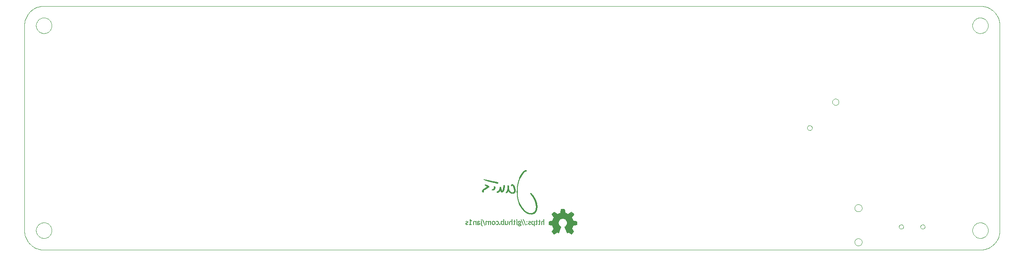
<source format=gbo>
G75*
G70*
%OFA0B0*%
%FSLAX24Y24*%
%IPPOS*%
%LPD*%
%AMOC8*
5,1,8,0,0,1.08239X$1,22.5*
%
%ADD10C,0.0000*%
%ADD11C,0.0060*%
%ADD12R,0.0003X0.0003*%
%ADD13R,0.0008X0.0003*%
%ADD14R,0.0005X0.0003*%
%ADD15R,0.0015X0.0003*%
%ADD16R,0.0020X0.0003*%
%ADD17R,0.0010X0.0003*%
%ADD18R,0.0018X0.0003*%
%ADD19R,0.0067X0.0003*%
%ADD20R,0.0013X0.0003*%
%ADD21R,0.0045X0.0003*%
%ADD22R,0.0077X0.0003*%
%ADD23R,0.0030X0.0003*%
%ADD24R,0.0032X0.0003*%
%ADD25R,0.0022X0.0003*%
%ADD26R,0.0127X0.0003*%
%ADD27R,0.0140X0.0003*%
%ADD28R,0.0025X0.0003*%
%ADD29R,0.0043X0.0003*%
%ADD30R,0.0053X0.0003*%
%ADD31R,0.0088X0.0003*%
%ADD32R,0.0035X0.0003*%
%ADD33R,0.0055X0.0003*%
%ADD34R,0.0040X0.0003*%
%ADD35R,0.0080X0.0003*%
%ADD36R,0.0065X0.0003*%
%ADD37R,0.0090X0.0003*%
%ADD38R,0.0143X0.0003*%
%ADD39R,0.0248X0.0003*%
%ADD40R,0.0293X0.0003*%
%ADD41R,0.0257X0.0003*%
%ADD42R,0.0037X0.0003*%
%ADD43R,0.0262X0.0003*%
%ADD44R,0.0027X0.0003*%
%ADD45R,0.0280X0.0003*%
%ADD46R,0.0070X0.0003*%
%ADD47R,0.0440X0.0003*%
%ADD48R,0.0315X0.0003*%
%ADD49R,0.0085X0.0003*%
%ADD50R,0.0330X0.0003*%
%ADD51R,0.0323X0.0003*%
%ADD52R,0.0107X0.0003*%
%ADD53R,0.0057X0.0003*%
%ADD54R,0.0490X0.0003*%
%ADD55R,0.0360X0.0003*%
%ADD56R,0.0512X0.0003*%
%ADD57R,0.0390X0.0003*%
%ADD58R,0.0565X0.0003*%
%ADD59R,0.0325X0.0003*%
%ADD60R,0.0168X0.0003*%
%ADD61R,0.0307X0.0003*%
%ADD62R,0.0152X0.0003*%
%ADD63R,0.0272X0.0003*%
%ADD64R,0.0132X0.0003*%
%ADD65R,0.0147X0.0003*%
%ADD66R,0.0243X0.0003*%
%ADD67R,0.0125X0.0003*%
%ADD68R,0.0240X0.0003*%
%ADD69R,0.0130X0.0003*%
%ADD70R,0.0225X0.0003*%
%ADD71R,0.0083X0.0003*%
%ADD72R,0.0222X0.0003*%
%ADD73R,0.0217X0.0003*%
%ADD74R,0.0120X0.0003*%
%ADD75R,0.0215X0.0003*%
%ADD76R,0.0118X0.0003*%
%ADD77R,0.0205X0.0003*%
%ADD78R,0.0103X0.0003*%
%ADD79R,0.0210X0.0003*%
%ADD80R,0.0097X0.0003*%
%ADD81R,0.0198X0.0003*%
%ADD82R,0.0100X0.0003*%
%ADD83R,0.0190X0.0003*%
%ADD84R,0.0187X0.0003*%
%ADD85R,0.0192X0.0003*%
%ADD86R,0.0170X0.0003*%
%ADD87R,0.0173X0.0003*%
%ADD88R,0.0182X0.0003*%
%ADD89R,0.0180X0.0003*%
%ADD90R,0.0047X0.0003*%
%ADD91R,0.0165X0.0003*%
%ADD92R,0.0163X0.0003*%
%ADD93R,0.0160X0.0003*%
%ADD94R,0.0158X0.0003*%
%ADD95R,0.0155X0.0003*%
%ADD96R,0.0092X0.0003*%
%ADD97R,0.0150X0.0003*%
%ADD98R,0.0105X0.0003*%
%ADD99R,0.0115X0.0003*%
%ADD100R,0.0145X0.0003*%
%ADD101R,0.0138X0.0003*%
%ADD102R,0.0135X0.0003*%
%ADD103R,0.0075X0.0003*%
%ADD104R,0.0063X0.0003*%
%ADD105R,0.0060X0.0003*%
%ADD106R,0.0050X0.0003*%
%ADD107R,0.0123X0.0003*%
%ADD108R,0.0112X0.0003*%
%ADD109R,0.0110X0.0003*%
%ADD110R,0.0073X0.0003*%
%ADD111R,0.0095X0.0003*%
%ADD112R,0.0185X0.0003*%
%ADD113R,0.0208X0.0003*%
%ADD114R,0.0235X0.0003*%
%ADD115R,0.0260X0.0003*%
%ADD116R,0.0267X0.0003*%
%ADD117R,0.0283X0.0003*%
%ADD118R,0.0295X0.0003*%
%ADD119R,0.0302X0.0003*%
%ADD120R,0.0320X0.0003*%
%ADD121R,0.0333X0.0003*%
%ADD122R,0.0338X0.0003*%
%ADD123R,0.0343X0.0003*%
%ADD124R,0.0350X0.0003*%
%ADD125R,0.0355X0.0003*%
%ADD126R,0.0365X0.0003*%
%ADD127R,0.0370X0.0003*%
%ADD128R,0.0375X0.0003*%
%ADD129R,0.0380X0.0003*%
%ADD130R,0.0382X0.0003*%
%ADD131R,0.0393X0.0003*%
%ADD132R,0.0398X0.0003*%
%ADD133R,0.0403X0.0003*%
%ADD134R,0.0405X0.0003*%
%ADD135R,0.0415X0.0003*%
%ADD136R,0.0177X0.0003*%
%ADD137R,0.0175X0.0003*%
%ADD138R,0.0195X0.0003*%
%ADD139R,0.0200X0.0003*%
%ADD140R,0.0203X0.0003*%
%ADD141R,0.0213X0.0003*%
%ADD142R,0.0220X0.0003*%
%ADD143R,0.0227X0.0003*%
%ADD144R,0.0230X0.0003*%
%ADD145R,0.0232X0.0003*%
%ADD146R,0.0238X0.0003*%
%ADD147R,0.0245X0.0003*%
%ADD148R,0.0250X0.0003*%
%ADD149R,0.0253X0.0003*%
%ADD150R,0.0255X0.0003*%
%ADD151R,0.0305X0.0003*%
%ADD152R,0.0318X0.0003*%
%ADD153R,0.0328X0.0003*%
%ADD154R,0.0335X0.0003*%
%ADD155R,0.0340X0.0003*%
%ADD156R,0.0352X0.0003*%
%ADD157R,0.0387X0.0003*%
%ADD158R,0.0410X0.0003*%
%ADD159R,0.0413X0.0003*%
%ADD160R,0.0430X0.0003*%
%ADD161R,0.0432X0.0003*%
%ADD162R,0.0428X0.0003*%
%ADD163R,0.0420X0.0003*%
%ADD164R,0.0435X0.0003*%
%ADD165R,0.0425X0.0003*%
%ADD166R,0.0423X0.0003*%
%ADD167R,0.0418X0.0003*%
%ADD168R,0.0372X0.0003*%
%ADD169R,0.0362X0.0003*%
%ADD170R,0.0348X0.0003*%
%ADD171R,0.0345X0.0003*%
%ADD172R,0.0310X0.0003*%
%ADD173R,0.0300X0.0003*%
%ADD174R,0.0297X0.0003*%
%ADD175R,0.0285X0.0003*%
%ADD176R,0.0278X0.0003*%
%ADD177R,0.0265X0.0003*%
%ADD178R,0.0050X0.0010*%
%ADD179R,0.0040X0.0010*%
%ADD180R,0.0130X0.0010*%
%ADD181R,0.0070X0.0010*%
%ADD182R,0.0180X0.0010*%
%ADD183R,0.0080X0.0010*%
%ADD184R,0.0210X0.0010*%
%ADD185R,0.0090X0.0010*%
%ADD186R,0.0060X0.0010*%
%ADD187R,0.0010X0.0010*%
%ADD188R,0.0030X0.0010*%
%ADD189R,0.0020X0.0010*%
%ADD190R,0.0220X0.0010*%
%ADD191R,0.0100X0.0010*%
%ADD192R,0.0110X0.0010*%
%ADD193R,0.0120X0.0010*%
%ADD194R,0.0140X0.0010*%
%ADD195R,0.0150X0.0010*%
%ADD196R,0.0200X0.0010*%
%ADD197R,0.0170X0.0010*%
%ADD198R,0.0190X0.0010*%
%ADD199R,0.0160X0.0010*%
D10*
X001725Y000937D02*
X077315Y000937D01*
X076685Y002512D02*
X076687Y002562D01*
X076693Y002612D01*
X076703Y002661D01*
X076717Y002709D01*
X076734Y002756D01*
X076755Y002801D01*
X076780Y002845D01*
X076808Y002886D01*
X076840Y002925D01*
X076874Y002962D01*
X076911Y002996D01*
X076951Y003026D01*
X076993Y003053D01*
X077037Y003077D01*
X077083Y003098D01*
X077130Y003114D01*
X077178Y003127D01*
X077228Y003136D01*
X077277Y003141D01*
X077328Y003142D01*
X077378Y003139D01*
X077427Y003132D01*
X077476Y003121D01*
X077524Y003106D01*
X077570Y003088D01*
X077615Y003066D01*
X077658Y003040D01*
X077699Y003011D01*
X077738Y002979D01*
X077774Y002944D01*
X077806Y002906D01*
X077836Y002866D01*
X077863Y002823D01*
X077886Y002779D01*
X077905Y002733D01*
X077921Y002685D01*
X077933Y002636D01*
X077941Y002587D01*
X077945Y002537D01*
X077945Y002487D01*
X077941Y002437D01*
X077933Y002388D01*
X077921Y002339D01*
X077905Y002291D01*
X077886Y002245D01*
X077863Y002201D01*
X077836Y002158D01*
X077806Y002118D01*
X077774Y002080D01*
X077738Y002045D01*
X077699Y002013D01*
X077658Y001984D01*
X077615Y001958D01*
X077570Y001936D01*
X077524Y001918D01*
X077476Y001903D01*
X077427Y001892D01*
X077378Y001885D01*
X077328Y001882D01*
X077277Y001883D01*
X077228Y001888D01*
X077178Y001897D01*
X077130Y001910D01*
X077083Y001926D01*
X077037Y001947D01*
X076993Y001971D01*
X076951Y001998D01*
X076911Y002028D01*
X076874Y002062D01*
X076840Y002099D01*
X076808Y002138D01*
X076780Y002179D01*
X076755Y002223D01*
X076734Y002268D01*
X076717Y002315D01*
X076703Y002363D01*
X076693Y002412D01*
X076687Y002462D01*
X076685Y002512D01*
X077315Y000937D02*
X077392Y000939D01*
X077469Y000945D01*
X077546Y000954D01*
X077622Y000967D01*
X077698Y000984D01*
X077772Y001005D01*
X077846Y001029D01*
X077918Y001057D01*
X077988Y001088D01*
X078057Y001123D01*
X078125Y001161D01*
X078190Y001202D01*
X078253Y001247D01*
X078314Y001295D01*
X078373Y001345D01*
X078429Y001398D01*
X078482Y001454D01*
X078532Y001513D01*
X078580Y001574D01*
X078625Y001637D01*
X078666Y001702D01*
X078704Y001770D01*
X078739Y001839D01*
X078770Y001909D01*
X078798Y001981D01*
X078822Y002055D01*
X078843Y002129D01*
X078860Y002205D01*
X078873Y002281D01*
X078882Y002358D01*
X078888Y002435D01*
X078890Y002512D01*
X078890Y019048D01*
X076685Y019048D02*
X076687Y019098D01*
X076693Y019148D01*
X076703Y019197D01*
X076717Y019245D01*
X076734Y019292D01*
X076755Y019337D01*
X076780Y019381D01*
X076808Y019422D01*
X076840Y019461D01*
X076874Y019498D01*
X076911Y019532D01*
X076951Y019562D01*
X076993Y019589D01*
X077037Y019613D01*
X077083Y019634D01*
X077130Y019650D01*
X077178Y019663D01*
X077228Y019672D01*
X077277Y019677D01*
X077328Y019678D01*
X077378Y019675D01*
X077427Y019668D01*
X077476Y019657D01*
X077524Y019642D01*
X077570Y019624D01*
X077615Y019602D01*
X077658Y019576D01*
X077699Y019547D01*
X077738Y019515D01*
X077774Y019480D01*
X077806Y019442D01*
X077836Y019402D01*
X077863Y019359D01*
X077886Y019315D01*
X077905Y019269D01*
X077921Y019221D01*
X077933Y019172D01*
X077941Y019123D01*
X077945Y019073D01*
X077945Y019023D01*
X077941Y018973D01*
X077933Y018924D01*
X077921Y018875D01*
X077905Y018827D01*
X077886Y018781D01*
X077863Y018737D01*
X077836Y018694D01*
X077806Y018654D01*
X077774Y018616D01*
X077738Y018581D01*
X077699Y018549D01*
X077658Y018520D01*
X077615Y018494D01*
X077570Y018472D01*
X077524Y018454D01*
X077476Y018439D01*
X077427Y018428D01*
X077378Y018421D01*
X077328Y018418D01*
X077277Y018419D01*
X077228Y018424D01*
X077178Y018433D01*
X077130Y018446D01*
X077083Y018462D01*
X077037Y018483D01*
X076993Y018507D01*
X076951Y018534D01*
X076911Y018564D01*
X076874Y018598D01*
X076840Y018635D01*
X076808Y018674D01*
X076780Y018715D01*
X076755Y018759D01*
X076734Y018804D01*
X076717Y018851D01*
X076703Y018899D01*
X076693Y018948D01*
X076687Y018998D01*
X076685Y019048D01*
X077315Y020623D02*
X077392Y020621D01*
X077469Y020615D01*
X077546Y020606D01*
X077622Y020593D01*
X077698Y020576D01*
X077772Y020555D01*
X077846Y020531D01*
X077918Y020503D01*
X077988Y020472D01*
X078057Y020437D01*
X078125Y020399D01*
X078190Y020358D01*
X078253Y020313D01*
X078314Y020265D01*
X078373Y020215D01*
X078429Y020162D01*
X078482Y020106D01*
X078532Y020047D01*
X078580Y019986D01*
X078625Y019923D01*
X078666Y019858D01*
X078704Y019790D01*
X078739Y019721D01*
X078770Y019651D01*
X078798Y019579D01*
X078822Y019505D01*
X078843Y019431D01*
X078860Y019355D01*
X078873Y019279D01*
X078882Y019202D01*
X078888Y019125D01*
X078890Y019048D01*
X077315Y020622D02*
X001725Y020622D01*
X001095Y019048D02*
X001097Y019098D01*
X001103Y019148D01*
X001113Y019197D01*
X001127Y019245D01*
X001144Y019292D01*
X001165Y019337D01*
X001190Y019381D01*
X001218Y019422D01*
X001250Y019461D01*
X001284Y019498D01*
X001321Y019532D01*
X001361Y019562D01*
X001403Y019589D01*
X001447Y019613D01*
X001493Y019634D01*
X001540Y019650D01*
X001588Y019663D01*
X001638Y019672D01*
X001687Y019677D01*
X001738Y019678D01*
X001788Y019675D01*
X001837Y019668D01*
X001886Y019657D01*
X001934Y019642D01*
X001980Y019624D01*
X002025Y019602D01*
X002068Y019576D01*
X002109Y019547D01*
X002148Y019515D01*
X002184Y019480D01*
X002216Y019442D01*
X002246Y019402D01*
X002273Y019359D01*
X002296Y019315D01*
X002315Y019269D01*
X002331Y019221D01*
X002343Y019172D01*
X002351Y019123D01*
X002355Y019073D01*
X002355Y019023D01*
X002351Y018973D01*
X002343Y018924D01*
X002331Y018875D01*
X002315Y018827D01*
X002296Y018781D01*
X002273Y018737D01*
X002246Y018694D01*
X002216Y018654D01*
X002184Y018616D01*
X002148Y018581D01*
X002109Y018549D01*
X002068Y018520D01*
X002025Y018494D01*
X001980Y018472D01*
X001934Y018454D01*
X001886Y018439D01*
X001837Y018428D01*
X001788Y018421D01*
X001738Y018418D01*
X001687Y018419D01*
X001638Y018424D01*
X001588Y018433D01*
X001540Y018446D01*
X001493Y018462D01*
X001447Y018483D01*
X001403Y018507D01*
X001361Y018534D01*
X001321Y018564D01*
X001284Y018598D01*
X001250Y018635D01*
X001218Y018674D01*
X001190Y018715D01*
X001165Y018759D01*
X001144Y018804D01*
X001127Y018851D01*
X001113Y018899D01*
X001103Y018948D01*
X001097Y018998D01*
X001095Y019048D01*
X000150Y019048D02*
X000152Y019125D01*
X000158Y019202D01*
X000167Y019279D01*
X000180Y019355D01*
X000197Y019431D01*
X000218Y019505D01*
X000242Y019579D01*
X000270Y019651D01*
X000301Y019721D01*
X000336Y019790D01*
X000374Y019858D01*
X000415Y019923D01*
X000460Y019986D01*
X000508Y020047D01*
X000558Y020106D01*
X000611Y020162D01*
X000667Y020215D01*
X000726Y020265D01*
X000787Y020313D01*
X000850Y020358D01*
X000915Y020399D01*
X000983Y020437D01*
X001052Y020472D01*
X001122Y020503D01*
X001194Y020531D01*
X001268Y020555D01*
X001342Y020576D01*
X001418Y020593D01*
X001494Y020606D01*
X001571Y020615D01*
X001648Y020621D01*
X001725Y020623D01*
X000150Y019048D02*
X000150Y002512D01*
X001095Y002512D02*
X001097Y002562D01*
X001103Y002612D01*
X001113Y002661D01*
X001127Y002709D01*
X001144Y002756D01*
X001165Y002801D01*
X001190Y002845D01*
X001218Y002886D01*
X001250Y002925D01*
X001284Y002962D01*
X001321Y002996D01*
X001361Y003026D01*
X001403Y003053D01*
X001447Y003077D01*
X001493Y003098D01*
X001540Y003114D01*
X001588Y003127D01*
X001638Y003136D01*
X001687Y003141D01*
X001738Y003142D01*
X001788Y003139D01*
X001837Y003132D01*
X001886Y003121D01*
X001934Y003106D01*
X001980Y003088D01*
X002025Y003066D01*
X002068Y003040D01*
X002109Y003011D01*
X002148Y002979D01*
X002184Y002944D01*
X002216Y002906D01*
X002246Y002866D01*
X002273Y002823D01*
X002296Y002779D01*
X002315Y002733D01*
X002331Y002685D01*
X002343Y002636D01*
X002351Y002587D01*
X002355Y002537D01*
X002355Y002487D01*
X002351Y002437D01*
X002343Y002388D01*
X002331Y002339D01*
X002315Y002291D01*
X002296Y002245D01*
X002273Y002201D01*
X002246Y002158D01*
X002216Y002118D01*
X002184Y002080D01*
X002148Y002045D01*
X002109Y002013D01*
X002068Y001984D01*
X002025Y001958D01*
X001980Y001936D01*
X001934Y001918D01*
X001886Y001903D01*
X001837Y001892D01*
X001788Y001885D01*
X001738Y001882D01*
X001687Y001883D01*
X001638Y001888D01*
X001588Y001897D01*
X001540Y001910D01*
X001493Y001926D01*
X001447Y001947D01*
X001403Y001971D01*
X001361Y001998D01*
X001321Y002028D01*
X001284Y002062D01*
X001250Y002099D01*
X001218Y002138D01*
X001190Y002179D01*
X001165Y002223D01*
X001144Y002268D01*
X001127Y002315D01*
X001113Y002363D01*
X001103Y002412D01*
X001097Y002462D01*
X001095Y002512D01*
X000150Y002512D02*
X000152Y002435D01*
X000158Y002358D01*
X000167Y002281D01*
X000180Y002205D01*
X000197Y002129D01*
X000218Y002055D01*
X000242Y001981D01*
X000270Y001909D01*
X000301Y001839D01*
X000336Y001770D01*
X000374Y001702D01*
X000415Y001637D01*
X000460Y001574D01*
X000508Y001513D01*
X000558Y001454D01*
X000611Y001398D01*
X000667Y001345D01*
X000726Y001295D01*
X000787Y001247D01*
X000850Y001202D01*
X000915Y001161D01*
X000983Y001123D01*
X001052Y001088D01*
X001122Y001057D01*
X001194Y001029D01*
X001268Y001005D01*
X001342Y000984D01*
X001418Y000967D01*
X001494Y000954D01*
X001571Y000945D01*
X001648Y000939D01*
X001725Y000937D01*
X063349Y010790D02*
X063351Y010817D01*
X063357Y010844D01*
X063366Y010870D01*
X063379Y010894D01*
X063395Y010917D01*
X063414Y010936D01*
X063436Y010953D01*
X063460Y010967D01*
X063485Y010977D01*
X063512Y010984D01*
X063539Y010987D01*
X063567Y010986D01*
X063594Y010981D01*
X063620Y010973D01*
X063644Y010961D01*
X063667Y010945D01*
X063688Y010927D01*
X063705Y010906D01*
X063720Y010882D01*
X063731Y010857D01*
X063739Y010831D01*
X063743Y010804D01*
X063743Y010776D01*
X063739Y010749D01*
X063731Y010723D01*
X063720Y010698D01*
X063705Y010674D01*
X063688Y010653D01*
X063667Y010635D01*
X063645Y010619D01*
X063620Y010607D01*
X063594Y010599D01*
X063567Y010594D01*
X063539Y010593D01*
X063512Y010596D01*
X063485Y010603D01*
X063460Y010613D01*
X063436Y010627D01*
X063414Y010644D01*
X063395Y010663D01*
X063379Y010686D01*
X063366Y010710D01*
X063357Y010736D01*
X063351Y010763D01*
X063349Y010790D01*
X065378Y012878D02*
X065380Y012909D01*
X065386Y012940D01*
X065395Y012970D01*
X065408Y012999D01*
X065425Y013026D01*
X065445Y013050D01*
X065467Y013072D01*
X065493Y013091D01*
X065520Y013107D01*
X065549Y013119D01*
X065579Y013128D01*
X065610Y013133D01*
X065642Y013134D01*
X065673Y013131D01*
X065704Y013124D01*
X065734Y013114D01*
X065762Y013100D01*
X065788Y013082D01*
X065812Y013062D01*
X065833Y013038D01*
X065852Y013013D01*
X065867Y012985D01*
X065878Y012956D01*
X065886Y012925D01*
X065890Y012894D01*
X065890Y012862D01*
X065886Y012831D01*
X065878Y012800D01*
X065867Y012771D01*
X065852Y012743D01*
X065833Y012718D01*
X065812Y012694D01*
X065788Y012674D01*
X065762Y012656D01*
X065734Y012642D01*
X065704Y012632D01*
X065673Y012625D01*
X065642Y012622D01*
X065610Y012623D01*
X065579Y012628D01*
X065549Y012637D01*
X065520Y012649D01*
X065493Y012665D01*
X065467Y012684D01*
X065445Y012706D01*
X065425Y012730D01*
X065408Y012757D01*
X065395Y012786D01*
X065386Y012816D01*
X065380Y012847D01*
X065378Y012878D01*
X067178Y004323D02*
X067180Y004357D01*
X067186Y004391D01*
X067196Y004424D01*
X067209Y004455D01*
X067227Y004485D01*
X067247Y004513D01*
X067271Y004538D01*
X067297Y004560D01*
X067325Y004578D01*
X067356Y004594D01*
X067388Y004606D01*
X067422Y004614D01*
X067456Y004618D01*
X067490Y004618D01*
X067524Y004614D01*
X067558Y004606D01*
X067590Y004594D01*
X067620Y004578D01*
X067649Y004560D01*
X067675Y004538D01*
X067699Y004513D01*
X067719Y004485D01*
X067737Y004455D01*
X067750Y004424D01*
X067760Y004391D01*
X067766Y004357D01*
X067768Y004323D01*
X067766Y004289D01*
X067760Y004255D01*
X067750Y004222D01*
X067737Y004191D01*
X067719Y004161D01*
X067699Y004133D01*
X067675Y004108D01*
X067649Y004086D01*
X067621Y004068D01*
X067590Y004052D01*
X067558Y004040D01*
X067524Y004032D01*
X067490Y004028D01*
X067456Y004028D01*
X067422Y004032D01*
X067388Y004040D01*
X067356Y004052D01*
X067325Y004068D01*
X067297Y004086D01*
X067271Y004108D01*
X067247Y004133D01*
X067227Y004161D01*
X067209Y004191D01*
X067196Y004222D01*
X067186Y004255D01*
X067180Y004289D01*
X067178Y004323D01*
X070760Y002807D02*
X070762Y002833D01*
X070768Y002859D01*
X070778Y002884D01*
X070791Y002907D01*
X070807Y002927D01*
X070827Y002945D01*
X070849Y002960D01*
X070872Y002972D01*
X070898Y002980D01*
X070924Y002984D01*
X070950Y002984D01*
X070976Y002980D01*
X071002Y002972D01*
X071026Y002960D01*
X071047Y002945D01*
X071067Y002927D01*
X071083Y002907D01*
X071096Y002884D01*
X071106Y002859D01*
X071112Y002833D01*
X071114Y002807D01*
X071112Y002781D01*
X071106Y002755D01*
X071096Y002730D01*
X071083Y002707D01*
X071067Y002687D01*
X071047Y002669D01*
X071025Y002654D01*
X071002Y002642D01*
X070976Y002634D01*
X070950Y002630D01*
X070924Y002630D01*
X070898Y002634D01*
X070872Y002642D01*
X070848Y002654D01*
X070827Y002669D01*
X070807Y002687D01*
X070791Y002707D01*
X070778Y002730D01*
X070768Y002755D01*
X070762Y002781D01*
X070760Y002807D01*
X072493Y002807D02*
X072495Y002833D01*
X072501Y002859D01*
X072511Y002884D01*
X072524Y002907D01*
X072540Y002927D01*
X072560Y002945D01*
X072582Y002960D01*
X072605Y002972D01*
X072631Y002980D01*
X072657Y002984D01*
X072683Y002984D01*
X072709Y002980D01*
X072735Y002972D01*
X072759Y002960D01*
X072780Y002945D01*
X072800Y002927D01*
X072816Y002907D01*
X072829Y002884D01*
X072839Y002859D01*
X072845Y002833D01*
X072847Y002807D01*
X072845Y002781D01*
X072839Y002755D01*
X072829Y002730D01*
X072816Y002707D01*
X072800Y002687D01*
X072780Y002669D01*
X072758Y002654D01*
X072735Y002642D01*
X072709Y002634D01*
X072683Y002630D01*
X072657Y002630D01*
X072631Y002634D01*
X072605Y002642D01*
X072581Y002654D01*
X072560Y002669D01*
X072540Y002687D01*
X072524Y002707D01*
X072511Y002730D01*
X072501Y002755D01*
X072495Y002781D01*
X072493Y002807D01*
X067178Y001567D02*
X067180Y001601D01*
X067186Y001635D01*
X067196Y001668D01*
X067209Y001699D01*
X067227Y001729D01*
X067247Y001757D01*
X067271Y001782D01*
X067297Y001804D01*
X067325Y001822D01*
X067356Y001838D01*
X067388Y001850D01*
X067422Y001858D01*
X067456Y001862D01*
X067490Y001862D01*
X067524Y001858D01*
X067558Y001850D01*
X067590Y001838D01*
X067620Y001822D01*
X067649Y001804D01*
X067675Y001782D01*
X067699Y001757D01*
X067719Y001729D01*
X067737Y001699D01*
X067750Y001668D01*
X067760Y001635D01*
X067766Y001601D01*
X067768Y001567D01*
X067766Y001533D01*
X067760Y001499D01*
X067750Y001466D01*
X067737Y001435D01*
X067719Y001405D01*
X067699Y001377D01*
X067675Y001352D01*
X067649Y001330D01*
X067621Y001312D01*
X067590Y001296D01*
X067558Y001284D01*
X067524Y001276D01*
X067490Y001272D01*
X067456Y001272D01*
X067422Y001276D01*
X067388Y001284D01*
X067356Y001296D01*
X067325Y001312D01*
X067297Y001330D01*
X067271Y001352D01*
X067247Y001377D01*
X067227Y001405D01*
X067209Y001435D01*
X067196Y001466D01*
X067186Y001499D01*
X067180Y001533D01*
X067178Y001567D01*
D11*
X044737Y002967D02*
X044737Y003227D01*
X044437Y003287D01*
X044387Y003267D02*
X044287Y003567D01*
X044487Y003767D01*
X044337Y003917D01*
X044037Y003767D01*
X043737Y003917D01*
X043787Y003917D01*
X043737Y004167D01*
X043487Y004167D01*
X043487Y003867D01*
X043187Y003767D01*
X042937Y003917D01*
X042787Y003817D01*
X042937Y003517D01*
X042837Y003267D01*
X042537Y003217D01*
X042537Y002967D01*
X042837Y002967D01*
X042937Y002617D01*
X042787Y002417D01*
X042937Y002267D01*
X043137Y002417D01*
X043237Y002367D01*
X043437Y002767D01*
X043237Y002967D01*
X043237Y003217D01*
X043387Y003467D01*
X043637Y003517D01*
X043937Y003417D01*
X043887Y003417D01*
X044037Y003167D01*
X043937Y002867D01*
X043837Y002767D01*
X043987Y002367D01*
X044087Y002417D01*
X044287Y002267D01*
X044437Y002417D01*
X044287Y002667D01*
X044387Y002917D01*
X044687Y003017D01*
X044687Y002967D01*
X044687Y003217D01*
X044387Y003267D01*
X044383Y003277D02*
X043970Y003277D01*
X044005Y003219D02*
X044675Y003219D01*
X044687Y003160D02*
X044034Y003160D01*
X044015Y003102D02*
X044687Y003102D01*
X044687Y003043D02*
X043995Y003043D01*
X043976Y002985D02*
X044591Y002985D01*
X044737Y002967D02*
X044437Y002917D01*
X044415Y002926D02*
X043956Y002926D01*
X043937Y002868D02*
X044367Y002868D01*
X044344Y002809D02*
X043879Y002809D01*
X043843Y002751D02*
X044320Y002751D01*
X044297Y002692D02*
X043865Y002692D01*
X043886Y002634D02*
X044306Y002634D01*
X044337Y002647D02*
X044497Y002407D01*
X044317Y002217D01*
X044077Y002387D01*
X043977Y002327D01*
X043777Y002777D01*
X043908Y002575D02*
X044342Y002575D01*
X044377Y002517D02*
X043930Y002517D01*
X043952Y002458D02*
X044412Y002458D01*
X044420Y002400D02*
X044109Y002400D01*
X044053Y002400D02*
X043974Y002400D01*
X044187Y002341D02*
X044361Y002341D01*
X044303Y002283D02*
X044265Y002283D01*
X043457Y002777D02*
X043267Y002327D01*
X043167Y002387D01*
X042927Y002217D01*
X042737Y002407D01*
X042907Y002647D01*
X042932Y002634D02*
X043370Y002634D01*
X043399Y002692D02*
X042915Y002692D01*
X042898Y002751D02*
X043429Y002751D01*
X043394Y002809D02*
X042882Y002809D01*
X042865Y002868D02*
X043336Y002868D01*
X043277Y002926D02*
X042848Y002926D01*
X042807Y002917D02*
X042507Y002967D01*
X042507Y003227D01*
X042807Y003287D01*
X042841Y003277D02*
X043273Y003277D01*
X043238Y003219D02*
X042549Y003219D01*
X042537Y003160D02*
X043237Y003160D01*
X043237Y003102D02*
X042537Y003102D01*
X042537Y003043D02*
X043237Y003043D01*
X043237Y002985D02*
X042537Y002985D01*
X042864Y003336D02*
X043308Y003336D01*
X043343Y003394D02*
X042888Y003394D01*
X042911Y003453D02*
X043378Y003453D01*
X043609Y003511D02*
X042934Y003511D01*
X042917Y003537D02*
X042737Y003797D01*
X042927Y003977D01*
X043187Y003797D01*
X043125Y003804D02*
X042793Y003804D01*
X042822Y003745D02*
X044465Y003745D01*
X044450Y003804D02*
X044111Y003804D01*
X044057Y003797D02*
X044317Y003977D01*
X044507Y003797D01*
X044327Y003537D01*
X044305Y003511D02*
X043653Y003511D01*
X043829Y003453D02*
X044325Y003453D01*
X044344Y003394D02*
X043900Y003394D01*
X043935Y003336D02*
X044364Y003336D01*
X044290Y003570D02*
X042910Y003570D01*
X042881Y003628D02*
X044348Y003628D01*
X044407Y003687D02*
X042852Y003687D01*
X042855Y003862D02*
X043027Y003862D01*
X043298Y003804D02*
X043963Y003804D01*
X043846Y003862D02*
X043473Y003862D01*
X043437Y003897D02*
X043487Y004217D01*
X043757Y004217D01*
X043807Y003897D01*
X043786Y003921D02*
X043487Y003921D01*
X043487Y003979D02*
X043774Y003979D01*
X043762Y004038D02*
X043487Y004038D01*
X043487Y004096D02*
X043751Y004096D01*
X043739Y004155D02*
X043487Y004155D01*
X044228Y003862D02*
X044391Y003862D01*
X043777Y002787D02*
X043810Y002805D01*
X043840Y002826D01*
X043869Y002850D01*
X043895Y002877D01*
X043917Y002906D01*
X043937Y002938D01*
X043954Y002971D01*
X043967Y003006D01*
X043976Y003042D01*
X043982Y003079D01*
X043984Y003116D01*
X043982Y003153D01*
X043977Y003190D01*
X043967Y003226D01*
X043955Y003261D01*
X043938Y003295D01*
X043919Y003326D01*
X043896Y003356D01*
X043870Y003383D01*
X043842Y003407D01*
X043811Y003428D01*
X043779Y003446D01*
X043745Y003461D01*
X043709Y003472D01*
X043673Y003480D01*
X043636Y003484D01*
X043598Y003484D01*
X043561Y003480D01*
X043525Y003472D01*
X043489Y003461D01*
X043455Y003446D01*
X043423Y003428D01*
X043392Y003407D01*
X043364Y003383D01*
X043338Y003356D01*
X043315Y003326D01*
X043296Y003295D01*
X043279Y003261D01*
X043267Y003226D01*
X043257Y003190D01*
X043252Y003153D01*
X043250Y003116D01*
X043252Y003079D01*
X043258Y003042D01*
X043267Y003006D01*
X043280Y002971D01*
X043297Y002938D01*
X043317Y002906D01*
X043339Y002877D01*
X043365Y002850D01*
X043394Y002826D01*
X043424Y002805D01*
X043457Y002787D01*
X043341Y002575D02*
X042905Y002575D01*
X042862Y002517D02*
X043312Y002517D01*
X043282Y002458D02*
X042818Y002458D01*
X042804Y002400D02*
X043114Y002400D01*
X043171Y002400D02*
X043253Y002400D01*
X043036Y002341D02*
X042862Y002341D01*
X042921Y002283D02*
X042958Y002283D01*
X042906Y002647D02*
X042883Y002688D01*
X042862Y002731D01*
X042844Y002776D01*
X042829Y002821D01*
X042816Y002867D01*
X042806Y002914D01*
X042808Y003287D02*
X042823Y003339D01*
X042842Y003390D01*
X042864Y003440D01*
X042889Y003488D01*
X042918Y003535D01*
X043183Y003798D02*
X043230Y003825D01*
X043279Y003848D01*
X043329Y003868D01*
X043380Y003885D01*
X043432Y003899D01*
X043814Y003897D02*
X043864Y003884D01*
X043913Y003867D01*
X043961Y003848D01*
X044008Y003825D01*
X044053Y003800D01*
X044326Y003532D02*
X044353Y003485D01*
X044377Y003438D01*
X044398Y003389D01*
X044416Y003338D01*
X044430Y003287D01*
X044436Y002916D02*
X044423Y002860D01*
X044406Y002805D01*
X044385Y002752D01*
X044361Y002700D01*
X044333Y002650D01*
D12*
X041340Y003863D03*
X041315Y003861D03*
X041313Y003863D03*
X041315Y003866D03*
X041303Y003848D03*
X041303Y003846D03*
X041295Y003848D03*
X041290Y003841D03*
X041283Y003836D03*
X041283Y003833D03*
X041260Y003831D03*
X041245Y003828D03*
X041248Y003821D03*
X041243Y003818D03*
X041238Y003816D03*
X041230Y003816D03*
X041225Y003816D03*
X041225Y003821D03*
X041218Y003811D03*
X041213Y003811D03*
X041205Y003808D03*
X041198Y003811D03*
X041193Y003811D03*
X041198Y003801D03*
X041183Y003803D03*
X041180Y003806D03*
X041178Y003803D03*
X041175Y003798D03*
X041170Y003801D03*
X041168Y003803D03*
X041163Y003801D03*
X041153Y003801D03*
X041150Y003803D03*
X041145Y003803D03*
X041145Y003796D03*
X041138Y003801D03*
X041130Y003803D03*
X041130Y003806D03*
X041133Y003808D03*
X041125Y003811D03*
X041120Y003803D03*
X041115Y003801D03*
X041108Y003806D03*
X041103Y003803D03*
X041103Y003811D03*
X041098Y003813D03*
X041100Y003818D03*
X041100Y003821D03*
X041095Y003821D03*
X041095Y003818D03*
X041090Y003816D03*
X041090Y003821D03*
X041080Y003811D03*
X041075Y003813D03*
X041073Y003816D03*
X041065Y003823D03*
X041060Y003821D03*
X041055Y003821D03*
X041053Y003823D03*
X041048Y003821D03*
X041040Y003813D03*
X041043Y003811D03*
X041043Y003808D03*
X041045Y003801D03*
X041035Y003813D03*
X041035Y003816D03*
X041030Y003823D03*
X041030Y003826D03*
X041025Y003821D03*
X041020Y003823D03*
X041018Y003818D03*
X041013Y003811D03*
X041005Y003811D03*
X041003Y003816D03*
X041003Y003823D03*
X041008Y003823D03*
X040998Y003823D03*
X040990Y003823D03*
X040988Y003826D03*
X040993Y003831D03*
X040985Y003833D03*
X040985Y003836D03*
X040978Y003836D03*
X040973Y003831D03*
X040965Y003831D03*
X040958Y003826D03*
X040953Y003826D03*
X040948Y003823D03*
X040945Y003821D03*
X040943Y003831D03*
X040950Y003836D03*
X040935Y003843D03*
X040933Y003838D03*
X040928Y003838D03*
X040925Y003836D03*
X040920Y003833D03*
X040915Y003831D03*
X040908Y003831D03*
X040908Y003841D03*
X040905Y003848D03*
X040895Y003838D03*
X040898Y003836D03*
X040898Y003831D03*
X040893Y003826D03*
X040890Y003828D03*
X040883Y003831D03*
X040883Y003838D03*
X040888Y003841D03*
X040875Y003831D03*
X040868Y003826D03*
X040865Y003828D03*
X040863Y003833D03*
X040865Y003836D03*
X040860Y003838D03*
X040858Y003843D03*
X040853Y003843D03*
X040853Y003838D03*
X040853Y003836D03*
X040855Y003833D03*
X040858Y003831D03*
X040845Y003833D03*
X040843Y003836D03*
X040845Y003846D03*
X040840Y003848D03*
X040830Y003841D03*
X040833Y003838D03*
X040825Y003838D03*
X040813Y003841D03*
X040810Y003846D03*
X040808Y003853D03*
X040813Y003853D03*
X040813Y003856D03*
X040810Y003858D03*
X040805Y003858D03*
X040798Y003858D03*
X040798Y003856D03*
X040793Y003861D03*
X040790Y003863D03*
X040788Y003866D03*
X040785Y003868D03*
X040785Y003871D03*
X040783Y003873D03*
X040780Y003871D03*
X040775Y003871D03*
X040783Y003866D03*
X040795Y003871D03*
X040808Y003881D03*
X040810Y003866D03*
X040820Y003861D03*
X040820Y003851D03*
X040865Y003846D03*
X040870Y003841D03*
X040923Y003828D03*
X040923Y003826D03*
X040928Y003821D03*
X040920Y003816D03*
X040940Y003811D03*
X040953Y003813D03*
X040973Y003813D03*
X040973Y003816D03*
X040978Y003818D03*
X040978Y003813D03*
X040980Y003811D03*
X040983Y003813D03*
X040993Y003808D03*
X041005Y003833D03*
X041010Y003833D03*
X041015Y003831D03*
X040985Y003846D03*
X040985Y003848D03*
X040970Y003838D03*
X040980Y003878D03*
X040973Y003881D03*
X040958Y003883D03*
X041015Y003881D03*
X041028Y003881D03*
X041058Y003816D03*
X041063Y003811D03*
X041065Y003806D03*
X041078Y003801D03*
X041085Y003801D03*
X041085Y003798D03*
X041085Y003796D03*
X041093Y003796D03*
X041093Y003793D03*
X041093Y003791D03*
X041093Y003801D03*
X041093Y003806D03*
X041133Y003791D03*
X041173Y003806D03*
X041183Y003796D03*
X041190Y003836D03*
X040788Y003888D03*
X040785Y003891D03*
X040765Y003883D03*
X040765Y003881D03*
X040763Y003886D03*
X040760Y003888D03*
X040758Y003886D03*
X040753Y003886D03*
X040745Y003893D03*
X040743Y003896D03*
X040750Y003898D03*
X040753Y003906D03*
X040750Y003908D03*
X040745Y003908D03*
X040740Y003911D03*
X040738Y003913D03*
X040735Y003916D03*
X040735Y003918D03*
X040730Y003918D03*
X040730Y003913D03*
X040733Y003911D03*
X040733Y003908D03*
X040730Y003906D03*
X040728Y003908D03*
X040723Y003908D03*
X040718Y003911D03*
X040718Y003896D03*
X040728Y003891D03*
X040738Y003906D03*
X040740Y003921D03*
X040745Y003921D03*
X040750Y003921D03*
X040745Y003928D03*
X040748Y003936D03*
X040753Y003931D03*
X040755Y003948D03*
X040755Y003951D03*
X040760Y003948D03*
X040773Y003943D03*
X040775Y003941D03*
X040788Y003936D03*
X040758Y003901D03*
X040765Y003873D03*
X040728Y003923D03*
X040728Y003926D03*
X040728Y003928D03*
X040718Y003931D03*
X040715Y003928D03*
X040710Y003928D03*
X040710Y003933D03*
X040705Y003933D03*
X040700Y003933D03*
X040695Y003926D03*
X040690Y003923D03*
X040693Y003921D03*
X040685Y003923D03*
X040685Y003926D03*
X040685Y003928D03*
X040680Y003921D03*
X040675Y003921D03*
X040675Y003918D03*
X040670Y003916D03*
X040670Y003923D03*
X040670Y003926D03*
X040678Y003933D03*
X040678Y003936D03*
X040690Y003936D03*
X040668Y003943D03*
X040663Y003941D03*
X040665Y003936D03*
X040660Y003933D03*
X040653Y003936D03*
X040653Y003938D03*
X040648Y003941D03*
X040645Y003943D03*
X040645Y003948D03*
X040640Y003948D03*
X040635Y003948D03*
X040650Y003951D03*
X040653Y003948D03*
X040658Y003951D03*
X040665Y003951D03*
X040673Y003956D03*
X040680Y003958D03*
X040700Y003966D03*
X040708Y003966D03*
X040715Y003956D03*
X040720Y003968D03*
X040730Y003966D03*
X040740Y003956D03*
X040745Y003956D03*
X040735Y003938D03*
X040695Y003906D03*
X040650Y003931D03*
X040620Y003963D03*
X040613Y003971D03*
X040600Y003971D03*
X040595Y003971D03*
X040598Y003966D03*
X040600Y003963D03*
X040610Y003958D03*
X040585Y003971D03*
X040580Y003983D03*
X040575Y003983D03*
X040565Y004001D03*
X040560Y003998D03*
X040555Y003998D03*
X040553Y004003D03*
X040550Y004008D03*
X040545Y004008D03*
X040545Y004013D03*
X040540Y004018D03*
X040543Y004021D03*
X040543Y004026D03*
X040548Y004026D03*
X040540Y004041D03*
X040528Y004036D03*
X040525Y004028D03*
X040525Y004026D03*
X040528Y004023D03*
X040515Y004033D03*
X040518Y004043D03*
X040523Y004046D03*
X040523Y004048D03*
X040520Y004051D03*
X040515Y004061D03*
X040510Y004061D03*
X040510Y004058D03*
X040508Y004053D03*
X040508Y004063D03*
X040503Y004063D03*
X040503Y004066D03*
X040498Y004066D03*
X040503Y004073D03*
X040505Y004076D03*
X040508Y004073D03*
X040508Y004071D03*
X040513Y004073D03*
X040515Y004083D03*
X040508Y004086D03*
X040503Y004088D03*
X040503Y004083D03*
X040500Y004081D03*
X040495Y004091D03*
X040490Y004093D03*
X040488Y004101D03*
X040495Y004108D03*
X040493Y004111D03*
X040493Y004113D03*
X040498Y004113D03*
X040503Y004118D03*
X040508Y004118D03*
X040510Y004121D03*
X040510Y004123D03*
X040513Y004118D03*
X040513Y004131D03*
X040508Y004131D03*
X040500Y004138D03*
X040493Y004131D03*
X040488Y004138D03*
X040480Y004141D03*
X040475Y004141D03*
X040473Y004138D03*
X040473Y004136D03*
X040473Y004133D03*
X040473Y004131D03*
X040478Y004133D03*
X040483Y004123D03*
X040483Y004116D03*
X040478Y004111D03*
X040470Y004111D03*
X040470Y004113D03*
X040470Y004116D03*
X040473Y004121D03*
X040463Y004111D03*
X040468Y004103D03*
X040473Y004103D03*
X040475Y004096D03*
X040473Y004091D03*
X040463Y004086D03*
X040453Y004118D03*
X040455Y004123D03*
X040460Y004128D03*
X040465Y004133D03*
X040453Y004133D03*
X040448Y004133D03*
X040445Y004131D03*
X040445Y004128D03*
X040438Y004131D03*
X040435Y004128D03*
X040435Y004141D03*
X040435Y004143D03*
X040430Y004143D03*
X040425Y004146D03*
X040418Y004141D03*
X040415Y004143D03*
X040410Y004153D03*
X040408Y004158D03*
X040413Y004161D03*
X040413Y004163D03*
X040413Y004166D03*
X040410Y004173D03*
X040415Y004181D03*
X040415Y004188D03*
X040413Y004198D03*
X040395Y004196D03*
X040385Y004196D03*
X040385Y004198D03*
X040380Y004198D03*
X040375Y004196D03*
X040373Y004193D03*
X040373Y004191D03*
X040375Y004183D03*
X040383Y004183D03*
X040385Y004186D03*
X040385Y004191D03*
X040383Y004193D03*
X040390Y004183D03*
X040393Y004176D03*
X040398Y004178D03*
X040385Y004173D03*
X040385Y004206D03*
X040380Y004206D03*
X040378Y004213D03*
X040373Y004213D03*
X040373Y004211D03*
X040375Y004218D03*
X040375Y004228D03*
X040375Y004231D03*
X040370Y004231D03*
X040370Y004233D03*
X040375Y004236D03*
X040363Y004231D03*
X040363Y004226D03*
X040363Y004221D03*
X040355Y004228D03*
X040353Y004231D03*
X040348Y004226D03*
X040355Y004238D03*
X040358Y004241D03*
X040358Y004243D03*
X040355Y004246D03*
X040353Y004243D03*
X040345Y004243D03*
X040340Y004246D03*
X040345Y004253D03*
X040353Y004256D03*
X040355Y004251D03*
X040363Y004256D03*
X040365Y004251D03*
X040365Y004246D03*
X040378Y004266D03*
X040383Y004266D03*
X040365Y004278D03*
X040360Y004288D03*
X040360Y004291D03*
X040355Y004291D03*
X040350Y004293D03*
X040348Y004296D03*
X040343Y004303D03*
X040340Y004306D03*
X040333Y004303D03*
X040328Y004303D03*
X040325Y004308D03*
X040320Y004303D03*
X040320Y004298D03*
X040315Y004306D03*
X040308Y004303D03*
X040300Y004313D03*
X040295Y004311D03*
X040305Y004316D03*
X040310Y004318D03*
X040313Y004323D03*
X040303Y004323D03*
X040308Y004333D03*
X040303Y004338D03*
X040310Y004343D03*
X040315Y004341D03*
X040320Y004341D03*
X040325Y004341D03*
X040318Y004336D03*
X040323Y004321D03*
X040328Y004323D03*
X040333Y004323D03*
X040333Y004318D03*
X040340Y004328D03*
X040348Y004336D03*
X040340Y004341D03*
X040333Y004351D03*
X040330Y004358D03*
X040323Y004363D03*
X040323Y004366D03*
X040318Y004366D03*
X040318Y004356D03*
X040305Y004358D03*
X040300Y004358D03*
X040300Y004356D03*
X040303Y004351D03*
X040293Y004346D03*
X040290Y004341D03*
X040288Y004338D03*
X040290Y004336D03*
X040288Y004333D03*
X040280Y004326D03*
X040273Y004348D03*
X040270Y004351D03*
X040265Y004348D03*
X040278Y004353D03*
X040283Y004353D03*
X040288Y004353D03*
X040288Y004351D03*
X040283Y004361D03*
X040280Y004366D03*
X040275Y004366D03*
X040285Y004368D03*
X040283Y004381D03*
X040290Y004383D03*
X040308Y004381D03*
X040313Y004381D03*
X040318Y004378D03*
X040308Y004391D03*
X040298Y004401D03*
X040295Y004408D03*
X040268Y004391D03*
X040268Y004388D03*
X040263Y004388D03*
X040258Y004388D03*
X040258Y004383D03*
X040250Y004386D03*
X040248Y004383D03*
X040243Y004383D03*
X040240Y004388D03*
X040238Y004393D03*
X040240Y004396D03*
X040243Y004401D03*
X040240Y004403D03*
X040240Y004406D03*
X040235Y004403D03*
X040225Y004403D03*
X040225Y004406D03*
X040223Y004408D03*
X040220Y004406D03*
X040215Y004406D03*
X040210Y004408D03*
X040218Y004418D03*
X040223Y004418D03*
X040223Y004421D03*
X040225Y004423D03*
X040220Y004423D03*
X040215Y004426D03*
X040208Y004423D03*
X040200Y004433D03*
X040203Y004441D03*
X040200Y004443D03*
X040198Y004448D03*
X040200Y004451D03*
X040198Y004453D03*
X040190Y004453D03*
X040190Y004451D03*
X040190Y004458D03*
X040195Y004466D03*
X040195Y004471D03*
X040190Y004471D03*
X040185Y004471D03*
X040183Y004478D03*
X040188Y004486D03*
X040183Y004488D03*
X040180Y004491D03*
X040178Y004496D03*
X040173Y004501D03*
X040175Y004503D03*
X040175Y004511D03*
X040173Y004513D03*
X040180Y004513D03*
X040180Y004511D03*
X040193Y004513D03*
X040195Y004506D03*
X040188Y004493D03*
X040198Y004481D03*
X040170Y004488D03*
X040168Y004493D03*
X040160Y004498D03*
X040163Y004501D03*
X040160Y004503D03*
X040158Y004506D03*
X040163Y004508D03*
X040165Y004506D03*
X040163Y004516D03*
X040158Y004521D03*
X040155Y004518D03*
X040155Y004516D03*
X040143Y004536D03*
X040143Y004538D03*
X040140Y004543D03*
X040143Y004551D03*
X040140Y004553D03*
X040135Y004553D03*
X040135Y004561D03*
X040140Y004563D03*
X040130Y004566D03*
X040125Y004568D03*
X040125Y004571D03*
X040125Y004578D03*
X040118Y004581D03*
X040118Y004586D03*
X040113Y004586D03*
X040120Y004593D03*
X040103Y004601D03*
X040103Y004603D03*
X040105Y004606D03*
X040105Y004608D03*
X040098Y004631D03*
X040090Y004631D03*
X040090Y004633D03*
X040088Y004636D03*
X040085Y004641D03*
X040080Y004651D03*
X040178Y004626D03*
X040198Y004576D03*
X040180Y004568D03*
X040163Y004541D03*
X040173Y004533D03*
X040178Y004533D03*
X040203Y004538D03*
X040148Y004548D03*
X040128Y004558D03*
X040205Y004451D03*
X040208Y004443D03*
X040213Y004441D03*
X040218Y004441D03*
X040210Y004436D03*
X040223Y004413D03*
X040225Y004411D03*
X040245Y004406D03*
X040248Y004403D03*
X040253Y004403D03*
X040248Y004411D03*
X040258Y004393D03*
X040250Y004378D03*
X040250Y004376D03*
X040255Y004366D03*
X040248Y004361D03*
X040248Y004358D03*
X040245Y004353D03*
X040263Y004371D03*
X040235Y004378D03*
X040248Y004491D03*
X040335Y004298D03*
X040335Y004293D03*
X040330Y004293D03*
X040330Y004283D03*
X040325Y004276D03*
X040333Y004266D03*
X040328Y004261D03*
X040343Y004276D03*
X040340Y004281D03*
X040340Y004286D03*
X040350Y004271D03*
X040375Y004293D03*
X040365Y004303D03*
X040313Y004281D03*
X040385Y004216D03*
X040418Y004238D03*
X040423Y004168D03*
X040425Y004163D03*
X040430Y004163D03*
X040430Y004161D03*
X040435Y004163D03*
X040435Y004158D03*
X040445Y004156D03*
X040448Y004146D03*
X040448Y004141D03*
X040453Y004141D03*
X040453Y004138D03*
X040443Y004141D03*
X040465Y004156D03*
X040463Y004173D03*
X040488Y004148D03*
X040493Y004148D03*
X040493Y004146D03*
X040493Y004153D03*
X040508Y004101D03*
X040503Y004096D03*
X040515Y004101D03*
X040538Y004106D03*
X040535Y004063D03*
X040530Y004063D03*
X040525Y004063D03*
X040533Y004058D03*
X040570Y004008D03*
X040688Y003981D03*
X040418Y004158D03*
X040415Y004156D03*
X039653Y005478D03*
X039563Y005468D03*
X039083Y005516D03*
X037975Y005728D03*
X038113Y006031D03*
X038315Y006276D03*
X037745Y006423D03*
X037675Y006441D03*
X037533Y006553D03*
X037360Y006588D03*
X037300Y006596D03*
X037233Y006596D03*
X037398Y006188D03*
X038898Y006131D03*
X038923Y006121D03*
X039173Y006103D03*
X039513Y006198D03*
D13*
X039173Y006101D03*
X037960Y005728D03*
X039545Y005551D03*
X041038Y005508D03*
X041040Y005501D03*
X041045Y005493D03*
X041045Y005491D03*
X041045Y005488D03*
X040133Y004573D03*
X040133Y004571D03*
X040140Y004568D03*
X040148Y004546D03*
X040148Y004543D03*
X040155Y004541D03*
X040155Y004538D03*
X040160Y004531D03*
X040165Y004538D03*
X040173Y004541D03*
X040183Y004528D03*
X040165Y004521D03*
X040165Y004513D03*
X040165Y004511D03*
X040183Y004508D03*
X040188Y004506D03*
X040190Y004478D03*
X040188Y004473D03*
X040195Y004461D03*
X040198Y004458D03*
X040208Y004453D03*
X040233Y004423D03*
X040230Y004408D03*
X040260Y004391D03*
X040268Y004386D03*
X040273Y004383D03*
X040270Y004378D03*
X040270Y004376D03*
X040275Y004371D03*
X040275Y004361D03*
X040285Y004363D03*
X040283Y004383D03*
X040273Y004401D03*
X040303Y004343D03*
X040310Y004338D03*
X040318Y004343D03*
X040323Y004338D03*
X040335Y004338D03*
X040338Y004333D03*
X040340Y004336D03*
X040333Y004328D03*
X040335Y004308D03*
X040328Y004298D03*
X040330Y004296D03*
X040348Y004306D03*
X040353Y004303D03*
X040355Y004298D03*
X040355Y004296D03*
X040358Y004293D03*
X040365Y004296D03*
X040368Y004293D03*
X040368Y004291D03*
X040373Y004276D03*
X040380Y004281D03*
X040383Y004278D03*
X040355Y004268D03*
X040353Y004266D03*
X040380Y004233D03*
X040378Y004223D03*
X040398Y004193D03*
X040398Y004191D03*
X040398Y004183D03*
X040405Y004198D03*
X040423Y004188D03*
X040455Y004173D03*
X040458Y004166D03*
X040470Y004171D03*
X040480Y004148D03*
X040480Y004138D03*
X040480Y004136D03*
X040485Y004126D03*
X040500Y004131D03*
X040503Y004136D03*
X040465Y004138D03*
X040463Y004131D03*
X040450Y004143D03*
X040448Y004151D03*
X040438Y004151D03*
X040435Y004146D03*
X040443Y004138D03*
X040515Y004098D03*
X040523Y004096D03*
X040523Y004091D03*
X040530Y004088D03*
X040525Y004083D03*
X040518Y004071D03*
X040508Y004081D03*
X040525Y004056D03*
X040523Y004053D03*
X040548Y004031D03*
X040560Y004003D03*
X040565Y003991D03*
X040608Y003961D03*
X040620Y003958D03*
X040625Y003951D03*
X040653Y003946D03*
X040653Y003943D03*
X040660Y003938D03*
X040663Y003953D03*
X040695Y003941D03*
X040718Y003938D03*
X040718Y003933D03*
X040728Y003933D03*
X040728Y003938D03*
X040733Y003946D03*
X040743Y003938D03*
X040745Y003951D03*
X040728Y003963D03*
X040693Y003986D03*
X040723Y003916D03*
X040753Y003913D03*
X040758Y003921D03*
X040750Y003903D03*
X040760Y003893D03*
X040780Y003876D03*
X040793Y003873D03*
X040808Y003871D03*
X040808Y003863D03*
X040820Y003858D03*
X040833Y003848D03*
X040830Y003843D03*
X040840Y003843D03*
X040838Y003853D03*
X040853Y003858D03*
X040875Y003838D03*
X040880Y003841D03*
X040895Y003851D03*
X040918Y003851D03*
X040940Y003838D03*
X040953Y003833D03*
X040953Y003831D03*
X040953Y003828D03*
X040963Y003838D03*
X040978Y003846D03*
X040985Y003841D03*
X040985Y003853D03*
X040998Y003841D03*
X041000Y003826D03*
X040983Y003828D03*
X041023Y003836D03*
X041045Y003823D03*
X041053Y003811D03*
X041065Y003816D03*
X041068Y003818D03*
X041070Y003826D03*
X041060Y003826D03*
X041098Y003816D03*
X041105Y003813D03*
X041103Y003808D03*
X041113Y003803D03*
X041115Y003816D03*
X041100Y003836D03*
X041138Y003803D03*
X041145Y003793D03*
X041158Y003803D03*
X041205Y003803D03*
X041208Y003806D03*
X041205Y003811D03*
X041210Y003816D03*
X041270Y003828D03*
X041270Y003831D03*
X041283Y003831D03*
X040980Y003881D03*
X040535Y004096D03*
X040348Y004313D03*
X040223Y004533D03*
D14*
X040212Y004541D03*
X040212Y004556D03*
X040194Y004536D03*
X040187Y004511D03*
X040182Y004493D03*
X040192Y004483D03*
X040189Y004481D03*
X040202Y004473D03*
X040207Y004466D03*
X040204Y004463D03*
X040199Y004446D03*
X040209Y004446D03*
X040212Y004431D03*
X040217Y004428D03*
X040229Y004418D03*
X040237Y004411D03*
X040232Y004406D03*
X040237Y004401D03*
X040239Y004398D03*
X040247Y004396D03*
X040247Y004393D03*
X040249Y004391D03*
X040257Y004396D03*
X040267Y004396D03*
X040274Y004388D03*
X040264Y004383D03*
X040262Y004376D03*
X040262Y004373D03*
X040279Y004378D03*
X040282Y004373D03*
X040284Y004371D03*
X040289Y004366D03*
X040292Y004368D03*
X040292Y004356D03*
X040282Y004356D03*
X040294Y004343D03*
X040304Y004353D03*
X040309Y004341D03*
X040322Y004323D03*
X040327Y004318D03*
X040329Y004321D03*
X040334Y004313D03*
X040334Y004306D03*
X040342Y004298D03*
X040349Y004301D03*
X040357Y004313D03*
X040349Y004316D03*
X040349Y004323D03*
X040344Y004326D03*
X040339Y004331D03*
X040334Y004341D03*
X040337Y004348D03*
X040322Y004361D03*
X040317Y004363D03*
X040319Y004371D03*
X040309Y004383D03*
X040247Y004408D03*
X040242Y004501D03*
X040174Y004476D03*
X040167Y004518D03*
X040162Y004528D03*
X040147Y004541D03*
X040147Y004553D03*
X040144Y004558D03*
X040132Y004556D03*
X040132Y004568D03*
X040129Y004576D03*
X040124Y004573D03*
X040122Y004576D03*
X040119Y004583D03*
X040114Y004593D03*
X040109Y004603D03*
X040099Y004616D03*
X040129Y004598D03*
X040074Y004668D03*
X040342Y004288D03*
X040349Y004283D03*
X040364Y004276D03*
X040372Y004273D03*
X040374Y004278D03*
X040374Y004286D03*
X040369Y004266D03*
X040362Y004266D03*
X040354Y004253D03*
X040347Y004256D03*
X040347Y004263D03*
X040342Y004251D03*
X040354Y004236D03*
X040377Y004238D03*
X040379Y004216D03*
X040384Y004211D03*
X040387Y004203D03*
X040397Y004198D03*
X040407Y004191D03*
X040409Y004186D03*
X040409Y004183D03*
X040407Y004181D03*
X040407Y004178D03*
X040407Y004176D03*
X040399Y004176D03*
X040404Y004168D03*
X040414Y004168D03*
X040419Y004166D03*
X040429Y004168D03*
X040429Y004158D03*
X040429Y004153D03*
X040427Y004151D03*
X040427Y004138D03*
X040434Y004136D03*
X040444Y004136D03*
X040454Y004128D03*
X040457Y004146D03*
X040464Y004143D03*
X040479Y004131D03*
X040477Y004126D03*
X040484Y004128D03*
X040494Y004128D03*
X040494Y004136D03*
X040494Y004138D03*
X040499Y004141D03*
X040499Y004146D03*
X040504Y004133D03*
X040517Y004123D03*
X040517Y004121D03*
X040519Y004118D03*
X040532Y004108D03*
X040532Y004091D03*
X040522Y004088D03*
X040514Y004088D03*
X040514Y004086D03*
X040514Y004091D03*
X040512Y004093D03*
X040514Y004096D03*
X040504Y004098D03*
X040499Y004101D03*
X040494Y004106D03*
X040504Y004106D03*
X040504Y004091D03*
X040509Y004083D03*
X040507Y004078D03*
X040494Y004086D03*
X040479Y004106D03*
X040479Y004108D03*
X040472Y004108D03*
X040469Y004118D03*
X040479Y004118D03*
X040489Y004116D03*
X040482Y004163D03*
X040449Y004166D03*
X040422Y004181D03*
X040424Y004186D03*
X040417Y004186D03*
X040417Y004183D03*
X040419Y004196D03*
X040374Y004206D03*
X040367Y004213D03*
X040367Y004216D03*
X040327Y004268D03*
X040544Y004096D03*
X040549Y004093D03*
X040522Y004066D03*
X040517Y004063D03*
X040517Y004056D03*
X040532Y004053D03*
X040527Y004043D03*
X040532Y004041D03*
X040539Y004031D03*
X040549Y004021D03*
X040552Y004023D03*
X040557Y004018D03*
X040554Y004013D03*
X040567Y003993D03*
X040574Y003993D03*
X040587Y003983D03*
X040592Y003976D03*
X040607Y003971D03*
X040607Y003963D03*
X040614Y003963D03*
X040629Y003943D03*
X040654Y003953D03*
X040662Y003948D03*
X040667Y003956D03*
X040672Y003951D03*
X040674Y003953D03*
X040682Y003956D03*
X040684Y003946D03*
X040682Y003943D03*
X040682Y003941D03*
X040684Y003936D03*
X040684Y003933D03*
X040682Y003931D03*
X040692Y003933D03*
X040697Y003951D03*
X040717Y003941D03*
X040727Y003931D03*
X040722Y003923D03*
X040712Y003918D03*
X040709Y003923D03*
X040724Y003911D03*
X040734Y003923D03*
X040737Y003933D03*
X040742Y003946D03*
X040764Y003943D03*
X040759Y003931D03*
X040744Y003913D03*
X040759Y003896D03*
X040759Y003891D03*
X040772Y003886D03*
X040782Y003886D03*
X040794Y003888D03*
X040792Y003876D03*
X040792Y003868D03*
X040802Y003861D03*
X040804Y003848D03*
X040819Y003848D03*
X040824Y003846D03*
X040832Y003846D03*
X040839Y003846D03*
X040839Y003841D03*
X040829Y003853D03*
X040827Y003861D03*
X040834Y003861D03*
X040819Y003856D03*
X040817Y003866D03*
X040777Y003868D03*
X040772Y003866D03*
X040772Y003873D03*
X040769Y003876D03*
X040859Y003841D03*
X040864Y003843D03*
X040867Y003838D03*
X040874Y003833D03*
X040882Y003833D03*
X040884Y003836D03*
X040889Y003838D03*
X040889Y003831D03*
X040884Y003828D03*
X040902Y003833D03*
X040902Y003838D03*
X040907Y003836D03*
X040912Y003838D03*
X040914Y003841D03*
X040919Y003838D03*
X040919Y003836D03*
X040924Y003831D03*
X040929Y003833D03*
X040932Y003826D03*
X040917Y003828D03*
X040912Y003833D03*
X040904Y003851D03*
X040887Y003858D03*
X040932Y003846D03*
X040954Y003838D03*
X040972Y003826D03*
X040989Y003818D03*
X041004Y003818D03*
X041004Y003821D03*
X041009Y003826D03*
X041009Y003831D03*
X041014Y003836D03*
X041022Y003831D03*
X041019Y003826D03*
X041029Y003831D03*
X041024Y003838D03*
X041042Y003821D03*
X041039Y003818D03*
X041047Y003818D03*
X041059Y003823D03*
X041072Y003821D03*
X041084Y003816D03*
X041087Y003813D03*
X041087Y003811D03*
X041084Y003803D03*
X041092Y003823D03*
X041107Y003818D03*
X041107Y003816D03*
X041112Y003811D03*
X041112Y003808D03*
X041119Y003806D03*
X041119Y003811D03*
X041157Y003806D03*
X041164Y003806D03*
X041174Y003816D03*
X041182Y003808D03*
X041187Y003806D03*
X041194Y003803D03*
X041197Y003808D03*
X041199Y003816D03*
X041219Y003816D03*
X041219Y003813D03*
X041232Y003821D03*
X041234Y003826D03*
X041227Y003826D03*
X041242Y003823D03*
X041249Y003823D03*
X041254Y003826D03*
X041252Y003828D03*
X041259Y003828D03*
X041272Y003833D03*
X041277Y003836D03*
X041294Y003851D03*
X041309Y003848D03*
X041374Y003888D03*
X041179Y003801D03*
X041059Y003806D03*
X040674Y003943D03*
X040664Y003963D03*
X041044Y005496D03*
X041042Y005498D03*
X039084Y005518D03*
X039049Y005508D03*
X038692Y005568D03*
X038654Y005583D03*
X037944Y005728D03*
X038584Y005998D03*
X038072Y006033D03*
X038232Y006298D03*
X038327Y006386D03*
X038119Y006426D03*
X037479Y006566D03*
X037274Y006598D03*
X037352Y006188D03*
X037369Y006191D03*
X037379Y006098D03*
X039544Y006201D03*
D15*
X038587Y005996D03*
X041007Y005468D03*
X041022Y005448D03*
X041024Y005446D03*
X041027Y005441D03*
X041027Y005438D03*
X041032Y005436D03*
X040147Y004571D03*
X040157Y004558D03*
X040157Y004533D03*
X040177Y004531D03*
X040187Y004523D03*
X040179Y004518D03*
X040117Y004598D03*
X040237Y004421D03*
X040287Y004401D03*
X040294Y004381D03*
X040307Y004378D03*
X040362Y004301D03*
X040389Y004213D03*
X040442Y004173D03*
X040442Y004153D03*
X040492Y004118D03*
X040499Y004126D03*
X040524Y004093D03*
X040527Y004078D03*
X040527Y004073D03*
X040612Y003966D03*
X040624Y003968D03*
X040669Y003958D03*
X040692Y003958D03*
X040704Y003936D03*
X040747Y003941D03*
X040754Y003946D03*
X040764Y003941D03*
X040774Y003936D03*
X040774Y003891D03*
X040899Y003846D03*
X040919Y003846D03*
X041002Y003843D03*
X041002Y003836D03*
X041052Y003813D03*
X041054Y003808D03*
X041084Y003818D03*
X041139Y003811D03*
X041142Y003806D03*
X041187Y003816D03*
X041212Y003818D03*
X041304Y003858D03*
X041404Y003921D03*
D16*
X041329Y003861D03*
X041327Y003863D03*
X041209Y003821D03*
X041159Y003811D03*
X041159Y003808D03*
X041014Y003841D03*
X041007Y003828D03*
X041002Y003853D03*
X040879Y003846D03*
X040837Y003858D03*
X040812Y003873D03*
X040759Y003938D03*
X040742Y003948D03*
X040652Y003956D03*
X040547Y004088D03*
X040547Y004091D03*
X040534Y004101D03*
X040497Y004123D03*
X040464Y004148D03*
X040459Y004181D03*
X040452Y004186D03*
X040437Y004181D03*
X040402Y004203D03*
X040364Y004281D03*
X040319Y004351D03*
X040304Y004366D03*
X040302Y004363D03*
X040304Y004371D03*
X040282Y004411D03*
X040227Y004431D03*
X040189Y004538D03*
X040204Y004553D03*
X040194Y004568D03*
X040164Y004546D03*
X041049Y005418D03*
X041052Y005416D03*
X041044Y005426D03*
X041012Y005461D03*
D17*
X039202Y006106D03*
X038709Y005568D03*
X040134Y004578D03*
X040144Y004573D03*
X040172Y004528D03*
X040174Y004516D03*
X040189Y004516D03*
X040202Y004518D03*
X040214Y004538D03*
X040219Y004536D03*
X040184Y004536D03*
X040207Y004461D03*
X040207Y004456D03*
X040219Y004456D03*
X040274Y004438D03*
X040264Y004403D03*
X040257Y004401D03*
X040272Y004373D03*
X040282Y004376D03*
X040289Y004378D03*
X040299Y004383D03*
X040309Y004356D03*
X040314Y004346D03*
X040309Y004336D03*
X040299Y004341D03*
X040302Y004346D03*
X040327Y004356D03*
X040329Y004336D03*
X040327Y004331D03*
X040337Y004316D03*
X040349Y004318D03*
X040359Y004306D03*
X040352Y004288D03*
X040359Y004283D03*
X040357Y004278D03*
X040354Y004276D03*
X040372Y004283D03*
X040374Y004288D03*
X040384Y004276D03*
X040384Y004271D03*
X040392Y004266D03*
X040392Y004188D03*
X040404Y004188D03*
X040419Y004171D03*
X040427Y004173D03*
X040434Y004186D03*
X040434Y004188D03*
X040472Y004173D03*
X040467Y004141D03*
X040489Y004141D03*
X040499Y004116D03*
X040514Y004126D03*
X040539Y004093D03*
X040524Y004086D03*
X040524Y004061D03*
X040524Y004058D03*
X040542Y004023D03*
X040609Y003968D03*
X040642Y003966D03*
X040642Y003946D03*
X040642Y003938D03*
X040677Y003948D03*
X040682Y003951D03*
X040707Y003941D03*
X040714Y003971D03*
X040737Y003928D03*
X040777Y003938D03*
X040797Y003886D03*
X040817Y003868D03*
X040812Y003861D03*
X040844Y003861D03*
X040854Y003848D03*
X040857Y003846D03*
X040849Y003841D03*
X040844Y003838D03*
X040874Y003836D03*
X040899Y003841D03*
X040964Y003833D03*
X040967Y003836D03*
X040977Y003833D03*
X040987Y003843D03*
X040994Y003848D03*
X041002Y003838D03*
X041007Y003848D03*
X041014Y003838D03*
X041019Y003833D03*
X041019Y003851D03*
X040994Y003821D03*
X041047Y003816D03*
X041082Y003821D03*
X041117Y003818D03*
X041142Y003808D03*
X041207Y003813D03*
X041244Y003826D03*
X041252Y003831D03*
X041312Y003851D03*
X041407Y003923D03*
D18*
X041323Y003858D03*
X041313Y003853D03*
X041258Y003833D03*
X041180Y003841D03*
X041180Y003811D03*
X041078Y003823D03*
X040973Y003848D03*
X040920Y003848D03*
X040920Y003843D03*
X040863Y003856D03*
X040775Y003888D03*
X040740Y003931D03*
X040728Y003956D03*
X040700Y003943D03*
X040703Y003938D03*
X040688Y003953D03*
X040535Y004048D03*
X040495Y004103D03*
X040490Y004133D03*
X040475Y004161D03*
X040473Y004166D03*
X040435Y004166D03*
X040433Y004148D03*
X040413Y004201D03*
X040393Y004201D03*
X040398Y004251D03*
X040378Y004251D03*
X040375Y004256D03*
X040368Y004271D03*
X040353Y004308D03*
X040323Y004333D03*
X040333Y004343D03*
X040330Y004346D03*
X040318Y004358D03*
X040253Y004398D03*
X040260Y004411D03*
X040155Y004536D03*
X040115Y004601D03*
X041038Y005428D03*
X041025Y005443D03*
X041020Y005451D03*
X041020Y005453D03*
X041020Y005456D03*
X041010Y005463D03*
X041010Y005466D03*
X039475Y006066D03*
X037373Y006188D03*
X037330Y006591D03*
X037238Y006598D03*
D19*
X039203Y006096D03*
X039478Y006083D03*
X039055Y005521D03*
X040180Y004551D03*
X040630Y003976D03*
X041063Y003838D03*
X041165Y003813D03*
X040628Y007343D03*
D20*
X039473Y006063D03*
X039053Y005511D03*
X041018Y005458D03*
X041033Y005433D03*
X041033Y005431D03*
X041038Y005503D03*
X041038Y005506D03*
X040115Y004588D03*
X040183Y004546D03*
X040205Y004536D03*
X040193Y004503D03*
X040198Y004476D03*
X040215Y004448D03*
X040235Y004413D03*
X040260Y004438D03*
X040280Y004386D03*
X040268Y004381D03*
X040275Y004368D03*
X040288Y004358D03*
X040318Y004328D03*
X040343Y004321D03*
X040330Y004301D03*
X040368Y004298D03*
X040360Y004273D03*
X040383Y004273D03*
X040393Y004256D03*
X040390Y004236D03*
X040405Y004196D03*
X040410Y004193D03*
X040418Y004191D03*
X040433Y004183D03*
X040440Y004168D03*
X040435Y004156D03*
X040455Y004156D03*
X040485Y004121D03*
X040500Y004121D03*
X040505Y004128D03*
X040563Y004081D03*
X040533Y004046D03*
X040560Y004008D03*
X040575Y003986D03*
X040628Y003966D03*
X040633Y003958D03*
X040640Y003951D03*
X040648Y003958D03*
X040665Y003946D03*
X040693Y003973D03*
X040698Y003981D03*
X040708Y003973D03*
X040718Y003966D03*
X040720Y003943D03*
X040720Y003936D03*
X040718Y003926D03*
X040730Y003941D03*
X040738Y003936D03*
X040740Y003926D03*
X040758Y003936D03*
X040880Y003856D03*
X040928Y003841D03*
X040935Y003836D03*
X040988Y003838D03*
X041025Y003848D03*
X041043Y003826D03*
X041085Y003826D03*
X041118Y003813D03*
X040990Y003878D03*
X041325Y003866D03*
X041340Y003866D03*
X040395Y004186D03*
X040165Y004523D03*
D21*
X040189Y004558D03*
X040214Y004511D03*
X040249Y004448D03*
X040267Y004413D03*
X040272Y004406D03*
X040382Y004253D03*
X040389Y004241D03*
X040404Y004228D03*
X040812Y003916D03*
X041147Y003816D03*
X041092Y005436D03*
X041064Y005473D03*
X041064Y005476D03*
X041062Y005478D03*
X039049Y005516D03*
X039547Y006198D03*
X040632Y007348D03*
D22*
X039205Y006088D03*
X038590Y005986D03*
X038093Y006021D03*
X037970Y005736D03*
X038708Y005578D03*
X037370Y006181D03*
X040135Y004633D03*
X040135Y004628D03*
X041140Y003833D03*
X041163Y003818D03*
X041233Y003836D03*
D23*
X041179Y003821D03*
X040954Y003846D03*
X040947Y003848D03*
X040874Y003851D03*
X040754Y003918D03*
X040634Y003953D03*
X040629Y003961D03*
X040554Y004078D03*
X040549Y004083D03*
X040547Y004086D03*
X040474Y004153D03*
X040464Y004168D03*
X040449Y004161D03*
X040432Y004203D03*
X040302Y004361D03*
X040249Y004458D03*
X040162Y004568D03*
D24*
X040150Y004566D03*
X040138Y004581D03*
X040280Y004398D03*
X040295Y004388D03*
X040378Y004268D03*
X040398Y004238D03*
X040440Y004196D03*
X040475Y004151D03*
X040538Y004081D03*
X040780Y003931D03*
X040788Y003881D03*
X040953Y003841D03*
X040955Y003843D03*
X041145Y003821D03*
X041335Y003868D03*
X039045Y005513D03*
X038588Y005993D03*
D25*
X038075Y006031D03*
X039475Y006068D03*
X041045Y005423D03*
X041048Y005421D03*
X040150Y004561D03*
X040165Y004543D03*
X040218Y004473D03*
X040215Y004458D03*
X040225Y004446D03*
X040300Y004386D03*
X040323Y004353D03*
X040325Y004326D03*
X040358Y004286D03*
X040410Y004236D03*
X040453Y004188D03*
X040480Y004156D03*
X040518Y004116D03*
X040520Y004106D03*
X040590Y004051D03*
X040560Y004006D03*
X040710Y003963D03*
X040828Y003871D03*
X040870Y003858D03*
X040895Y003853D03*
X041023Y003843D03*
X041115Y003821D03*
X040625Y007351D03*
D26*
X040625Y007333D03*
X040435Y007171D03*
X040433Y007168D03*
X040428Y007163D03*
X040425Y007161D03*
X040423Y007158D03*
X040418Y007153D03*
X040413Y007148D03*
X040410Y007143D03*
X039630Y006098D03*
X039205Y005891D03*
X039205Y005888D03*
X039205Y005886D03*
X039205Y005883D03*
X039205Y005881D03*
X039320Y005636D03*
X039323Y005631D03*
X039325Y005628D03*
X039098Y005573D03*
X039095Y005571D03*
X039093Y005568D03*
X039085Y005558D03*
X038805Y005706D03*
X038808Y005711D03*
X038808Y005713D03*
X038815Y005728D03*
X038815Y005731D03*
X038815Y005733D03*
X038593Y005953D03*
X038890Y006063D03*
X038890Y006066D03*
X038895Y006086D03*
X038895Y006088D03*
X038895Y006091D03*
X038895Y006093D03*
X038895Y006096D03*
X038105Y005881D03*
X038098Y005866D03*
X038095Y005861D03*
X038095Y005858D03*
X037975Y005743D03*
X037168Y005691D03*
X037168Y005688D03*
X037165Y005686D03*
X037165Y005683D03*
X037160Y005633D03*
X037393Y006161D03*
X041450Y004093D03*
X041450Y004091D03*
X041443Y004076D03*
X041440Y004071D03*
X041438Y004066D03*
X041435Y004061D03*
X041435Y004058D03*
X041433Y004056D03*
X041433Y004053D03*
X041160Y003823D03*
X041158Y003826D03*
X040915Y003861D03*
X040890Y003868D03*
D27*
X040837Y003893D03*
X041172Y003828D03*
X041407Y004006D03*
X041409Y004011D03*
X041409Y004013D03*
X039699Y005571D03*
X039384Y005576D03*
X039377Y005578D03*
X039364Y005591D03*
X038787Y005681D03*
X038502Y005706D03*
X038499Y005701D03*
X038489Y005686D03*
X038487Y005683D03*
X038484Y005681D03*
X038592Y005928D03*
X038077Y005833D03*
X037982Y005748D03*
X037182Y005711D03*
X037177Y005618D03*
X037189Y005598D03*
X039207Y005836D03*
X039207Y005838D03*
X039207Y005841D03*
X039207Y005843D03*
X039207Y005846D03*
X039207Y005848D03*
X039207Y005851D03*
X038312Y006298D03*
X040469Y007206D03*
X040472Y007208D03*
X040622Y007328D03*
D28*
X039207Y006103D03*
X040129Y004591D03*
X040202Y004548D03*
X040204Y004546D03*
X040222Y004518D03*
X040244Y004473D03*
X040224Y004443D03*
X040269Y004436D03*
X040284Y004403D03*
X040342Y004311D03*
X040437Y004201D03*
X040454Y004183D03*
X040477Y004146D03*
X040514Y004108D03*
X040519Y004113D03*
X040684Y003963D03*
X040699Y003956D03*
X040747Y003943D03*
X040839Y003856D03*
X041047Y003831D03*
X041082Y003833D03*
X041087Y003828D03*
D29*
X041050Y003828D03*
X040795Y003883D03*
X040785Y003896D03*
X040708Y003948D03*
X040695Y003968D03*
X040448Y004178D03*
X040403Y004231D03*
X040390Y004246D03*
X040390Y004248D03*
X040260Y004431D03*
X040230Y004438D03*
X040223Y004503D03*
X040220Y004506D03*
X040178Y004581D03*
X041093Y005433D03*
X041080Y005448D03*
X041080Y005451D03*
X041080Y005453D03*
X041060Y005481D03*
X037183Y005573D03*
D30*
X038708Y005573D03*
X041068Y005468D03*
X040218Y004491D03*
X040225Y004483D03*
X040410Y004218D03*
X040415Y004211D03*
X040445Y004176D03*
X040798Y003918D03*
X041215Y003831D03*
D31*
X041143Y003831D03*
X041143Y003838D03*
X040968Y003851D03*
X040620Y004006D03*
X040618Y004008D03*
X040598Y004021D03*
X040133Y004638D03*
X040128Y004646D03*
X040123Y004656D03*
X040120Y004661D03*
X040118Y004663D03*
X040118Y004666D03*
X040115Y004671D03*
X040113Y004673D03*
X040103Y004696D03*
X040093Y004721D03*
X040093Y004723D03*
X040090Y004731D03*
X040088Y004733D03*
X040075Y004761D03*
X040075Y004763D03*
X040075Y004766D03*
X040075Y004768D03*
X040073Y004776D03*
X040070Y004781D03*
X040065Y004788D03*
X040060Y004803D03*
X040060Y004806D03*
X040058Y004816D03*
X040050Y004828D03*
X040050Y004831D03*
X040050Y004833D03*
X040050Y004836D03*
X040048Y004841D03*
X040045Y004846D03*
X040043Y004853D03*
X040043Y004856D03*
X040038Y004871D03*
X040038Y004873D03*
X040030Y004886D03*
X040030Y004888D03*
X040030Y004891D03*
X040030Y004893D03*
X040023Y004913D03*
X040023Y004916D03*
X040023Y004918D03*
X040023Y004921D03*
X040023Y004923D03*
X040020Y004928D03*
X040020Y004931D03*
X040015Y004938D03*
X040015Y004941D03*
X040015Y004943D03*
X040015Y004946D03*
X040015Y004948D03*
X040013Y004951D03*
X040010Y004956D03*
X040010Y004958D03*
X040010Y004961D03*
X040010Y004963D03*
X040010Y004966D03*
X040008Y004971D03*
X040008Y004973D03*
X040005Y004976D03*
X040005Y004978D03*
X040005Y004981D03*
X040005Y004983D03*
X040003Y004986D03*
X039998Y005008D03*
X039995Y005013D03*
X039995Y005016D03*
X039995Y005026D03*
X039990Y005038D03*
X039983Y005068D03*
X039983Y005071D03*
X039983Y005073D03*
X039983Y005076D03*
X039983Y005078D03*
X039978Y005096D03*
X039978Y005098D03*
X039978Y005101D03*
X039975Y005103D03*
X039970Y005128D03*
X039973Y005136D03*
X039970Y005138D03*
X039970Y005141D03*
X039970Y005143D03*
X039968Y005151D03*
X039968Y005153D03*
X039968Y005156D03*
X039958Y005201D03*
X039958Y005203D03*
X039958Y005206D03*
X039958Y005208D03*
X039958Y005211D03*
X039958Y005213D03*
X039958Y005216D03*
X039958Y005226D03*
X039955Y005228D03*
X039955Y005231D03*
X039955Y005233D03*
X039953Y005256D03*
X039953Y005258D03*
X039953Y005261D03*
X039953Y005263D03*
X039953Y005266D03*
X039953Y005268D03*
X039953Y005271D03*
X039945Y005311D03*
X039945Y005313D03*
X039945Y005316D03*
X039945Y005318D03*
X039943Y005353D03*
X039943Y005356D03*
X039940Y005373D03*
X039940Y005386D03*
X039940Y005388D03*
X039938Y005408D03*
X039935Y005413D03*
X039935Y005416D03*
X039935Y005418D03*
X039935Y005421D03*
X039935Y005423D03*
X039935Y005426D03*
X039935Y005428D03*
X039935Y005433D03*
X039935Y005436D03*
X039935Y005441D03*
X039935Y005443D03*
X039935Y005446D03*
X039935Y005463D03*
X039935Y005466D03*
X039935Y005468D03*
X039935Y005471D03*
X039933Y005486D03*
X039933Y005488D03*
X039933Y005498D03*
X039933Y005501D03*
X039933Y005503D03*
X039933Y005506D03*
X039933Y005516D03*
X039933Y005518D03*
X039933Y005521D03*
X039933Y005536D03*
X039930Y005561D03*
X039930Y005563D03*
X039930Y005566D03*
X039933Y005571D03*
X039933Y005573D03*
X039933Y005576D03*
X039930Y005581D03*
X039930Y005583D03*
X039930Y005586D03*
X039930Y005588D03*
X039930Y005591D03*
X039930Y005593D03*
X039930Y005596D03*
X039930Y005598D03*
X039930Y005601D03*
X039930Y005603D03*
X039930Y005606D03*
X039930Y005618D03*
X039930Y005621D03*
X039930Y005623D03*
X039930Y005626D03*
X039930Y005628D03*
X039930Y005631D03*
X039930Y005633D03*
X039930Y005651D03*
X039930Y005653D03*
X039930Y005663D03*
X039930Y005666D03*
X039930Y005668D03*
X039935Y005681D03*
X039935Y005683D03*
X039933Y005686D03*
X039933Y005691D03*
X039933Y005693D03*
X039933Y005696D03*
X039933Y005698D03*
X039933Y005701D03*
X039933Y005703D03*
X039933Y005706D03*
X039933Y005708D03*
X039933Y005713D03*
X039933Y005716D03*
X039933Y005718D03*
X039933Y005721D03*
X039933Y005723D03*
X039933Y005726D03*
X039933Y005728D03*
X039933Y005731D03*
X039935Y005743D03*
X039935Y005746D03*
X039935Y005748D03*
X039935Y005763D03*
X039938Y005771D03*
X039935Y005793D03*
X039935Y005796D03*
X039935Y005798D03*
X039935Y005801D03*
X039935Y005803D03*
X039938Y005828D03*
X039940Y005836D03*
X039940Y005846D03*
X039940Y005858D03*
X039940Y005861D03*
X039940Y005863D03*
X039943Y005876D03*
X039943Y005878D03*
X039943Y005881D03*
X039943Y005883D03*
X039943Y005886D03*
X039945Y005891D03*
X039945Y005893D03*
X039945Y005908D03*
X039945Y005911D03*
X039945Y005913D03*
X039945Y005916D03*
X039945Y005918D03*
X039950Y005961D03*
X039950Y005963D03*
X039953Y005968D03*
X039953Y005971D03*
X039953Y005973D03*
X039953Y005986D03*
X039953Y005988D03*
X039960Y006031D03*
X039960Y006033D03*
X039960Y006036D03*
X039963Y006053D03*
X039963Y006056D03*
X039965Y006071D03*
X039965Y006073D03*
X039965Y006076D03*
X039965Y006078D03*
X039965Y006081D03*
X039968Y006086D03*
X039968Y006088D03*
X039968Y006091D03*
X039968Y006093D03*
X039968Y006096D03*
X039970Y006101D03*
X039970Y006103D03*
X039973Y006118D03*
X039973Y006121D03*
X039973Y006123D03*
X039975Y006136D03*
X039978Y006151D03*
X039980Y006158D03*
X039983Y006171D03*
X039983Y006173D03*
X039985Y006188D03*
X039988Y006211D03*
X039990Y006218D03*
X039990Y006221D03*
X039990Y006223D03*
X039993Y006233D03*
X039995Y006241D03*
X039995Y006243D03*
X039995Y006246D03*
X040000Y006263D03*
X040018Y006338D03*
X040025Y006368D03*
X040028Y006376D03*
X040053Y006458D03*
X040055Y006468D03*
X040055Y006471D03*
X040055Y006473D03*
X040063Y006493D03*
X039540Y006191D03*
X038890Y006116D03*
X038095Y006016D03*
X038095Y006013D03*
D32*
X038882Y006128D03*
X039204Y006101D03*
X037259Y006596D03*
X040169Y004548D03*
X040199Y004533D03*
X040257Y004446D03*
X040267Y004421D03*
X040304Y004373D03*
X040444Y004191D03*
X040447Y004171D03*
X040524Y004103D03*
X040642Y003963D03*
X040709Y003946D03*
X040892Y003843D03*
X041017Y003878D03*
X041079Y003831D03*
D33*
X041212Y003833D03*
X040792Y003921D03*
X040564Y004058D03*
X040562Y004061D03*
X040554Y004071D03*
X040419Y004206D03*
X040369Y004258D03*
X040372Y004261D03*
X040262Y004418D03*
X040252Y004441D03*
X040242Y004453D03*
X040237Y004463D03*
X040224Y004486D03*
X041102Y005421D03*
X039472Y006076D03*
X039197Y006098D03*
X038882Y006126D03*
X037287Y006591D03*
D34*
X038707Y005571D03*
X041074Y005466D03*
X041074Y005463D03*
X041077Y005458D03*
X041079Y005456D03*
X041082Y005446D03*
X040199Y004543D03*
X040207Y004531D03*
X040209Y004528D03*
X040217Y004516D03*
X040172Y004553D03*
X040234Y004436D03*
X040272Y004408D03*
X040439Y004193D03*
X040667Y003961D03*
X040687Y003976D03*
X040767Y003916D03*
X041047Y003833D03*
D35*
X041147Y003836D03*
X040149Y004606D03*
X040144Y004611D03*
X040139Y004618D03*
X040119Y004668D03*
X040109Y004686D03*
X040107Y004688D03*
X040004Y004993D03*
X040004Y004996D03*
X039964Y005168D03*
X038349Y005551D03*
X039934Y005648D03*
X039937Y005646D03*
X039937Y005643D03*
X039937Y005641D03*
X039484Y006086D03*
X038327Y006286D03*
D36*
X038332Y006281D03*
X038882Y006121D03*
X039542Y006196D03*
X037367Y006186D03*
X040159Y004593D03*
X040177Y004563D03*
X040174Y004556D03*
X040552Y004068D03*
X040569Y004053D03*
X040579Y004046D03*
X040782Y003923D03*
X041062Y003836D03*
D37*
X041234Y003838D03*
X041237Y003841D03*
X040662Y003971D03*
X040124Y004653D03*
X040122Y004658D03*
X040074Y004771D03*
X040074Y004773D03*
X040072Y004778D03*
X040059Y004808D03*
X040059Y004811D03*
X040059Y004813D03*
X040049Y004838D03*
X040047Y004843D03*
X040044Y004848D03*
X040044Y004851D03*
X040042Y004858D03*
X040042Y004861D03*
X040039Y004868D03*
X040022Y004926D03*
X040019Y004933D03*
X039997Y005011D03*
X039952Y005273D03*
X039952Y005276D03*
X039952Y005278D03*
X039949Y005286D03*
X039949Y005288D03*
X039949Y005291D03*
X039949Y005296D03*
X039949Y005298D03*
X039949Y005301D03*
X039949Y005303D03*
X039947Y005308D03*
X039947Y005333D03*
X039947Y005336D03*
X039947Y005338D03*
X039944Y005346D03*
X039944Y005348D03*
X039944Y005351D03*
X039939Y005391D03*
X039939Y005393D03*
X039939Y005396D03*
X039939Y005398D03*
X039939Y005401D03*
X039939Y005403D03*
X039939Y005406D03*
X039934Y005431D03*
X039937Y005438D03*
X039937Y005448D03*
X039934Y005473D03*
X039934Y005476D03*
X039934Y005478D03*
X039934Y005481D03*
X039934Y005483D03*
X039934Y005508D03*
X039932Y005523D03*
X039934Y005526D03*
X039934Y005528D03*
X039934Y005531D03*
X039932Y005578D03*
X039932Y005608D03*
X039932Y005611D03*
X039932Y005613D03*
X039932Y005616D03*
X039932Y005656D03*
X039932Y005658D03*
X039932Y005661D03*
X039932Y005688D03*
X039932Y005711D03*
X039934Y005733D03*
X039934Y005736D03*
X039934Y005738D03*
X039934Y005741D03*
X039937Y005766D03*
X039937Y005768D03*
X039937Y005806D03*
X039939Y005838D03*
X039939Y005841D03*
X039942Y005848D03*
X039942Y005851D03*
X039942Y005853D03*
X039942Y005856D03*
X039942Y005866D03*
X039942Y005868D03*
X039947Y005906D03*
X039947Y005921D03*
X039947Y005923D03*
X039949Y005938D03*
X039949Y005941D03*
X039949Y005943D03*
X039952Y005948D03*
X039952Y005951D03*
X039952Y005953D03*
X039952Y005958D03*
X039952Y005976D03*
X039952Y005978D03*
X039954Y005981D03*
X039954Y005983D03*
X039957Y006003D03*
X039957Y006006D03*
X039959Y006013D03*
X039959Y006016D03*
X039959Y006018D03*
X039959Y006021D03*
X039959Y006023D03*
X039959Y006026D03*
X039959Y006028D03*
X039962Y006038D03*
X039962Y006041D03*
X039962Y006043D03*
X039962Y006046D03*
X039962Y006048D03*
X039962Y006051D03*
X039964Y006058D03*
X039964Y006061D03*
X039964Y006063D03*
X039964Y006066D03*
X039964Y006068D03*
X039967Y006083D03*
X039969Y006098D03*
X039972Y006106D03*
X039972Y006108D03*
X039972Y006111D03*
X039972Y006113D03*
X039972Y006116D03*
X039974Y006126D03*
X039974Y006128D03*
X039974Y006131D03*
X039974Y006133D03*
X039977Y006138D03*
X039977Y006141D03*
X039977Y006143D03*
X039977Y006146D03*
X039977Y006148D03*
X039979Y006153D03*
X039979Y006156D03*
X039982Y006161D03*
X039982Y006163D03*
X039982Y006166D03*
X039982Y006168D03*
X039984Y006176D03*
X039984Y006178D03*
X039984Y006181D03*
X039984Y006183D03*
X039984Y006186D03*
X039987Y006191D03*
X039987Y006193D03*
X039987Y006196D03*
X039989Y006201D03*
X039989Y006203D03*
X039989Y006206D03*
X039989Y006208D03*
X039992Y006226D03*
X039992Y006228D03*
X039992Y006231D03*
X039994Y006236D03*
X039994Y006238D03*
X039997Y006248D03*
X039997Y006251D03*
X039997Y006253D03*
X039999Y006258D03*
X039999Y006261D03*
X040002Y006266D03*
X040002Y006268D03*
X040004Y006276D03*
X040004Y006278D03*
X040004Y006281D03*
X040004Y006283D03*
X040004Y006286D03*
X040007Y006288D03*
X040007Y006291D03*
X040009Y006293D03*
X040009Y006296D03*
X040009Y006298D03*
X040012Y006313D03*
X040012Y006316D03*
X040012Y006318D03*
X040014Y006321D03*
X040014Y006323D03*
X040017Y006326D03*
X040017Y006328D03*
X040017Y006331D03*
X040017Y006333D03*
X040017Y006336D03*
X040019Y006341D03*
X040022Y006348D03*
X040024Y006361D03*
X040024Y006363D03*
X040024Y006366D03*
X040027Y006371D03*
X040027Y006373D03*
X040029Y006378D03*
X040032Y006386D03*
X040032Y006388D03*
X040034Y006393D03*
X040039Y006411D03*
X040039Y006413D03*
X040039Y006416D03*
X040039Y006418D03*
X040044Y006428D03*
X040044Y006431D03*
X040044Y006433D03*
X040047Y006438D03*
X040049Y006441D03*
X040049Y006443D03*
X040049Y006446D03*
X040052Y006453D03*
X040052Y006456D03*
X040054Y006461D03*
X040054Y006463D03*
X040054Y006466D03*
X040057Y006476D03*
X040062Y006488D03*
X040062Y006491D03*
X040064Y006496D03*
X040064Y006498D03*
X040064Y006501D03*
X040067Y006506D03*
X040084Y006553D03*
X040084Y006556D03*
X040084Y006558D03*
X040087Y006561D03*
X040087Y006563D03*
X039202Y006086D03*
X038892Y006113D03*
X038592Y005981D03*
X037377Y006178D03*
X040632Y007341D03*
D38*
X040475Y007213D03*
X040473Y007211D03*
X038593Y005926D03*
X038593Y005923D03*
X038483Y005678D03*
X038480Y005676D03*
X038478Y005673D03*
X038078Y005836D03*
X039393Y005568D03*
X041403Y004003D03*
X041098Y003841D03*
X040895Y003873D03*
D39*
X041160Y003843D03*
X039565Y005493D03*
X038723Y005661D03*
X039563Y006108D03*
D40*
X037645Y006493D03*
X037590Y006506D03*
X037550Y006516D03*
X041138Y003846D03*
D41*
X041163Y003848D03*
D42*
X040883Y003848D03*
X040863Y003853D03*
X040720Y003951D03*
X040720Y003958D03*
X040653Y003968D03*
X040558Y004073D03*
X040458Y004163D03*
X040435Y004198D03*
X040418Y004213D03*
X040405Y004233D03*
X040283Y004393D03*
X040258Y004443D03*
X040245Y004456D03*
X040218Y004513D03*
X040215Y004523D03*
X040188Y004566D03*
X041075Y005461D03*
D43*
X038725Y005678D03*
X041158Y003851D03*
X041243Y003886D03*
D44*
X040843Y003851D03*
X040790Y003878D03*
X040625Y003956D03*
X040535Y004098D03*
X040518Y004111D03*
X040483Y004143D03*
X040315Y004348D03*
X040310Y004368D03*
X040305Y004376D03*
X040288Y004391D03*
X040288Y004396D03*
X040193Y004541D03*
X041050Y005483D03*
X041048Y005486D03*
X039475Y006071D03*
X038340Y005546D03*
D45*
X038264Y006331D03*
X037522Y006523D03*
X041154Y003853D03*
D46*
X040944Y003853D03*
X040579Y004041D03*
X040247Y004433D03*
X037187Y005578D03*
X037972Y005733D03*
X038089Y006026D03*
X038329Y006283D03*
X039204Y006093D03*
X039542Y006193D03*
D47*
X041109Y003856D03*
D48*
X041137Y003858D03*
X037757Y006463D03*
D49*
X037307Y006588D03*
X039484Y006091D03*
X039954Y005993D03*
X039954Y005991D03*
X039957Y005996D03*
X039957Y005998D03*
X039957Y006001D03*
X039952Y005966D03*
X039944Y005903D03*
X039944Y005901D03*
X039944Y005898D03*
X039944Y005896D03*
X039944Y005888D03*
X039939Y005833D03*
X039939Y005831D03*
X039939Y005826D03*
X039939Y005823D03*
X039939Y005821D03*
X039939Y005818D03*
X039939Y005816D03*
X039939Y005813D03*
X039939Y005811D03*
X039939Y005808D03*
X039937Y005791D03*
X039937Y005788D03*
X039937Y005786D03*
X039937Y005783D03*
X039937Y005781D03*
X039937Y005778D03*
X039937Y005776D03*
X039937Y005773D03*
X039937Y005761D03*
X039937Y005758D03*
X039934Y005753D03*
X039934Y005751D03*
X039934Y005678D03*
X039934Y005676D03*
X039934Y005673D03*
X039934Y005638D03*
X039932Y005636D03*
X039932Y005568D03*
X039929Y005558D03*
X039929Y005556D03*
X039932Y005551D03*
X039929Y005546D03*
X039932Y005538D03*
X039932Y005496D03*
X039932Y005493D03*
X039932Y005491D03*
X039934Y005461D03*
X039934Y005458D03*
X039934Y005456D03*
X039937Y005411D03*
X039942Y005383D03*
X039942Y005381D03*
X039942Y005378D03*
X039942Y005376D03*
X039942Y005371D03*
X039942Y005368D03*
X039944Y005358D03*
X039947Y005328D03*
X039947Y005326D03*
X039947Y005323D03*
X039947Y005321D03*
X039952Y005253D03*
X039954Y005243D03*
X039954Y005241D03*
X039954Y005238D03*
X039954Y005236D03*
X039959Y005223D03*
X039959Y005221D03*
X039959Y005218D03*
X039959Y005198D03*
X039962Y005191D03*
X039962Y005188D03*
X039962Y005186D03*
X039962Y005183D03*
X039962Y005181D03*
X039967Y005158D03*
X039969Y005148D03*
X039969Y005146D03*
X039972Y005133D03*
X039972Y005131D03*
X039972Y005126D03*
X039972Y005123D03*
X039974Y005111D03*
X039974Y005108D03*
X039974Y005106D03*
X039979Y005093D03*
X039979Y005091D03*
X039979Y005088D03*
X039982Y005086D03*
X039982Y005083D03*
X039982Y005081D03*
X039984Y005066D03*
X039984Y005063D03*
X039984Y005061D03*
X039984Y005058D03*
X039987Y005056D03*
X039987Y005053D03*
X039987Y005051D03*
X039989Y005043D03*
X039989Y005041D03*
X039992Y005036D03*
X039992Y005033D03*
X039992Y005031D03*
X039992Y005028D03*
X039994Y005023D03*
X039994Y005021D03*
X039994Y005018D03*
X039999Y005006D03*
X039999Y005003D03*
X039999Y005001D03*
X040004Y004988D03*
X040009Y004968D03*
X040012Y004953D03*
X040024Y004911D03*
X040024Y004908D03*
X040027Y004901D03*
X040029Y004896D03*
X040032Y004883D03*
X040034Y004881D03*
X040034Y004878D03*
X040037Y004876D03*
X040052Y004826D03*
X040054Y004823D03*
X040057Y004821D03*
X040057Y004818D03*
X040062Y004801D03*
X040064Y004798D03*
X040064Y004796D03*
X040064Y004793D03*
X040064Y004791D03*
X040069Y004783D03*
X040077Y004758D03*
X040079Y004756D03*
X040082Y004753D03*
X040082Y004751D03*
X040082Y004748D03*
X040082Y004746D03*
X040092Y004728D03*
X040092Y004726D03*
X040094Y004718D03*
X040094Y004716D03*
X040097Y004713D03*
X040097Y004711D03*
X040097Y004708D03*
X040099Y004706D03*
X040099Y004703D03*
X040099Y004701D03*
X040102Y004698D03*
X040104Y004693D03*
X040104Y004691D03*
X040107Y004683D03*
X040109Y004678D03*
X040127Y004651D03*
X040129Y004648D03*
X040132Y004641D03*
X040139Y004623D03*
X040139Y004621D03*
X040579Y004036D03*
X040582Y004033D03*
X040604Y004018D03*
X040934Y003858D03*
X038592Y005983D03*
X038097Y006018D03*
X039989Y006213D03*
X039989Y006216D03*
D50*
X041147Y003861D03*
D51*
X041148Y003863D03*
D52*
X040930Y003863D03*
X040625Y003996D03*
X040620Y003998D03*
X041498Y004498D03*
X041493Y004531D03*
X041493Y004533D03*
X041493Y004536D03*
X041488Y004591D03*
X041480Y004626D03*
X041480Y004628D03*
X041480Y004631D03*
X041465Y004703D03*
X041460Y004718D03*
X041450Y004746D03*
X041450Y004748D03*
X041450Y004751D03*
X041440Y004778D03*
X041440Y004786D03*
X041440Y004788D03*
X041440Y004791D03*
X041438Y004793D03*
X041430Y004818D03*
X041428Y004826D03*
X041428Y004828D03*
X041403Y004886D03*
X041370Y004963D03*
X041370Y004966D03*
X041368Y004968D03*
X041360Y004988D03*
X041353Y005008D03*
X041350Y005013D03*
X041335Y005038D03*
X041335Y005041D03*
X041328Y005051D03*
X041328Y005053D03*
X041310Y005088D03*
X041308Y005091D03*
X041263Y005178D03*
X041260Y005181D03*
X041225Y005233D03*
X041223Y005238D03*
X041218Y005246D03*
X041208Y005261D03*
X041205Y005263D03*
X041200Y005268D03*
X039733Y005621D03*
X039735Y005636D03*
X039735Y005638D03*
X039735Y005641D03*
X039735Y005643D03*
X039738Y005646D03*
X039738Y005648D03*
X039738Y005651D03*
X039738Y005653D03*
X039740Y005678D03*
X039740Y005721D03*
X039740Y005723D03*
X039710Y005913D03*
X039710Y005916D03*
X039695Y005963D03*
X039690Y005973D03*
X039690Y005976D03*
X039690Y005978D03*
X039690Y005981D03*
X039688Y005986D03*
X039685Y005988D03*
X039685Y005991D03*
X039683Y005996D03*
X039493Y006103D03*
X039163Y005683D03*
X039163Y005681D03*
X039160Y005676D03*
X039160Y005673D03*
X039155Y005658D03*
X039150Y005648D03*
X039150Y005646D03*
X039150Y005643D03*
X039143Y005631D03*
X039143Y005628D03*
X039140Y005626D03*
X039135Y005618D03*
X039133Y005616D03*
X038645Y005691D03*
X038645Y005693D03*
X038643Y005698D03*
X037190Y005588D03*
X037190Y005586D03*
X037385Y006168D03*
X040228Y006871D03*
X040230Y006876D03*
X040233Y006878D03*
X040233Y006881D03*
X040235Y006883D03*
X040238Y006888D03*
X040240Y006893D03*
X040243Y006896D03*
X040243Y006898D03*
X040245Y006901D03*
X040245Y006903D03*
X040255Y006916D03*
X040255Y006918D03*
X040265Y006931D03*
X040268Y006936D03*
X040270Y006943D03*
X040273Y006946D03*
X040275Y006951D03*
X040278Y006953D03*
X040280Y006958D03*
X040283Y006963D03*
X040285Y006966D03*
X040290Y006973D03*
X040293Y006981D03*
D53*
X040625Y007346D03*
X039473Y006078D03*
X038585Y005991D03*
X038085Y006028D03*
X037185Y005576D03*
X040163Y004598D03*
X040170Y004578D03*
X040165Y004576D03*
X040205Y004521D03*
X040213Y004498D03*
X040218Y004496D03*
X040230Y004471D03*
X040230Y004468D03*
X040415Y004208D03*
X040555Y004066D03*
X040780Y003926D03*
X040845Y003863D03*
X041103Y005416D03*
X041103Y005418D03*
D54*
X041067Y003866D03*
D55*
X041137Y003868D03*
X037887Y006433D03*
X037869Y006438D03*
D56*
X041098Y003871D03*
D57*
X041164Y003873D03*
X038194Y006358D03*
D58*
X041079Y003876D03*
D59*
X041199Y003878D03*
X037784Y006456D03*
D60*
X037573Y005998D03*
X037305Y005821D03*
X037290Y005806D03*
X037285Y005803D03*
X037283Y005801D03*
X037250Y005776D03*
X037245Y005773D03*
X037235Y005766D03*
X038050Y005816D03*
X038443Y005641D03*
X038588Y005841D03*
X038588Y005843D03*
X038588Y005846D03*
X038588Y005848D03*
X038585Y005858D03*
X038585Y005861D03*
X039213Y005776D03*
X038710Y005603D03*
X040893Y003878D03*
X041350Y003946D03*
X040618Y007321D03*
D61*
X037720Y006473D03*
X037670Y006486D03*
X039558Y005508D03*
X041215Y003881D03*
D62*
X041378Y003973D03*
X041378Y003976D03*
X041385Y003981D03*
X041393Y003988D03*
X040888Y003881D03*
X039693Y005566D03*
X039403Y005561D03*
X039210Y005806D03*
X038713Y005596D03*
X038460Y005653D03*
X038590Y005898D03*
X038590Y005901D03*
X038590Y005903D03*
X038063Y005823D03*
X038060Y005821D03*
X037983Y005753D03*
X037595Y006018D03*
X037588Y006013D03*
X037400Y006153D03*
X037193Y005728D03*
X040495Y007228D03*
X040498Y007231D03*
X040518Y007246D03*
D63*
X038268Y006328D03*
X041235Y003883D03*
D64*
X041420Y004028D03*
X041420Y004031D03*
X041423Y004033D03*
X041423Y004036D03*
X041428Y004043D03*
X040885Y003883D03*
X040825Y003898D03*
X039705Y005576D03*
X039360Y005593D03*
X039353Y005601D03*
X039350Y005603D03*
X039338Y005613D03*
X039335Y005616D03*
X039333Y005621D03*
X039203Y005861D03*
X039203Y005863D03*
X039203Y005866D03*
X039205Y005871D03*
X039205Y005873D03*
X038893Y006071D03*
X038893Y006073D03*
X038893Y006076D03*
X038893Y006078D03*
X038595Y005948D03*
X038798Y005696D03*
X038798Y005693D03*
X038795Y005691D03*
X038088Y005848D03*
X037170Y005693D03*
X037163Y005631D03*
X037168Y005626D03*
X037190Y005596D03*
X039625Y006103D03*
X040443Y007176D03*
X040445Y007181D03*
X040448Y007183D03*
X040453Y007188D03*
X040455Y007191D03*
D65*
X040485Y007221D03*
X040488Y007223D03*
X037600Y006031D03*
X037600Y006028D03*
X037600Y006026D03*
X037598Y006023D03*
X037598Y006021D03*
X037398Y006156D03*
X038068Y005826D03*
X037185Y005718D03*
X037185Y005716D03*
X037185Y005713D03*
X037183Y005611D03*
X037188Y005606D03*
X037188Y005603D03*
X039208Y005821D03*
X039208Y005823D03*
X039208Y005826D03*
X041395Y003996D03*
X041395Y003993D03*
X041393Y003991D03*
X041398Y003998D03*
X041388Y003983D03*
X040878Y003886D03*
D66*
X041248Y003888D03*
X038723Y005656D03*
X038568Y005726D03*
X039563Y006116D03*
X039563Y006118D03*
D67*
X039634Y006096D03*
X039204Y005921D03*
X039204Y005918D03*
X039204Y005916D03*
X039204Y005913D03*
X039204Y005898D03*
X039204Y005896D03*
X039204Y005893D03*
X039299Y005663D03*
X039312Y005646D03*
X039314Y005643D03*
X039317Y005641D03*
X039319Y005638D03*
X039322Y005633D03*
X039099Y005576D03*
X039089Y005563D03*
X039089Y005561D03*
X039087Y005556D03*
X038812Y005716D03*
X038814Y005726D03*
X038817Y005736D03*
X038827Y005758D03*
X038802Y005701D03*
X038877Y006006D03*
X038877Y006008D03*
X038882Y006028D03*
X038882Y006031D03*
X038882Y006033D03*
X038882Y006036D03*
X038884Y006041D03*
X038884Y006043D03*
X038887Y006046D03*
X038887Y006048D03*
X038887Y006051D03*
X038887Y006053D03*
X038887Y006056D03*
X038887Y006058D03*
X038594Y005956D03*
X038107Y005883D03*
X038104Y005878D03*
X038104Y005876D03*
X038102Y005873D03*
X038102Y005871D03*
X038099Y005868D03*
X037164Y005681D03*
X037159Y005676D03*
X037159Y005673D03*
X037157Y005658D03*
X037157Y005656D03*
X037157Y005653D03*
X037159Y005638D03*
X037159Y005636D03*
X037189Y005593D03*
X038359Y005561D03*
X039709Y005581D03*
X039712Y005583D03*
X040629Y003988D03*
X040864Y003888D03*
X041442Y004073D03*
X041444Y004078D03*
X041447Y004083D03*
X041447Y004086D03*
X041449Y004088D03*
X041454Y004098D03*
X041454Y004101D03*
X041454Y004103D03*
X041464Y004126D03*
X041472Y004148D03*
X040397Y007126D03*
X040402Y007131D03*
X040407Y007138D03*
X040409Y007141D03*
X040412Y007146D03*
X040417Y007151D03*
X040429Y007166D03*
D68*
X039564Y006121D03*
X038722Y005653D03*
X038569Y005728D03*
X038569Y005731D03*
X041259Y003891D03*
D69*
X041429Y004046D03*
X041432Y004048D03*
X041432Y004051D03*
X041437Y004063D03*
X041439Y004068D03*
X040854Y003891D03*
X039707Y005578D03*
X039564Y005476D03*
X039347Y005606D03*
X039347Y005608D03*
X039342Y005611D03*
X039334Y005618D03*
X039332Y005623D03*
X039329Y005626D03*
X039092Y005566D03*
X038807Y005708D03*
X038804Y005703D03*
X038799Y005698D03*
X038794Y005688D03*
X038709Y005588D03*
X037167Y005628D03*
X038089Y005851D03*
X038092Y005853D03*
X038094Y005856D03*
X038097Y005863D03*
X038594Y005951D03*
X038889Y006061D03*
X038892Y006068D03*
X038894Y006081D03*
X038894Y006083D03*
X039207Y005878D03*
X039207Y005876D03*
X039204Y005868D03*
X039629Y006101D03*
X037329Y006583D03*
X040419Y007156D03*
X040439Y007173D03*
D70*
X038284Y006316D03*
X039557Y006138D03*
X039224Y005696D03*
X039224Y005693D03*
X038572Y005748D03*
X041267Y003893D03*
X041272Y003896D03*
D71*
X040850Y003896D03*
X040800Y003913D03*
X040598Y004023D03*
X040593Y004026D03*
X040588Y004028D03*
X040573Y004043D03*
X040150Y004596D03*
X040135Y004636D03*
X040130Y004643D03*
X040113Y004676D03*
X040110Y004681D03*
X040088Y004736D03*
X040085Y004738D03*
X040085Y004741D03*
X040083Y004743D03*
X040068Y004786D03*
X040028Y004898D03*
X040025Y004903D03*
X040025Y004906D03*
X040005Y004991D03*
X040000Y004998D03*
X039988Y005046D03*
X039988Y005048D03*
X039973Y005113D03*
X039973Y005116D03*
X039973Y005118D03*
X039973Y005121D03*
X039965Y005161D03*
X039965Y005163D03*
X039965Y005166D03*
X039963Y005171D03*
X039963Y005173D03*
X039963Y005176D03*
X039963Y005178D03*
X039960Y005193D03*
X039960Y005196D03*
X039953Y005246D03*
X039953Y005248D03*
X039953Y005251D03*
X039943Y005361D03*
X039943Y005363D03*
X039943Y005366D03*
X039930Y005541D03*
X039930Y005543D03*
X039930Y005548D03*
X039930Y005553D03*
X039933Y005671D03*
X039935Y005756D03*
X039565Y005471D03*
X039483Y006088D03*
X038888Y006118D03*
X037193Y005581D03*
D72*
X038573Y005751D03*
X038573Y005753D03*
X038573Y005756D03*
X038573Y005758D03*
X038720Y005638D03*
X039563Y005488D03*
X039555Y006141D03*
X037450Y006546D03*
X041275Y003898D03*
D73*
X041280Y003901D03*
X039223Y005701D03*
X038718Y005633D03*
X038395Y005616D03*
X038393Y005611D03*
X039555Y006143D03*
X040575Y007273D03*
D74*
X040382Y007106D03*
X040374Y007096D03*
X040372Y007091D03*
X040344Y007056D03*
X040342Y007053D03*
X039639Y006086D03*
X039644Y006078D03*
X039644Y006076D03*
X039649Y006068D03*
X039209Y006046D03*
X039209Y006043D03*
X039209Y006041D03*
X039209Y006038D03*
X039207Y006051D03*
X039207Y006053D03*
X039207Y006056D03*
X039207Y006058D03*
X039209Y006021D03*
X039209Y006003D03*
X039207Y006001D03*
X039207Y005998D03*
X039207Y005996D03*
X039207Y005993D03*
X039207Y005991D03*
X039207Y005988D03*
X039207Y005973D03*
X039207Y005971D03*
X039207Y005968D03*
X039207Y005966D03*
X039204Y005953D03*
X039204Y005951D03*
X039204Y005948D03*
X039204Y005936D03*
X039204Y005933D03*
X039204Y005908D03*
X039204Y005906D03*
X038872Y005976D03*
X038869Y005966D03*
X038867Y005961D03*
X038867Y005958D03*
X038867Y005956D03*
X038867Y005953D03*
X038867Y005951D03*
X038867Y005948D03*
X038867Y005946D03*
X038864Y005941D03*
X038864Y005938D03*
X038862Y005936D03*
X038862Y005933D03*
X038862Y005931D03*
X038862Y005928D03*
X038859Y005916D03*
X038874Y005988D03*
X038874Y005991D03*
X038879Y006018D03*
X038879Y006021D03*
X038894Y006098D03*
X038594Y005961D03*
X038837Y005801D03*
X038837Y005798D03*
X038837Y005796D03*
X038837Y005793D03*
X038832Y005773D03*
X038827Y005766D03*
X038827Y005763D03*
X038824Y005756D03*
X038824Y005753D03*
X038824Y005751D03*
X038822Y005748D03*
X038822Y005746D03*
X038822Y005743D03*
X038822Y005741D03*
X038709Y005586D03*
X039084Y005551D03*
X039114Y005588D03*
X037974Y005741D03*
X038109Y005888D03*
X038112Y005896D03*
X038112Y005898D03*
X038112Y005901D03*
X038112Y005913D03*
X038112Y005916D03*
X038112Y005918D03*
X038112Y005921D03*
X038107Y005963D03*
X038107Y005966D03*
X038102Y005978D03*
X038102Y005981D03*
X038102Y005983D03*
X037392Y006163D03*
X037157Y005666D03*
X037157Y005663D03*
X037159Y005646D03*
X041497Y004276D03*
X041497Y004263D03*
X041494Y004261D03*
X041494Y004258D03*
X041492Y004256D03*
X041492Y004253D03*
X041489Y004218D03*
X041487Y004208D03*
X041487Y004206D03*
X041484Y004203D03*
X041479Y004178D03*
X041477Y004173D03*
X041477Y004171D03*
X041477Y004168D03*
X041477Y004166D03*
X041474Y004163D03*
X041472Y004156D03*
X041472Y004153D03*
X041469Y004146D03*
X041469Y004143D03*
X041469Y004141D03*
X041469Y004138D03*
X041459Y004116D03*
X041457Y004111D03*
X040827Y003901D03*
X040647Y003978D03*
D75*
X041287Y003903D03*
X039224Y005703D03*
X038574Y005763D03*
X038574Y005766D03*
X038574Y005768D03*
X038399Y005618D03*
X038394Y005613D03*
X039557Y006146D03*
X040569Y007268D03*
X040574Y007271D03*
X040582Y007278D03*
X040587Y007281D03*
D76*
X040378Y007101D03*
X040365Y007083D03*
X040358Y007076D03*
X040353Y007068D03*
X040350Y007066D03*
X040348Y007063D03*
X040348Y007061D03*
X040345Y007058D03*
X040340Y007051D03*
X039550Y006186D03*
X039640Y006083D03*
X039645Y006073D03*
X039648Y006071D03*
X039650Y006066D03*
X039653Y006063D03*
X039653Y006061D03*
X039660Y006051D03*
X039208Y006048D03*
X039208Y006036D03*
X039208Y006033D03*
X039208Y006031D03*
X039208Y006028D03*
X039208Y006018D03*
X039208Y006016D03*
X039208Y006013D03*
X039208Y006011D03*
X039208Y006008D03*
X039208Y006006D03*
X039208Y005986D03*
X039208Y005983D03*
X039208Y005981D03*
X039208Y005978D03*
X039208Y005976D03*
X039205Y005963D03*
X039205Y005961D03*
X039205Y005958D03*
X039205Y005956D03*
X039205Y005946D03*
X039205Y005943D03*
X039205Y005941D03*
X039205Y005938D03*
X039208Y006061D03*
X039208Y006063D03*
X039208Y006066D03*
X038860Y005926D03*
X038860Y005923D03*
X038860Y005921D03*
X038860Y005918D03*
X038858Y005913D03*
X038858Y005911D03*
X038858Y005908D03*
X038858Y005906D03*
X038858Y005903D03*
X038855Y005901D03*
X038855Y005898D03*
X038855Y005896D03*
X038855Y005893D03*
X038855Y005891D03*
X038855Y005888D03*
X038855Y005886D03*
X038855Y005883D03*
X038853Y005876D03*
X038850Y005863D03*
X038850Y005861D03*
X038850Y005858D03*
X038848Y005853D03*
X038848Y005851D03*
X038845Y005843D03*
X038845Y005841D03*
X038840Y005823D03*
X038840Y005821D03*
X038840Y005818D03*
X038840Y005816D03*
X038840Y005813D03*
X038838Y005806D03*
X038838Y005803D03*
X038835Y005791D03*
X038835Y005788D03*
X038830Y005778D03*
X038830Y005776D03*
X038593Y005963D03*
X038113Y005933D03*
X038113Y005931D03*
X038113Y005928D03*
X038113Y005926D03*
X038113Y005923D03*
X038113Y005911D03*
X038113Y005908D03*
X038113Y005906D03*
X038113Y005903D03*
X038110Y005893D03*
X038110Y005891D03*
X038110Y005938D03*
X038110Y005941D03*
X038110Y005943D03*
X038110Y005946D03*
X038110Y005948D03*
X038110Y005951D03*
X038108Y005953D03*
X038108Y005956D03*
X038108Y005958D03*
X038108Y005961D03*
X038105Y005968D03*
X038105Y005971D03*
X038103Y005976D03*
X038100Y005986D03*
X038100Y005988D03*
X038100Y005991D03*
X038100Y005993D03*
X039288Y005678D03*
X039125Y005603D03*
X039123Y005598D03*
X039080Y005548D03*
X039080Y005546D03*
X039078Y005543D03*
X039073Y005541D03*
X038355Y005558D03*
X041480Y004648D03*
X041480Y004646D03*
X041480Y004643D03*
X041480Y004641D03*
X041503Y004368D03*
X041503Y004366D03*
X041503Y004363D03*
X041500Y004326D03*
X041495Y004283D03*
X041495Y004281D03*
X041495Y004278D03*
X041495Y004273D03*
X041495Y004271D03*
X041495Y004268D03*
X041495Y004266D03*
X041493Y004251D03*
X041493Y004248D03*
X041493Y004246D03*
X041493Y004243D03*
X041490Y004238D03*
X041490Y004236D03*
X041490Y004233D03*
X041490Y004231D03*
X041488Y004226D03*
X041488Y004223D03*
X041488Y004221D03*
X041488Y004216D03*
X041488Y004213D03*
X041488Y004211D03*
X041483Y004201D03*
X041483Y004198D03*
X041480Y004191D03*
X041480Y004188D03*
X041480Y004186D03*
X041480Y004183D03*
X041480Y004181D03*
X041478Y004176D03*
X041458Y004113D03*
X040818Y003903D03*
D77*
X041289Y003906D03*
X038384Y005598D03*
X038577Y005778D03*
X038577Y005781D03*
X038019Y005801D03*
X038017Y005798D03*
X039222Y005713D03*
X039557Y006151D03*
X037477Y006101D03*
X037472Y006106D03*
X037462Y006111D03*
X040602Y007296D03*
D78*
X040225Y006866D03*
X040223Y006861D03*
X040220Y006853D03*
X040218Y006851D03*
X040215Y006848D03*
X040215Y006846D03*
X040213Y006841D03*
X040210Y006838D03*
X040208Y006833D03*
X040208Y006831D03*
X040205Y006828D03*
X040203Y006823D03*
X040200Y006818D03*
X040188Y006793D03*
X040185Y006791D03*
X040183Y006786D03*
X040148Y006711D03*
X039490Y006098D03*
X039700Y005953D03*
X039700Y005951D03*
X039703Y005943D03*
X039703Y005941D03*
X039703Y005938D03*
X039705Y005931D03*
X039705Y005928D03*
X039708Y005923D03*
X039708Y005921D03*
X039713Y005908D03*
X039713Y005906D03*
X039713Y005903D03*
X039713Y005901D03*
X039715Y005896D03*
X039715Y005893D03*
X039718Y005888D03*
X039718Y005886D03*
X039723Y005863D03*
X039723Y005861D03*
X039723Y005858D03*
X039723Y005856D03*
X039725Y005851D03*
X039725Y005848D03*
X039725Y005846D03*
X039725Y005843D03*
X039725Y005841D03*
X039728Y005833D03*
X039728Y005831D03*
X039730Y005821D03*
X039733Y005796D03*
X039733Y005778D03*
X039733Y005776D03*
X039738Y005773D03*
X039738Y005771D03*
X039738Y005768D03*
X039738Y005766D03*
X039738Y005763D03*
X039738Y005751D03*
X039738Y005748D03*
X039740Y005736D03*
X039740Y005733D03*
X039738Y005716D03*
X039738Y005693D03*
X039738Y005691D03*
X039738Y005688D03*
X039738Y005686D03*
X039738Y005683D03*
X039738Y005681D03*
X039738Y005671D03*
X039738Y005668D03*
X039738Y005666D03*
X039738Y005663D03*
X039738Y005661D03*
X039065Y005531D03*
X038640Y005701D03*
X038640Y005703D03*
X038638Y005713D03*
X038638Y005716D03*
X038638Y005718D03*
X038638Y005721D03*
X038098Y006003D03*
X041110Y005388D03*
X041125Y005368D03*
X041145Y005341D03*
X041160Y005321D03*
X041163Y005316D03*
X041168Y005311D03*
X041168Y005308D03*
X041180Y005293D03*
X041183Y005291D03*
X041185Y005288D03*
X041190Y005281D03*
X041193Y005278D03*
X041195Y005276D03*
X041198Y005271D03*
X041220Y005241D03*
X041228Y005228D03*
X041230Y005226D03*
X041235Y005216D03*
X041253Y005188D03*
X041263Y005173D03*
X041280Y005141D03*
X041283Y005138D03*
X041283Y005136D03*
X041285Y005133D03*
X041298Y005108D03*
X041300Y005103D03*
X041300Y005101D03*
X041305Y005096D03*
X041310Y005083D03*
X041323Y005063D03*
X041325Y005058D03*
X041330Y005046D03*
X041338Y005033D03*
X041338Y005031D03*
X041340Y005028D03*
X041340Y005026D03*
X041343Y005023D03*
X041345Y005018D03*
X041345Y005016D03*
X041363Y004983D03*
X041363Y004981D03*
X041365Y004976D03*
X041365Y004973D03*
X041383Y004931D03*
X041405Y004878D03*
X041430Y004811D03*
X041443Y004773D03*
X041443Y004771D03*
X041443Y004768D03*
X041465Y004686D03*
X041468Y004683D03*
X040635Y003986D03*
X040620Y004001D03*
X040815Y003906D03*
D79*
X041294Y003908D03*
X038389Y005606D03*
X038574Y005771D03*
X038574Y005773D03*
X039222Y005711D03*
X039222Y005708D03*
X039557Y006148D03*
X038292Y006313D03*
X037464Y006108D03*
X037447Y006118D03*
X037444Y006121D03*
X037419Y006553D03*
X040564Y007266D03*
X040592Y007288D03*
X040597Y007291D03*
D80*
X040198Y006813D03*
X040195Y006808D03*
X040193Y006803D03*
X040178Y006771D03*
X040175Y006768D03*
X040168Y006753D03*
X040165Y006748D03*
X040163Y006746D03*
X040163Y006743D03*
X040160Y006738D03*
X040160Y006736D03*
X040158Y006733D03*
X040155Y006728D03*
X040155Y006726D03*
X040155Y006723D03*
X040153Y006721D03*
X040150Y006716D03*
X040150Y006713D03*
X040145Y006701D03*
X040140Y006693D03*
X040140Y006691D03*
X040138Y006686D03*
X040133Y006673D03*
X040130Y006668D03*
X040125Y006656D03*
X040123Y006651D03*
X040120Y006648D03*
X040120Y006646D03*
X040118Y006641D03*
X040110Y006628D03*
X040110Y006626D03*
X040105Y006613D03*
X040105Y006611D03*
X040105Y006608D03*
X039203Y006083D03*
X038098Y006008D03*
X037970Y005738D03*
X038353Y005553D03*
X039060Y005528D03*
X039738Y005708D03*
X039738Y005711D03*
X039733Y005788D03*
X039733Y005791D03*
X039730Y005806D03*
X039730Y005808D03*
X039730Y005811D03*
X041100Y005398D03*
X041100Y005396D03*
X041120Y005376D03*
X041123Y005373D03*
X041138Y005351D03*
X041143Y005343D03*
X041150Y005333D03*
X041155Y005328D03*
X041155Y005326D03*
X041245Y005198D03*
X041245Y005196D03*
X041263Y005168D03*
X041270Y005156D03*
X041278Y005143D03*
X041313Y005078D03*
X040600Y004016D03*
X040810Y003908D03*
D81*
X041298Y003911D03*
X039220Y005721D03*
X039220Y005723D03*
X039220Y005726D03*
X038580Y005791D03*
X038580Y005793D03*
X038580Y005796D03*
X037490Y006096D03*
D82*
X038099Y006006D03*
X038587Y005973D03*
X039204Y006078D03*
X039204Y006081D03*
X039707Y005926D03*
X039717Y005883D03*
X039717Y005881D03*
X039717Y005878D03*
X039717Y005876D03*
X039719Y005873D03*
X039719Y005871D03*
X039722Y005868D03*
X039722Y005866D03*
X039727Y005838D03*
X039727Y005836D03*
X039729Y005818D03*
X039729Y005816D03*
X039729Y005813D03*
X039732Y005803D03*
X039732Y005801D03*
X039732Y005798D03*
X039732Y005793D03*
X039734Y005786D03*
X039734Y005783D03*
X039734Y005781D03*
X039737Y005713D03*
X039739Y005706D03*
X039739Y005703D03*
X039739Y005701D03*
X039739Y005698D03*
X039739Y005696D03*
X041092Y005411D03*
X041094Y005408D03*
X041094Y005406D03*
X041097Y005403D03*
X041099Y005401D03*
X041112Y005386D03*
X041114Y005383D03*
X041114Y005381D03*
X041117Y005378D03*
X041124Y005371D03*
X041132Y005358D03*
X041134Y005356D03*
X041137Y005353D03*
X041139Y005348D03*
X041142Y005346D03*
X041149Y005338D03*
X041149Y005336D03*
X041154Y005331D03*
X041157Y005323D03*
X041162Y005318D03*
X041187Y005286D03*
X041237Y005213D03*
X041257Y005183D03*
X041262Y005171D03*
X041302Y005098D03*
X041312Y005081D03*
X041314Y005076D03*
X041317Y005073D03*
X041317Y005071D03*
X041317Y005068D03*
X041319Y005066D03*
X041324Y005061D03*
X041384Y004928D03*
X040619Y004003D03*
X040797Y003911D03*
X038714Y005583D03*
X040142Y006696D03*
X040144Y006698D03*
X040147Y006703D03*
X040147Y006706D03*
X040147Y006708D03*
X040152Y006718D03*
X040157Y006731D03*
X040162Y006741D03*
X040167Y006751D03*
X040169Y006756D03*
X040172Y006758D03*
X040172Y006761D03*
X040172Y006763D03*
X040174Y006766D03*
X040179Y006773D03*
X040179Y006776D03*
X040182Y006778D03*
X040182Y006781D03*
X040182Y006783D03*
X040184Y006788D03*
X040189Y006796D03*
X040189Y006798D03*
X040192Y006801D03*
X040194Y006806D03*
X040197Y006811D03*
X040199Y006816D03*
X040202Y006821D03*
X040204Y006826D03*
X040209Y006836D03*
X040214Y006843D03*
D83*
X038297Y006306D03*
X037539Y006076D03*
X037534Y006078D03*
X037529Y006081D03*
X038007Y005781D03*
X038012Y005786D03*
X038372Y005583D03*
X038582Y005811D03*
X039219Y005733D03*
X039562Y005483D03*
X039557Y006158D03*
X041304Y003913D03*
D84*
X041305Y003916D03*
X039435Y005551D03*
X039218Y005736D03*
X039218Y005738D03*
X039218Y005741D03*
X038713Y005613D03*
X038583Y005813D03*
X038033Y005808D03*
X038000Y005776D03*
X037508Y005951D03*
X037505Y005948D03*
X037500Y005946D03*
X037518Y006086D03*
X037505Y006091D03*
X037420Y006136D03*
X039555Y006161D03*
X040610Y007308D03*
D85*
X040605Y007306D03*
X039558Y006156D03*
X039220Y005731D03*
X039660Y005551D03*
X038713Y005616D03*
X038580Y005806D03*
X038580Y005808D03*
X038420Y005626D03*
X038418Y005623D03*
X038030Y005806D03*
X038005Y005778D03*
X037523Y006083D03*
X037498Y006093D03*
X041310Y003918D03*
D86*
X041309Y003921D03*
X041347Y003943D03*
X041352Y003948D03*
X039417Y005556D03*
X039214Y005771D03*
X039214Y005773D03*
X038587Y005851D03*
X038587Y005853D03*
X038587Y005856D03*
X038447Y005643D03*
X038442Y005638D03*
X038047Y005813D03*
X037989Y005761D03*
X037569Y005996D03*
X037564Y005991D03*
X037587Y006046D03*
X037584Y006048D03*
X037574Y006053D03*
X037412Y006146D03*
X037319Y005828D03*
X037314Y005826D03*
X037312Y005823D03*
X037299Y005813D03*
X037297Y005811D03*
X037274Y005796D03*
X037272Y005793D03*
X037267Y005791D03*
X037267Y005788D03*
X037262Y005786D03*
X039557Y006168D03*
X040534Y007256D03*
D87*
X040538Y007258D03*
X040615Y007318D03*
X037380Y006566D03*
X037578Y006051D03*
X037565Y005993D03*
X037560Y005988D03*
X037300Y005816D03*
X037278Y005798D03*
X038365Y005573D03*
X038438Y005636D03*
X039215Y005766D03*
X039215Y005768D03*
X041313Y003923D03*
X041343Y003938D03*
X041343Y003941D03*
D88*
X041330Y003933D03*
X041323Y003926D03*
X038370Y005581D03*
X037998Y005768D03*
X037998Y005771D03*
X037543Y005976D03*
X037533Y005966D03*
X037525Y005961D03*
X037520Y005958D03*
X037518Y005956D03*
X037495Y005943D03*
X037480Y005933D03*
X037470Y005928D03*
X037465Y005926D03*
X037443Y005911D03*
X037428Y005901D03*
X037410Y005891D03*
X037408Y005888D03*
X037405Y005886D03*
X037403Y005883D03*
X037383Y005871D03*
X037365Y005861D03*
X037415Y006141D03*
X038583Y005821D03*
X039218Y005746D03*
X039555Y006163D03*
D89*
X039217Y005751D03*
X039217Y005748D03*
X038714Y005608D03*
X038429Y005628D03*
X038584Y005823D03*
X038584Y005826D03*
X038584Y005828D03*
X038584Y005831D03*
X038584Y005833D03*
X037997Y005766D03*
X037554Y005983D03*
X037552Y005981D03*
X037542Y005973D03*
X037537Y005971D03*
X037534Y005968D03*
X037484Y005936D03*
X037459Y005921D03*
X037454Y005918D03*
X037449Y005916D03*
X037447Y005913D03*
X037399Y005881D03*
X037389Y005876D03*
X037387Y005873D03*
X037374Y005866D03*
X037372Y005863D03*
X037362Y005858D03*
X037359Y005856D03*
X037552Y006068D03*
X037557Y006066D03*
X040547Y007263D03*
X040614Y007313D03*
X041337Y003936D03*
X041329Y003931D03*
X041327Y003928D03*
D90*
X040778Y003928D03*
X040765Y003933D03*
X040723Y003953D03*
X040713Y003961D03*
X040673Y003966D03*
X040563Y004063D03*
X040553Y004051D03*
X040463Y004158D03*
X040408Y004223D03*
X040405Y004226D03*
X040388Y004243D03*
X040375Y004263D03*
X040263Y004423D03*
X040188Y004561D03*
X040180Y004571D03*
X041095Y005428D03*
X041095Y005431D03*
X041090Y005438D03*
X041090Y005441D03*
X041088Y005443D03*
X039473Y006073D03*
X038325Y006278D03*
X037963Y005731D03*
D91*
X037987Y005758D03*
X038362Y005571D03*
X039409Y005558D03*
X039677Y005556D03*
X038587Y005863D03*
X038587Y005866D03*
X037589Y006043D03*
X037409Y006148D03*
X037304Y005818D03*
X037292Y005808D03*
X037259Y005783D03*
X037254Y005781D03*
X037252Y005778D03*
X037229Y005761D03*
X037227Y005758D03*
X037209Y005743D03*
X037207Y005741D03*
X039557Y006171D03*
X037374Y006568D03*
X037372Y006571D03*
X037352Y006576D03*
X041354Y003951D03*
X041357Y003953D03*
X041364Y003958D03*
D92*
X041360Y003956D03*
X039680Y005558D03*
X039213Y005778D03*
X039213Y005781D03*
X039213Y005783D03*
X039213Y005786D03*
X039213Y005788D03*
X039213Y005791D03*
X038710Y005601D03*
X037240Y005771D03*
X037238Y005768D03*
X037230Y005763D03*
X037225Y005756D03*
X037575Y006001D03*
X037590Y006041D03*
X038055Y005818D03*
X038588Y005868D03*
X038588Y005871D03*
X038588Y005873D03*
X039558Y006173D03*
X040528Y007251D03*
X040530Y007253D03*
D93*
X037594Y006038D03*
X037579Y006003D03*
X037222Y005753D03*
X037219Y005751D03*
X037217Y005748D03*
X037214Y005746D03*
X037984Y005756D03*
X038359Y005568D03*
X038452Y005646D03*
X038712Y005598D03*
X038589Y005876D03*
X039564Y005478D03*
X041367Y003961D03*
D94*
X041368Y003963D03*
X041370Y003966D03*
X041373Y003968D03*
X039685Y005561D03*
X038590Y005878D03*
X038458Y005651D03*
X038455Y005648D03*
X037583Y006008D03*
X037595Y006036D03*
X038303Y006301D03*
X037355Y006573D03*
X039558Y006176D03*
X037203Y005738D03*
X037198Y005733D03*
X040510Y007241D03*
X040513Y007243D03*
X040523Y007248D03*
X040620Y007323D03*
D95*
X040507Y007238D03*
X040504Y007236D03*
X040502Y007233D03*
X037597Y006033D03*
X037584Y006011D03*
X037582Y006006D03*
X037404Y006151D03*
X038589Y005891D03*
X038589Y005888D03*
X038589Y005886D03*
X038589Y005883D03*
X038589Y005881D03*
X038592Y005893D03*
X038592Y005896D03*
X039209Y005803D03*
X039212Y005801D03*
X039212Y005798D03*
X039212Y005796D03*
X039212Y005793D03*
X039689Y005563D03*
X037202Y005736D03*
X037197Y005731D03*
X041374Y003971D03*
D96*
X040638Y003973D03*
X040605Y004013D03*
X040040Y004863D03*
X040040Y004866D03*
X040018Y004936D03*
X039950Y005281D03*
X039950Y005283D03*
X039950Y005293D03*
X039948Y005306D03*
X039945Y005331D03*
X039945Y005341D03*
X039945Y005343D03*
X039935Y005451D03*
X039935Y005453D03*
X039933Y005511D03*
X039933Y005513D03*
X039933Y005533D03*
X041088Y005413D03*
X041103Y005391D03*
X041238Y005206D03*
X041265Y005163D03*
X041273Y005151D03*
X041273Y005148D03*
X041273Y005146D03*
X039943Y005871D03*
X039943Y005873D03*
X039948Y005926D03*
X039948Y005928D03*
X039948Y005931D03*
X039948Y005933D03*
X039948Y005936D03*
X039950Y005946D03*
X039950Y005956D03*
X039958Y006008D03*
X039958Y006011D03*
X039988Y006198D03*
X039998Y006256D03*
X040003Y006271D03*
X040003Y006273D03*
X040010Y006301D03*
X040010Y006303D03*
X040010Y006306D03*
X040010Y006308D03*
X040010Y006311D03*
X040020Y006343D03*
X040020Y006346D03*
X040023Y006351D03*
X040023Y006353D03*
X040023Y006356D03*
X040023Y006358D03*
X040030Y006381D03*
X040030Y006383D03*
X040033Y006391D03*
X040035Y006396D03*
X040035Y006398D03*
X040035Y006401D03*
X040035Y006403D03*
X040038Y006406D03*
X040038Y006408D03*
X040040Y006421D03*
X040043Y006423D03*
X040043Y006426D03*
X040045Y006436D03*
X040050Y006448D03*
X040050Y006451D03*
X040058Y006478D03*
X040060Y006483D03*
X040060Y006486D03*
X040065Y006503D03*
X040068Y006508D03*
X040073Y006518D03*
X040073Y006521D03*
X040075Y006523D03*
X040075Y006526D03*
X040075Y006528D03*
X040078Y006531D03*
X040078Y006533D03*
X040078Y006536D03*
X040078Y006538D03*
X040078Y006541D03*
X040080Y006543D03*
X040080Y006546D03*
X040083Y006548D03*
X040083Y006551D03*
X040088Y006566D03*
X040090Y006571D03*
X040093Y006576D03*
X040095Y006583D03*
X040100Y006598D03*
X040100Y006601D03*
X040103Y006603D03*
X040103Y006606D03*
X040108Y006616D03*
X039485Y006093D03*
X038890Y006111D03*
X038590Y005978D03*
X037378Y006176D03*
X037190Y005583D03*
D97*
X037187Y005608D03*
X037182Y005613D03*
X037189Y005721D03*
X037192Y005723D03*
X037192Y005726D03*
X037592Y006016D03*
X038462Y005656D03*
X038359Y005566D03*
X039209Y005808D03*
X039209Y005811D03*
X039209Y005813D03*
X039209Y005816D03*
X039209Y005818D03*
X038592Y005906D03*
X038592Y005908D03*
X038592Y005911D03*
X040492Y007226D03*
X040622Y007326D03*
X041389Y003986D03*
X041382Y003978D03*
D98*
X040644Y003983D03*
X040632Y003981D03*
X040632Y003993D03*
X040602Y004011D03*
X041464Y004688D03*
X041464Y004691D03*
X041464Y004696D03*
X041464Y004698D03*
X041464Y004701D03*
X041442Y004776D03*
X041429Y004813D03*
X041429Y004816D03*
X041407Y004876D03*
X041404Y004881D03*
X041404Y004883D03*
X041382Y004933D03*
X041382Y004936D03*
X041382Y004938D03*
X041382Y004941D03*
X041382Y004943D03*
X041379Y004946D03*
X041379Y004948D03*
X041377Y004951D03*
X041374Y004953D03*
X041374Y004956D03*
X041374Y004958D03*
X041372Y004961D03*
X041367Y004971D03*
X041364Y004978D03*
X041362Y004986D03*
X041354Y005003D03*
X041354Y005006D03*
X041344Y005021D03*
X041337Y005036D03*
X041332Y005043D03*
X041329Y005048D03*
X041327Y005056D03*
X041312Y005086D03*
X041307Y005093D03*
X041299Y005106D03*
X041294Y005111D03*
X041294Y005113D03*
X041294Y005116D03*
X041287Y005131D03*
X041264Y005176D03*
X041254Y005186D03*
X041252Y005191D03*
X041234Y005218D03*
X041234Y005221D03*
X041234Y005223D03*
X041227Y005231D03*
X041219Y005243D03*
X041197Y005273D03*
X041189Y005283D03*
X041179Y005296D03*
X041179Y005298D03*
X041164Y005313D03*
X041129Y005361D03*
X041129Y005363D03*
X041129Y005366D03*
X039739Y005673D03*
X039739Y005676D03*
X039739Y005718D03*
X039742Y005726D03*
X039742Y005728D03*
X039742Y005731D03*
X039739Y005738D03*
X039739Y005741D03*
X039739Y005743D03*
X039739Y005746D03*
X039737Y005753D03*
X039737Y005756D03*
X039737Y005758D03*
X039737Y005761D03*
X039729Y005823D03*
X039729Y005826D03*
X039729Y005828D03*
X039724Y005853D03*
X039717Y005891D03*
X039714Y005898D03*
X039712Y005911D03*
X039709Y005918D03*
X039707Y005933D03*
X039704Y005936D03*
X039702Y005946D03*
X039702Y005948D03*
X039699Y005956D03*
X039697Y005958D03*
X039697Y005961D03*
X039694Y005966D03*
X039694Y005968D03*
X039694Y005971D03*
X039689Y005983D03*
X039492Y006101D03*
X039207Y006076D03*
X038894Y006108D03*
X038587Y005971D03*
X038639Y005711D03*
X038639Y005708D03*
X038639Y005706D03*
X038644Y005696D03*
X039067Y005533D03*
X039144Y005633D03*
X039147Y005636D03*
X039147Y005638D03*
X039149Y005641D03*
X039154Y005656D03*
X037384Y006171D03*
X037317Y006586D03*
X040222Y006856D03*
X040222Y006858D03*
X040224Y006863D03*
X040227Y006868D03*
X040229Y006873D03*
X040239Y006891D03*
X040247Y006906D03*
X040249Y006908D03*
X040249Y006911D03*
X040254Y006913D03*
X040267Y006933D03*
X040269Y006938D03*
X040269Y006941D03*
X040274Y006948D03*
X040279Y006956D03*
X040282Y006961D03*
X040287Y006968D03*
X040289Y006971D03*
X040629Y007338D03*
D99*
X040367Y007086D03*
X040364Y007081D03*
X040364Y007078D03*
X040357Y007073D03*
X040357Y007071D03*
X040339Y007048D03*
X040337Y007046D03*
X040337Y007043D03*
X040334Y007041D03*
X040332Y007038D03*
X040332Y007036D03*
X040329Y007033D03*
X040327Y007031D03*
X040324Y007026D03*
X040322Y007023D03*
X040319Y007018D03*
X040317Y007016D03*
X040312Y007008D03*
X039642Y006081D03*
X039657Y006058D03*
X039659Y006056D03*
X039659Y006053D03*
X039662Y006048D03*
X039664Y006046D03*
X039664Y006043D03*
X039669Y006031D03*
X039209Y006068D03*
X039209Y006071D03*
X038894Y006101D03*
X038854Y005881D03*
X038854Y005878D03*
X038852Y005873D03*
X038852Y005871D03*
X038852Y005868D03*
X038852Y005866D03*
X038849Y005856D03*
X038847Y005848D03*
X038847Y005846D03*
X038844Y005838D03*
X038842Y005828D03*
X038842Y005826D03*
X038839Y005811D03*
X038839Y005808D03*
X038834Y005786D03*
X038832Y005783D03*
X038832Y005781D03*
X039119Y005596D03*
X039117Y005591D03*
X039124Y005601D03*
X039127Y005606D03*
X039129Y005608D03*
X039284Y005686D03*
X039287Y005683D03*
X039287Y005681D03*
X039289Y005676D03*
X039292Y005673D03*
X039724Y005598D03*
X039727Y005603D03*
X039727Y005606D03*
X041214Y005256D03*
X041394Y004923D03*
X041394Y004921D03*
X041397Y004913D03*
X041397Y004911D03*
X041412Y004873D03*
X041424Y004836D03*
X041477Y004661D03*
X041479Y004653D03*
X041479Y004651D03*
X041482Y004638D03*
X041489Y004583D03*
X041489Y004581D03*
X041489Y004578D03*
X041492Y004568D03*
X041494Y004548D03*
X041499Y004511D03*
X041499Y004508D03*
X041502Y004483D03*
X041502Y004463D03*
X041502Y004461D03*
X041502Y004458D03*
X041504Y004436D03*
X041504Y004426D03*
X041504Y004413D03*
X041504Y004411D03*
X041504Y004408D03*
X041504Y004406D03*
X041504Y004403D03*
X041504Y004401D03*
X041504Y004398D03*
X041504Y004396D03*
X041504Y004393D03*
X041504Y004391D03*
X041502Y004376D03*
X041502Y004373D03*
X041502Y004371D03*
X041502Y004361D03*
X041502Y004358D03*
X041502Y004333D03*
X041502Y004331D03*
X041502Y004328D03*
X041499Y004323D03*
X041499Y004321D03*
X041499Y004318D03*
X041499Y004316D03*
X041499Y004306D03*
X041499Y004303D03*
X041499Y004301D03*
X041499Y004298D03*
X041492Y004241D03*
X041489Y004228D03*
X041482Y004196D03*
X041482Y004193D03*
X040629Y003991D03*
X037192Y005591D03*
X038112Y005936D03*
X038104Y005973D03*
D100*
X038072Y005831D03*
X038069Y005828D03*
X037982Y005751D03*
X038467Y005661D03*
X038467Y005658D03*
X038469Y005663D03*
X038474Y005666D03*
X038474Y005668D03*
X038474Y005671D03*
X038592Y005913D03*
X038592Y005916D03*
X038592Y005918D03*
X038592Y005921D03*
X039207Y005833D03*
X039207Y005831D03*
X039207Y005828D03*
X039554Y006178D03*
X039697Y005568D03*
X039399Y005563D03*
X039394Y005566D03*
X039389Y005571D03*
X039387Y005573D03*
X037187Y005601D03*
X037179Y005616D03*
X037397Y006158D03*
X040479Y007216D03*
X040482Y007218D03*
X041399Y004001D03*
D101*
X041408Y004008D03*
X041410Y004016D03*
X041415Y004018D03*
X041415Y004021D03*
X041415Y004023D03*
X039375Y005581D03*
X039370Y005586D03*
X039368Y005588D03*
X038790Y005683D03*
X038790Y005686D03*
X038710Y005593D03*
X038500Y005703D03*
X038495Y005696D03*
X038490Y005688D03*
X038358Y005563D03*
X037980Y005746D03*
X038080Y005838D03*
X038085Y005846D03*
X038593Y005931D03*
X038593Y005933D03*
X039205Y005858D03*
X039205Y005856D03*
X039205Y005853D03*
X038313Y006296D03*
X037335Y006578D03*
X037333Y006581D03*
X037178Y005708D03*
X037175Y005706D03*
X037173Y005703D03*
X037173Y005701D03*
X037170Y005623D03*
X037170Y005621D03*
X040465Y007201D03*
X040468Y007203D03*
D102*
X040462Y007198D03*
X040462Y007196D03*
X040459Y007193D03*
X040449Y007186D03*
X040444Y007178D03*
X040624Y007331D03*
X039552Y006181D03*
X038594Y005946D03*
X038594Y005943D03*
X038594Y005941D03*
X038594Y005938D03*
X038594Y005936D03*
X038512Y005721D03*
X038509Y005718D03*
X038509Y005716D03*
X038509Y005713D03*
X038507Y005711D03*
X038504Y005708D03*
X038497Y005698D03*
X038494Y005693D03*
X038492Y005691D03*
X038712Y005591D03*
X039357Y005598D03*
X039359Y005596D03*
X039374Y005583D03*
X039702Y005573D03*
X038084Y005843D03*
X038082Y005841D03*
X037172Y005698D03*
X037172Y005696D03*
X041417Y004026D03*
X041427Y004038D03*
X041427Y004041D03*
D103*
X040592Y004031D03*
X040579Y004038D03*
X040162Y004583D03*
X040159Y004586D03*
X040152Y004603D03*
X040147Y004608D03*
X040142Y004613D03*
X040142Y004616D03*
X040137Y004626D03*
X039059Y005523D03*
X038092Y006023D03*
X037372Y006183D03*
X039204Y006091D03*
D104*
X037278Y006593D03*
X038343Y005548D03*
X040158Y004601D03*
X040253Y004426D03*
X040258Y004416D03*
X040578Y004048D03*
D105*
X040567Y004056D03*
X040252Y004428D03*
X040239Y004451D03*
X040227Y004478D03*
X040219Y004488D03*
X038707Y005576D03*
X038584Y005988D03*
X038882Y006123D03*
X039474Y006081D03*
D106*
X039049Y005518D03*
X041067Y005471D03*
X041097Y005426D03*
X041099Y005423D03*
X040169Y004591D03*
X040177Y004573D03*
X040214Y004508D03*
X040212Y004501D03*
X040222Y004493D03*
X040229Y004481D03*
X040232Y004476D03*
X040237Y004466D03*
X040239Y004461D03*
X040407Y004221D03*
X040414Y004216D03*
X040547Y004076D03*
D107*
X041445Y004081D03*
X041453Y004096D03*
X041455Y004106D03*
X041455Y004108D03*
X041463Y004118D03*
X041463Y004121D03*
X041463Y004123D03*
X041465Y004128D03*
X041468Y004131D03*
X041468Y004133D03*
X041468Y004136D03*
X041473Y004151D03*
X041473Y004158D03*
X041473Y004161D03*
X039720Y005593D03*
X039720Y005596D03*
X039718Y005591D03*
X039715Y005588D03*
X039713Y005586D03*
X039310Y005648D03*
X039308Y005651D03*
X039305Y005653D03*
X039305Y005656D03*
X039303Y005658D03*
X039300Y005661D03*
X039298Y005666D03*
X039298Y005668D03*
X039295Y005671D03*
X039110Y005586D03*
X039108Y005583D03*
X039108Y005581D03*
X039103Y005578D03*
X039085Y005553D03*
X038813Y005718D03*
X038813Y005721D03*
X038813Y005723D03*
X038818Y005738D03*
X038825Y005761D03*
X038828Y005768D03*
X038828Y005771D03*
X038865Y005943D03*
X038868Y005963D03*
X038870Y005968D03*
X038870Y005971D03*
X038870Y005973D03*
X038873Y005978D03*
X038873Y005981D03*
X038873Y005983D03*
X038873Y005986D03*
X038875Y005993D03*
X038875Y005996D03*
X038875Y005998D03*
X038875Y006001D03*
X038875Y006003D03*
X038878Y006011D03*
X038878Y006013D03*
X038878Y006016D03*
X038880Y006023D03*
X038880Y006026D03*
X038883Y006038D03*
X038593Y005958D03*
X038108Y005886D03*
X037163Y005678D03*
X037158Y005671D03*
X037158Y005668D03*
X037155Y005661D03*
X037158Y005651D03*
X037158Y005648D03*
X037160Y005643D03*
X037160Y005641D03*
X039203Y005911D03*
X039205Y005903D03*
X039205Y005901D03*
X039205Y005923D03*
X039205Y005926D03*
X039205Y005928D03*
X039205Y005931D03*
X039208Y006023D03*
X039208Y006026D03*
X039550Y006183D03*
X039635Y006093D03*
X039638Y006091D03*
X039638Y006088D03*
X038318Y006293D03*
X040370Y007088D03*
X040373Y007093D03*
X040375Y007098D03*
X040380Y007103D03*
X040383Y007108D03*
X040385Y007111D03*
X040385Y007113D03*
X040388Y007116D03*
X040390Y007118D03*
X040393Y007121D03*
X040395Y007123D03*
X040398Y007128D03*
X040403Y007133D03*
X040405Y007136D03*
D108*
X040325Y007028D03*
X040320Y007021D03*
X040315Y007013D03*
X040313Y007011D03*
X040310Y007006D03*
X040308Y007001D03*
X040305Y006998D03*
X040303Y006996D03*
X040628Y007336D03*
X039665Y006041D03*
X039665Y006038D03*
X039665Y006036D03*
X039668Y006033D03*
X039670Y006028D03*
X039670Y006026D03*
X039673Y006023D03*
X039680Y006001D03*
X039730Y005616D03*
X039728Y005611D03*
X039728Y005608D03*
X039725Y005601D03*
X039560Y005473D03*
X039158Y005663D03*
X039158Y005666D03*
X039158Y005668D03*
X039150Y005651D03*
X039130Y005613D03*
X039130Y005611D03*
X039118Y005593D03*
X039070Y005538D03*
X038648Y005688D03*
X038843Y005831D03*
X038843Y005833D03*
X038843Y005836D03*
X038590Y005966D03*
X038100Y005996D03*
X038100Y005998D03*
X039208Y006073D03*
X041175Y005303D03*
X041215Y005253D03*
X041218Y005248D03*
X041293Y005126D03*
X041293Y005123D03*
X041358Y004998D03*
X041360Y004996D03*
X041360Y004993D03*
X041390Y004926D03*
X041395Y004918D03*
X041395Y004916D03*
X041400Y004908D03*
X041400Y004906D03*
X041400Y004903D03*
X041400Y004901D03*
X041400Y004898D03*
X041403Y004893D03*
X041403Y004891D03*
X041413Y004871D03*
X041415Y004858D03*
X041418Y004856D03*
X041418Y004853D03*
X041423Y004848D03*
X041423Y004846D03*
X041423Y004843D03*
X041423Y004841D03*
X041423Y004838D03*
X041425Y004833D03*
X041435Y004808D03*
X041443Y004783D03*
X041450Y004766D03*
X041450Y004763D03*
X041450Y004761D03*
X041450Y004758D03*
X041453Y004743D03*
X041458Y004728D03*
X041473Y004676D03*
X041475Y004666D03*
X041475Y004663D03*
X041478Y004658D03*
X041478Y004656D03*
X041480Y004636D03*
X041480Y004633D03*
X041483Y004621D03*
X041483Y004618D03*
X041483Y004616D03*
X041483Y004613D03*
X041483Y004611D03*
X041485Y004608D03*
X041488Y004603D03*
X041488Y004601D03*
X041488Y004598D03*
X041488Y004596D03*
X041488Y004593D03*
X041490Y004586D03*
X041490Y004576D03*
X041490Y004573D03*
X041490Y004571D03*
X041490Y004566D03*
X041493Y004556D03*
X041493Y004553D03*
X041493Y004551D03*
X041498Y004521D03*
X041498Y004518D03*
X041498Y004516D03*
X041498Y004513D03*
X041500Y004493D03*
X041500Y004491D03*
X041500Y004488D03*
X041500Y004486D03*
X041500Y004481D03*
X041500Y004478D03*
X041500Y004476D03*
X041503Y004473D03*
X041503Y004471D03*
X041503Y004468D03*
X041503Y004466D03*
X041500Y004456D03*
X041500Y004453D03*
X041500Y004451D03*
X041503Y004433D03*
X041503Y004431D03*
X041503Y004428D03*
X041503Y004423D03*
X041503Y004421D03*
X041503Y004418D03*
X041503Y004416D03*
X041503Y004388D03*
X041503Y004386D03*
X041500Y004378D03*
X041500Y004356D03*
X041500Y004336D03*
X041498Y004313D03*
X041498Y004311D03*
X041498Y004308D03*
X041498Y004296D03*
X041495Y004288D03*
X041495Y004286D03*
D109*
X041497Y004291D03*
X041497Y004293D03*
X041499Y004338D03*
X041499Y004341D03*
X041499Y004343D03*
X041499Y004346D03*
X041499Y004348D03*
X041499Y004351D03*
X041499Y004353D03*
X041502Y004381D03*
X041502Y004383D03*
X041502Y004438D03*
X041502Y004441D03*
X041499Y004443D03*
X041499Y004446D03*
X041499Y004448D03*
X041499Y004496D03*
X041497Y004501D03*
X041497Y004503D03*
X041497Y004506D03*
X041497Y004523D03*
X041497Y004526D03*
X041494Y004528D03*
X041494Y004538D03*
X041494Y004541D03*
X041494Y004543D03*
X041494Y004546D03*
X041492Y004558D03*
X041492Y004561D03*
X041492Y004563D03*
X041489Y004588D03*
X041487Y004606D03*
X041482Y004623D03*
X041474Y004668D03*
X041474Y004671D03*
X041474Y004673D03*
X041472Y004678D03*
X041472Y004681D03*
X041467Y004693D03*
X041464Y004706D03*
X041464Y004708D03*
X041464Y004711D03*
X041464Y004713D03*
X041462Y004716D03*
X041459Y004721D03*
X041459Y004723D03*
X041459Y004726D03*
X041457Y004731D03*
X041457Y004733D03*
X041457Y004736D03*
X041454Y004738D03*
X041454Y004741D03*
X041452Y004753D03*
X041452Y004756D03*
X041442Y004781D03*
X041437Y004796D03*
X041437Y004798D03*
X041437Y004801D03*
X041437Y004803D03*
X041437Y004806D03*
X041429Y004821D03*
X041429Y004823D03*
X041427Y004831D03*
X041419Y004851D03*
X041414Y004861D03*
X041414Y004863D03*
X041414Y004866D03*
X041414Y004868D03*
X041404Y004888D03*
X041402Y004896D03*
X041362Y004991D03*
X041357Y005001D03*
X041352Y005011D03*
X041294Y005118D03*
X041294Y005121D03*
X041292Y005128D03*
X041224Y005236D03*
X041217Y005251D03*
X041212Y005258D03*
X041204Y005266D03*
X041177Y005301D03*
X041174Y005306D03*
X039734Y005623D03*
X039734Y005626D03*
X039734Y005628D03*
X039734Y005631D03*
X039734Y005633D03*
X039732Y005618D03*
X039729Y005613D03*
X039739Y005656D03*
X039739Y005658D03*
X039684Y005993D03*
X039682Y005998D03*
X039679Y006003D03*
X039679Y006006D03*
X039679Y006008D03*
X039679Y006011D03*
X039679Y006013D03*
X039677Y006016D03*
X039674Y006018D03*
X039674Y006021D03*
X039549Y006188D03*
X038894Y006106D03*
X038894Y006103D03*
X038589Y005968D03*
X038649Y005686D03*
X038649Y005683D03*
X038649Y005681D03*
X038354Y005556D03*
X039069Y005536D03*
X039137Y005621D03*
X039139Y005623D03*
X039152Y005653D03*
X039157Y005661D03*
X039159Y005671D03*
X039162Y005678D03*
X039164Y005686D03*
X038099Y006001D03*
X037387Y006166D03*
X038322Y006291D03*
X040237Y006886D03*
X040257Y006921D03*
X040257Y006923D03*
X040259Y006926D03*
X040262Y006928D03*
X040292Y006976D03*
X040292Y006978D03*
X040294Y006983D03*
X040297Y006986D03*
X040297Y006988D03*
X040299Y006991D03*
X040302Y006993D03*
X040309Y007003D03*
D110*
X040138Y004631D03*
X040160Y004588D03*
X040195Y004526D03*
D111*
X041267Y005161D03*
X041269Y005158D03*
X041272Y005153D03*
X041264Y005166D03*
X041247Y005193D03*
X041242Y005201D03*
X041239Y005203D03*
X041237Y005208D03*
X041237Y005211D03*
X041102Y005393D03*
X039937Y005843D03*
X039487Y006096D03*
X038589Y005976D03*
X038097Y006011D03*
X037379Y006173D03*
X038324Y006288D03*
X040059Y006481D03*
X040072Y006511D03*
X040072Y006513D03*
X040072Y006516D03*
X040089Y006568D03*
X040092Y006573D03*
X040094Y006578D03*
X040094Y006581D03*
X040097Y006586D03*
X040097Y006588D03*
X040097Y006591D03*
X040099Y006593D03*
X040099Y006596D03*
X040109Y006618D03*
X040109Y006621D03*
X040109Y006623D03*
X040112Y006631D03*
X040114Y006633D03*
X040117Y006636D03*
X040117Y006638D03*
X040119Y006643D03*
X040124Y006653D03*
X040127Y006658D03*
X040127Y006661D03*
X040127Y006663D03*
X040127Y006666D03*
X040132Y006671D03*
X040134Y006676D03*
X040134Y006678D03*
X040137Y006681D03*
X040137Y006683D03*
X040139Y006688D03*
X039059Y005526D03*
X038712Y005581D03*
D112*
X038714Y005611D03*
X038582Y005816D03*
X038582Y005818D03*
X037999Y005773D03*
X037527Y005963D03*
X037514Y005953D03*
X037492Y005941D03*
X037489Y005938D03*
X037477Y005931D03*
X037464Y005923D03*
X037542Y006073D03*
X037547Y006071D03*
X037512Y006088D03*
X037419Y006138D03*
X039217Y005743D03*
X039564Y005481D03*
X040612Y007311D03*
D113*
X040598Y007293D03*
X037410Y006558D03*
X037433Y006128D03*
X037473Y006103D03*
X038575Y005776D03*
X038718Y005628D03*
X038718Y005626D03*
X038388Y005603D03*
X038388Y005601D03*
X039563Y005486D03*
D114*
X039564Y005491D03*
X038722Y005648D03*
X039562Y006126D03*
D115*
X038724Y005676D03*
X039562Y005496D03*
D116*
X039560Y005498D03*
D117*
X039560Y005501D03*
X037535Y006521D03*
X037515Y006526D03*
X037493Y006531D03*
D118*
X037597Y006503D03*
X039559Y005503D03*
D119*
X039558Y005506D03*
X037733Y006471D03*
X037693Y006481D03*
D120*
X037762Y006461D03*
X039559Y005511D03*
D121*
X039555Y005513D03*
X037805Y006451D03*
D122*
X037800Y006453D03*
X039555Y005516D03*
D123*
X039555Y005518D03*
X037858Y006441D03*
D124*
X039554Y005521D03*
D125*
X039554Y005523D03*
D126*
X039552Y005526D03*
D127*
X039552Y005528D03*
X038212Y006351D03*
X037894Y006431D03*
D128*
X037922Y006426D03*
X039552Y005531D03*
D129*
X039552Y005533D03*
X038204Y006353D03*
D130*
X039550Y005536D03*
D131*
X039553Y005538D03*
D132*
X039553Y005541D03*
D133*
X039550Y005543D03*
X037965Y006418D03*
D134*
X039549Y005546D03*
D135*
X039549Y005548D03*
X038164Y006368D03*
D136*
X037570Y006056D03*
X037560Y006063D03*
X037548Y005978D03*
X037430Y005903D03*
X037423Y005898D03*
X037418Y005896D03*
X037415Y005893D03*
X037393Y005878D03*
X037380Y005868D03*
X037358Y005853D03*
X037995Y005763D03*
X038040Y005811D03*
X038368Y005578D03*
X039215Y005753D03*
X039215Y005756D03*
X039215Y005758D03*
X039215Y005761D03*
X039668Y005553D03*
X038585Y005836D03*
X038585Y005838D03*
X039553Y006166D03*
X040615Y007316D03*
D137*
X040542Y007261D03*
X038302Y006303D03*
X037564Y006058D03*
X037562Y006061D03*
X037557Y005986D03*
X037439Y005908D03*
X037434Y005906D03*
X037354Y005851D03*
X037349Y005848D03*
X037347Y005846D03*
X037344Y005843D03*
X037337Y005841D03*
X037334Y005838D03*
X037332Y005836D03*
X037327Y005833D03*
X037324Y005831D03*
X037414Y006143D03*
X038432Y005631D03*
X038434Y005633D03*
X038367Y005576D03*
X038714Y005606D03*
X039217Y005763D03*
X039424Y005553D03*
D138*
X039222Y005728D03*
X038714Y005618D03*
X038579Y005798D03*
X038579Y005801D03*
X038579Y005803D03*
X038379Y005591D03*
X038377Y005588D03*
X038374Y005586D03*
X038014Y005788D03*
X038014Y005791D03*
X038009Y005783D03*
X037489Y006098D03*
X038294Y006308D03*
X040604Y007301D03*
X040604Y007303D03*
D139*
X037402Y006561D03*
X037394Y006563D03*
X038294Y006311D03*
X037454Y006116D03*
X037427Y006131D03*
X037427Y006133D03*
X038017Y005793D03*
X038024Y005803D03*
X038382Y005593D03*
X038409Y005621D03*
X038579Y005788D03*
X038717Y005621D03*
X039557Y006153D03*
D140*
X039220Y005718D03*
X039220Y005716D03*
X038718Y005623D03*
X038578Y005783D03*
X038578Y005786D03*
X038383Y005596D03*
X038015Y005796D03*
X037458Y006113D03*
X037438Y006123D03*
X037435Y006126D03*
X040603Y007298D03*
D141*
X040590Y007286D03*
X040588Y007283D03*
X037430Y006551D03*
X037413Y006556D03*
X038718Y005631D03*
X038390Y005608D03*
X039223Y005706D03*
D142*
X039224Y005698D03*
X038719Y005636D03*
X038574Y005761D03*
X037454Y006543D03*
X037439Y006548D03*
X040579Y007276D03*
D143*
X039558Y006136D03*
X039225Y005691D03*
X039225Y005688D03*
X038720Y005641D03*
X038570Y005741D03*
X038570Y005743D03*
X038570Y005746D03*
D144*
X038572Y005738D03*
X038572Y005736D03*
X038722Y005643D03*
X039559Y006131D03*
X039559Y006133D03*
X038282Y006318D03*
D145*
X038280Y006321D03*
X037460Y006541D03*
X039560Y006128D03*
X038720Y005646D03*
D146*
X038720Y005651D03*
X038570Y005733D03*
X039563Y006123D03*
D147*
X039564Y006113D03*
X039564Y006111D03*
X038722Y005658D03*
X038567Y005723D03*
X038279Y006323D03*
X037467Y006538D03*
D148*
X038724Y005663D03*
D149*
X038723Y005666D03*
X039565Y006106D03*
X038275Y006326D03*
D150*
X038724Y005673D03*
X038724Y005671D03*
X038724Y005668D03*
D151*
X038252Y006333D03*
X038249Y006336D03*
X037742Y006468D03*
X037699Y006478D03*
X037659Y006488D03*
D152*
X038243Y006338D03*
D153*
X038238Y006341D03*
D154*
X038234Y006343D03*
D155*
X038229Y006346D03*
X037814Y006448D03*
D156*
X038223Y006348D03*
D157*
X038200Y006356D03*
X037950Y006421D03*
D158*
X038184Y006361D03*
D159*
X038180Y006363D03*
X038170Y006366D03*
X038005Y006411D03*
D160*
X038059Y006398D03*
X038079Y006393D03*
X038102Y006388D03*
X038119Y006383D03*
X038132Y006378D03*
X038154Y006371D03*
D161*
X038150Y006373D03*
D162*
X038135Y006376D03*
X038130Y006381D03*
X038040Y006403D03*
D163*
X037992Y006413D03*
X038107Y006386D03*
D164*
X038087Y006391D03*
X038052Y006401D03*
D165*
X038072Y006396D03*
D166*
X038030Y006406D03*
D167*
X038025Y006408D03*
X037980Y006416D03*
D168*
X037940Y006423D03*
X037905Y006428D03*
D169*
X037873Y006436D03*
D170*
X037838Y006443D03*
D171*
X037827Y006446D03*
D172*
X037774Y006458D03*
X037749Y006466D03*
D173*
X037714Y006476D03*
X037687Y006483D03*
X037602Y006501D03*
D174*
X037633Y006496D03*
X037648Y006491D03*
D175*
X037622Y006498D03*
X037577Y006508D03*
X037569Y006511D03*
X037564Y006513D03*
X037544Y006518D03*
D176*
X037505Y006528D03*
X037483Y006533D03*
D177*
X037477Y006536D03*
D178*
X037058Y003356D03*
X037058Y003316D03*
X037058Y003236D03*
X037058Y003226D03*
X037058Y003216D03*
X037058Y003206D03*
X037058Y003196D03*
X037058Y003186D03*
X037058Y003176D03*
X037058Y003166D03*
X037058Y003156D03*
X037058Y003146D03*
X037058Y003136D03*
X037058Y003126D03*
X037058Y003116D03*
X037058Y003106D03*
X037058Y003096D03*
X037058Y003086D03*
X037058Y003076D03*
X037058Y003066D03*
X037058Y003056D03*
X037058Y003046D03*
X037058Y003036D03*
X037058Y003026D03*
X037058Y003016D03*
X037058Y003006D03*
X037058Y002996D03*
X037058Y002986D03*
X037058Y002976D03*
X037058Y002966D03*
X037058Y002956D03*
X037058Y002946D03*
X037058Y002936D03*
X037058Y002926D03*
X037058Y002916D03*
X037058Y002906D03*
X037068Y002886D03*
X036918Y002986D03*
X036928Y003006D03*
X036928Y003016D03*
X036928Y003026D03*
X036898Y003066D03*
X036808Y002976D03*
X036738Y003016D03*
X036738Y003026D03*
X036738Y003036D03*
X036738Y003046D03*
X036738Y003056D03*
X036738Y003066D03*
X036738Y003076D03*
X036738Y003116D03*
X036738Y003126D03*
X036738Y003136D03*
X036738Y003146D03*
X036748Y003186D03*
X036758Y003196D03*
X036908Y003196D03*
X036598Y003176D03*
X036598Y003166D03*
X036598Y003156D03*
X036598Y003146D03*
X036598Y003136D03*
X036598Y003126D03*
X036598Y003116D03*
X036598Y003106D03*
X036598Y003096D03*
X036598Y003086D03*
X036598Y003076D03*
X036598Y003066D03*
X036598Y003056D03*
X036598Y003046D03*
X036598Y003036D03*
X036598Y003026D03*
X036598Y003016D03*
X036598Y003006D03*
X036598Y002996D03*
X036598Y002986D03*
X036598Y002976D03*
X036598Y002966D03*
X036598Y002956D03*
X036598Y002946D03*
X036408Y002946D03*
X036408Y002956D03*
X036408Y002966D03*
X036408Y002976D03*
X036408Y002986D03*
X036408Y002996D03*
X036408Y003006D03*
X036408Y003016D03*
X036408Y003026D03*
X036408Y003036D03*
X036408Y003046D03*
X036408Y003056D03*
X036408Y003066D03*
X036408Y003076D03*
X036408Y003086D03*
X036408Y003096D03*
X036408Y003106D03*
X036408Y003116D03*
X036408Y003126D03*
X036408Y003136D03*
X036408Y003146D03*
X036408Y003156D03*
X036408Y003166D03*
X036418Y003186D03*
X036418Y003196D03*
X036248Y003256D03*
X036238Y003266D03*
X036228Y003276D03*
X036138Y003276D03*
X036138Y003286D03*
X036138Y003296D03*
X036138Y003266D03*
X036138Y003256D03*
X036138Y003246D03*
X036138Y003236D03*
X036138Y003226D03*
X036138Y003216D03*
X036138Y003206D03*
X036138Y003196D03*
X036138Y003186D03*
X036138Y003176D03*
X036138Y003166D03*
X036138Y003156D03*
X036138Y003146D03*
X036138Y003136D03*
X036138Y003126D03*
X036138Y003116D03*
X036138Y003106D03*
X036138Y003096D03*
X036138Y003086D03*
X036138Y003076D03*
X036138Y003066D03*
X036138Y003056D03*
X036138Y003046D03*
X036138Y003036D03*
X036138Y003026D03*
X036138Y003016D03*
X036138Y003006D03*
X036138Y002996D03*
X036138Y002986D03*
X035928Y003136D03*
X035938Y003156D03*
X035938Y003166D03*
X035918Y003206D03*
X035798Y003056D03*
X035788Y003046D03*
X035788Y003036D03*
X035798Y002996D03*
X035808Y002986D03*
X036138Y003356D03*
X037418Y003166D03*
X037418Y003156D03*
X037418Y003146D03*
X037418Y003136D03*
X037418Y003126D03*
X037418Y003116D03*
X037418Y003106D03*
X037418Y003096D03*
X037418Y003086D03*
X037418Y003076D03*
X037418Y003066D03*
X037418Y003056D03*
X037418Y003046D03*
X037418Y003036D03*
X037418Y003026D03*
X037418Y003016D03*
X037418Y003006D03*
X037418Y002996D03*
X037418Y002986D03*
X037418Y002976D03*
X037418Y002966D03*
X037418Y002956D03*
X037418Y002946D03*
X037598Y002946D03*
X037598Y002956D03*
X037598Y002966D03*
X037598Y002976D03*
X037598Y002986D03*
X037598Y002996D03*
X037598Y003006D03*
X037598Y003016D03*
X037598Y003026D03*
X037598Y003036D03*
X037598Y003046D03*
X037598Y003056D03*
X037598Y003066D03*
X037598Y003076D03*
X037598Y003086D03*
X037598Y003096D03*
X037598Y003106D03*
X037598Y003116D03*
X037598Y003126D03*
X037598Y003136D03*
X037598Y003146D03*
X037598Y003156D03*
X037598Y003166D03*
X037768Y003166D03*
X037768Y003176D03*
X037768Y003156D03*
X037768Y003146D03*
X037768Y003136D03*
X037768Y003126D03*
X037768Y003116D03*
X037768Y003106D03*
X037768Y003096D03*
X037768Y003086D03*
X037768Y003076D03*
X037768Y003066D03*
X037768Y003056D03*
X037768Y003046D03*
X037768Y003036D03*
X037768Y003026D03*
X037768Y003016D03*
X037768Y003006D03*
X037768Y002996D03*
X037768Y002986D03*
X037768Y002976D03*
X037768Y002966D03*
X037768Y002956D03*
X037768Y002946D03*
X037918Y003016D03*
X037928Y003006D03*
X037938Y002996D03*
X037908Y003036D03*
X037908Y003046D03*
X037898Y003086D03*
X037898Y003096D03*
X037898Y003106D03*
X037908Y003146D03*
X037908Y003156D03*
X037918Y003176D03*
X037928Y003186D03*
X037938Y003196D03*
X038098Y003196D03*
X038108Y003186D03*
X038118Y003176D03*
X038128Y003156D03*
X038128Y003146D03*
X038138Y003106D03*
X038138Y003096D03*
X038138Y003086D03*
X038128Y003046D03*
X038128Y003036D03*
X038118Y003016D03*
X038108Y003006D03*
X038098Y002996D03*
X038238Y002986D03*
X038398Y003016D03*
X038408Y003036D03*
X038418Y003086D03*
X038418Y003096D03*
X038418Y003106D03*
X038408Y003156D03*
X038398Y003176D03*
X038388Y003186D03*
X038238Y003206D03*
X038528Y002996D03*
X038528Y002956D03*
X038648Y003026D03*
X038658Y003006D03*
X038668Y002996D03*
X038638Y003056D03*
X038638Y003066D03*
X038638Y003076D03*
X038638Y003086D03*
X038638Y003096D03*
X038638Y003106D03*
X038638Y003116D03*
X038638Y003126D03*
X038638Y003136D03*
X038638Y003146D03*
X038648Y003166D03*
X038648Y003176D03*
X038658Y003186D03*
X038848Y003176D03*
X038848Y003166D03*
X038848Y003156D03*
X038848Y003146D03*
X038848Y003136D03*
X038848Y003126D03*
X038848Y003116D03*
X038848Y003106D03*
X038848Y003096D03*
X038848Y003086D03*
X038848Y003076D03*
X038848Y003066D03*
X038848Y003056D03*
X038848Y003046D03*
X038848Y003036D03*
X038848Y003026D03*
X038848Y003016D03*
X038848Y003006D03*
X038988Y003016D03*
X038988Y003026D03*
X038988Y003036D03*
X038988Y003046D03*
X038988Y003056D03*
X038988Y003066D03*
X038988Y003076D03*
X038988Y003086D03*
X038988Y003096D03*
X038988Y003106D03*
X038988Y003116D03*
X038988Y003126D03*
X038988Y003136D03*
X038988Y003146D03*
X038988Y003156D03*
X038988Y003166D03*
X038988Y003176D03*
X038988Y003186D03*
X038988Y003196D03*
X038988Y003206D03*
X038988Y003216D03*
X038988Y003226D03*
X038988Y003236D03*
X038848Y003236D03*
X038848Y003246D03*
X038848Y003256D03*
X038848Y003266D03*
X038848Y003276D03*
X038848Y003286D03*
X038848Y003296D03*
X038848Y003306D03*
X038848Y003316D03*
X038848Y003326D03*
X038848Y003336D03*
X038848Y003346D03*
X038848Y003356D03*
X038848Y003366D03*
X038848Y003376D03*
X038848Y003226D03*
X038848Y003216D03*
X038848Y003206D03*
X039188Y003206D03*
X039188Y003216D03*
X039188Y003226D03*
X039188Y003236D03*
X039188Y003196D03*
X039188Y003186D03*
X039188Y003176D03*
X039188Y003166D03*
X039188Y003156D03*
X039188Y003146D03*
X039188Y003136D03*
X039188Y003126D03*
X039188Y003116D03*
X039188Y003106D03*
X039188Y003096D03*
X039188Y003086D03*
X039188Y003076D03*
X039188Y003066D03*
X039188Y003056D03*
X039188Y003046D03*
X039188Y003036D03*
X039188Y003026D03*
X039178Y003006D03*
X039178Y002996D03*
X039328Y002996D03*
X039328Y003006D03*
X039328Y003016D03*
X039328Y003026D03*
X039328Y003036D03*
X039328Y003046D03*
X039328Y003056D03*
X039328Y003066D03*
X039328Y003076D03*
X039328Y003086D03*
X039328Y003096D03*
X039328Y003106D03*
X039328Y003116D03*
X039328Y003126D03*
X039328Y003136D03*
X039328Y003146D03*
X039328Y003156D03*
X039328Y003166D03*
X039338Y003186D03*
X039338Y003196D03*
X039518Y003206D03*
X039518Y003216D03*
X039518Y003226D03*
X039518Y003236D03*
X039518Y003246D03*
X039518Y003256D03*
X039518Y003266D03*
X039518Y003276D03*
X039518Y003286D03*
X039518Y003296D03*
X039518Y003306D03*
X039518Y003316D03*
X039518Y003326D03*
X039518Y003336D03*
X039518Y003346D03*
X039518Y003356D03*
X039518Y003366D03*
X039518Y003376D03*
X039518Y003176D03*
X039518Y003166D03*
X039518Y003156D03*
X039518Y003146D03*
X039518Y003136D03*
X039518Y003126D03*
X039518Y003116D03*
X039518Y003106D03*
X039518Y003096D03*
X039518Y003086D03*
X039518Y003076D03*
X039518Y003066D03*
X039518Y003056D03*
X039518Y003046D03*
X039518Y003036D03*
X039518Y003026D03*
X039518Y003016D03*
X039518Y003006D03*
X039518Y002996D03*
X039518Y002986D03*
X039518Y002976D03*
X039518Y002966D03*
X039518Y002956D03*
X039518Y002946D03*
X039328Y002946D03*
X039328Y002956D03*
X039328Y002966D03*
X039328Y002976D03*
X039328Y002986D03*
X039718Y002986D03*
X039728Y003016D03*
X039728Y003026D03*
X039728Y003036D03*
X039728Y003046D03*
X039728Y003056D03*
X039728Y003066D03*
X039728Y003076D03*
X039728Y003086D03*
X039728Y003096D03*
X039728Y003106D03*
X039728Y003116D03*
X039728Y003126D03*
X039728Y003136D03*
X039728Y003146D03*
X039728Y003156D03*
X039728Y003166D03*
X039728Y003176D03*
X039728Y003186D03*
X039728Y003196D03*
X039898Y003196D03*
X039898Y003206D03*
X039898Y003216D03*
X039898Y003226D03*
X039898Y003236D03*
X039898Y003186D03*
X039898Y003176D03*
X039898Y003166D03*
X039898Y003156D03*
X039898Y003146D03*
X039898Y003136D03*
X039898Y003126D03*
X039898Y003116D03*
X039898Y003106D03*
X039898Y003096D03*
X039898Y003086D03*
X039898Y003076D03*
X039898Y003066D03*
X039898Y003056D03*
X039898Y003046D03*
X039898Y003036D03*
X039898Y003026D03*
X039898Y003016D03*
X039898Y003006D03*
X039898Y002996D03*
X039898Y002986D03*
X039898Y002976D03*
X039898Y002966D03*
X039898Y002956D03*
X039898Y002946D03*
X040008Y002946D03*
X040008Y002936D03*
X040018Y002956D03*
X040038Y002886D03*
X040128Y002846D03*
X040228Y002896D03*
X040208Y003016D03*
X040218Y003146D03*
X040218Y003156D03*
X040198Y003206D03*
X040048Y003196D03*
X039898Y003316D03*
X039898Y003356D03*
X040718Y003216D03*
X040718Y003176D03*
X040718Y002996D03*
X040718Y002956D03*
X040858Y002996D03*
X040868Y002986D03*
X040848Y003036D03*
X040848Y003046D03*
X040858Y003056D03*
X040988Y003136D03*
X040998Y003156D03*
X040998Y003166D03*
X040978Y003206D03*
X041108Y003166D03*
X041108Y003156D03*
X041118Y003186D03*
X041128Y003196D03*
X041098Y003116D03*
X041098Y003106D03*
X041098Y003096D03*
X041098Y003086D03*
X041108Y003046D03*
X041108Y003036D03*
X041118Y003016D03*
X041128Y003006D03*
X041308Y003006D03*
X041308Y003016D03*
X041308Y003026D03*
X041308Y003036D03*
X041308Y003046D03*
X041308Y003056D03*
X041308Y003066D03*
X041308Y003076D03*
X041308Y003086D03*
X041308Y003096D03*
X041308Y003106D03*
X041308Y003116D03*
X041308Y003126D03*
X041308Y003136D03*
X041308Y003146D03*
X041308Y003156D03*
X041308Y003166D03*
X041308Y003176D03*
X041308Y002976D03*
X041308Y002966D03*
X041308Y002956D03*
X041308Y002946D03*
X041308Y002936D03*
X041308Y002926D03*
X041308Y002916D03*
X041308Y002906D03*
X041308Y002896D03*
X041308Y002886D03*
X041308Y002876D03*
X041308Y002866D03*
X041308Y002856D03*
X041308Y002846D03*
X041508Y002986D03*
X041518Y003016D03*
X041518Y003026D03*
X041518Y003036D03*
X041518Y003046D03*
X041518Y003056D03*
X041518Y003066D03*
X041518Y003076D03*
X041518Y003086D03*
X041518Y003096D03*
X041518Y003106D03*
X041518Y003116D03*
X041518Y003126D03*
X041518Y003136D03*
X041518Y003146D03*
X041518Y003156D03*
X041518Y003166D03*
X041518Y003176D03*
X041518Y003186D03*
X041518Y003196D03*
X041748Y003196D03*
X041748Y003186D03*
X041748Y003176D03*
X041748Y003166D03*
X041748Y003156D03*
X041748Y003146D03*
X041748Y003136D03*
X041748Y003126D03*
X041748Y003116D03*
X041748Y003106D03*
X041748Y003096D03*
X041748Y003086D03*
X041748Y003076D03*
X041748Y003066D03*
X041748Y003056D03*
X041748Y003046D03*
X041748Y003036D03*
X041748Y003026D03*
X041748Y003016D03*
X041738Y002986D03*
X041898Y002986D03*
X041898Y002996D03*
X041898Y003006D03*
X041898Y003016D03*
X041898Y003026D03*
X041898Y003036D03*
X041898Y003046D03*
X041898Y003056D03*
X041898Y003066D03*
X041898Y003076D03*
X041898Y003086D03*
X041898Y003096D03*
X041898Y003106D03*
X041898Y003116D03*
X041898Y003126D03*
X041898Y003136D03*
X041898Y003146D03*
X041898Y003156D03*
X041898Y003166D03*
X041908Y003186D03*
X041908Y003196D03*
X042088Y003206D03*
X042088Y003216D03*
X042088Y003226D03*
X042088Y003236D03*
X042088Y003246D03*
X042088Y003256D03*
X042088Y003266D03*
X042088Y003276D03*
X042088Y003286D03*
X042088Y003296D03*
X042088Y003306D03*
X042088Y003316D03*
X042088Y003326D03*
X042088Y003336D03*
X042088Y003346D03*
X042088Y003356D03*
X042088Y003366D03*
X042088Y003376D03*
X042088Y003176D03*
X042088Y003166D03*
X042088Y003156D03*
X042088Y003146D03*
X042088Y003136D03*
X042088Y003126D03*
X042088Y003116D03*
X042088Y003106D03*
X042088Y003096D03*
X042088Y003086D03*
X042088Y003076D03*
X042088Y003066D03*
X042088Y003056D03*
X042088Y003046D03*
X042088Y003036D03*
X042088Y003026D03*
X042088Y003016D03*
X042088Y003006D03*
X042088Y002996D03*
X042088Y002986D03*
X042088Y002976D03*
X042088Y002966D03*
X042088Y002956D03*
X042088Y002946D03*
X041898Y002946D03*
X041898Y002956D03*
X041898Y002966D03*
X041898Y002976D03*
X037428Y003186D03*
X037428Y003196D03*
D179*
X037423Y003176D03*
X037553Y003206D03*
X037613Y003196D03*
X037613Y003186D03*
X037623Y003206D03*
X037773Y003206D03*
X037773Y003216D03*
X037773Y003226D03*
X037773Y003236D03*
X037913Y003166D03*
X037903Y003136D03*
X037903Y003126D03*
X037903Y003116D03*
X037903Y003076D03*
X037903Y003066D03*
X037903Y003056D03*
X037913Y003026D03*
X038123Y003026D03*
X038133Y003056D03*
X038133Y003066D03*
X038133Y003076D03*
X038133Y003116D03*
X038133Y003126D03*
X038133Y003136D03*
X038123Y003166D03*
X038303Y003246D03*
X038403Y003166D03*
X038413Y003146D03*
X038413Y003136D03*
X038413Y003126D03*
X038413Y003116D03*
X038413Y003076D03*
X038413Y003066D03*
X038413Y003056D03*
X038413Y003046D03*
X038403Y003026D03*
X038393Y003006D03*
X038533Y003006D03*
X038643Y003036D03*
X038643Y003046D03*
X038653Y003016D03*
X038643Y003156D03*
X038853Y002976D03*
X038853Y002966D03*
X038853Y002956D03*
X038983Y002956D03*
X038983Y002966D03*
X038983Y002976D03*
X038983Y002986D03*
X039043Y002986D03*
X039183Y003016D03*
X039333Y003176D03*
X039723Y003236D03*
X039723Y003246D03*
X039723Y003256D03*
X039723Y003266D03*
X039723Y003276D03*
X039723Y003286D03*
X039723Y003296D03*
X039723Y003306D03*
X039723Y003006D03*
X039723Y002996D03*
X040013Y002926D03*
X040013Y002916D03*
X040013Y002906D03*
X040023Y002896D03*
X040063Y003096D03*
X040053Y003106D03*
X040043Y003116D03*
X040043Y003126D03*
X040033Y003146D03*
X040033Y003156D03*
X040043Y003176D03*
X040043Y003186D03*
X040203Y003196D03*
X040213Y003186D03*
X040213Y003176D03*
X040213Y003166D03*
X040213Y003136D03*
X040213Y003126D03*
X040213Y003116D03*
X040203Y003106D03*
X040193Y003096D03*
X040213Y003026D03*
X040223Y002956D03*
X040233Y002936D03*
X040233Y002926D03*
X040233Y002916D03*
X040233Y002906D03*
X040423Y002956D03*
X040403Y003006D03*
X040383Y003056D03*
X040363Y003106D03*
X040343Y003156D03*
X040333Y003186D03*
X040323Y003206D03*
X040313Y003236D03*
X040303Y003256D03*
X040293Y003286D03*
X040273Y003336D03*
X040453Y003336D03*
X040473Y003286D03*
X040483Y003256D03*
X040493Y003236D03*
X040503Y003206D03*
X040513Y003186D03*
X040523Y003156D03*
X040543Y003106D03*
X040563Y003056D03*
X040583Y003006D03*
X040603Y002956D03*
X040853Y003006D03*
X040853Y003016D03*
X040853Y003026D03*
X041003Y002986D03*
X041113Y003026D03*
X041103Y003056D03*
X041103Y003066D03*
X041103Y003076D03*
X041103Y003126D03*
X041103Y003136D03*
X041103Y003146D03*
X041113Y003176D03*
X040993Y003176D03*
X040993Y003186D03*
X040993Y003196D03*
X040993Y003146D03*
X041313Y003206D03*
X041313Y003216D03*
X041313Y003226D03*
X041313Y003236D03*
X041513Y003236D03*
X041513Y003246D03*
X041513Y003256D03*
X041513Y003266D03*
X041513Y003276D03*
X041513Y003286D03*
X041513Y003296D03*
X041513Y003306D03*
X041743Y003306D03*
X041743Y003296D03*
X041743Y003286D03*
X041743Y003276D03*
X041743Y003266D03*
X041743Y003256D03*
X041743Y003246D03*
X041743Y003236D03*
X041903Y003176D03*
X041743Y003006D03*
X041743Y002996D03*
X041513Y002996D03*
X041513Y003006D03*
X037313Y002956D03*
X037293Y003006D03*
X037273Y003056D03*
X037253Y003106D03*
X037233Y003156D03*
X037223Y003186D03*
X037213Y003206D03*
X037203Y003236D03*
X037193Y003256D03*
X037183Y003286D03*
X037163Y003336D03*
X036743Y003176D03*
X036743Y003166D03*
X036743Y003156D03*
X036603Y003206D03*
X036603Y003216D03*
X036603Y003226D03*
X036603Y003236D03*
X036413Y003176D03*
X036133Y003366D03*
X035933Y003196D03*
X035933Y003186D03*
X035933Y003176D03*
X035933Y003146D03*
X035943Y002986D03*
X035793Y003006D03*
X035793Y003016D03*
X035793Y003026D03*
X036733Y002986D03*
X036733Y002976D03*
X036733Y002966D03*
X036733Y002956D03*
X036923Y002996D03*
X036923Y003036D03*
X036923Y003046D03*
X036913Y003056D03*
X037063Y002896D03*
X037123Y002846D03*
D180*
X036858Y002966D03*
X037668Y003216D03*
X038728Y003226D03*
X038738Y002966D03*
X039108Y002966D03*
X039678Y002976D03*
X040048Y003216D03*
X040128Y003076D03*
X040128Y002856D03*
X040918Y003226D03*
X041188Y003226D03*
X041198Y002966D03*
X041468Y002976D03*
X041698Y002976D03*
X035858Y003226D03*
D181*
X035818Y003076D03*
X036588Y003196D03*
X036748Y003106D03*
X036748Y002996D03*
X036898Y003206D03*
X037058Y003336D03*
X037758Y003196D03*
X038528Y002976D03*
X039508Y003196D03*
X039898Y003336D03*
X040178Y003216D03*
X040028Y002966D03*
X040718Y002976D03*
X040878Y003076D03*
X040718Y003196D03*
X041298Y003196D03*
X042078Y003196D03*
X037108Y002856D03*
X036148Y003336D03*
D182*
X036803Y003086D03*
X038303Y003216D03*
X039703Y003216D03*
X039703Y003226D03*
X039703Y003206D03*
X040133Y002866D03*
X041493Y003206D03*
X041493Y003216D03*
X041493Y003226D03*
X041723Y003226D03*
X041723Y003216D03*
X041723Y003206D03*
D183*
X041293Y002986D03*
X040983Y002976D03*
X039003Y002996D03*
X038833Y002986D03*
X038833Y003196D03*
X037663Y003236D03*
X037103Y002866D03*
X035923Y002976D03*
X036153Y003326D03*
D184*
X040128Y002876D03*
D185*
X040178Y003006D03*
X039678Y002956D03*
X039398Y003236D03*
X038738Y002956D03*
X040898Y003086D03*
X040958Y003116D03*
X040918Y003236D03*
X041188Y003236D03*
X041468Y002956D03*
X041698Y002956D03*
X041968Y003236D03*
X037098Y002876D03*
X036868Y003076D03*
X036478Y003236D03*
X035898Y003116D03*
X035838Y003086D03*
X035858Y003236D03*
D186*
X035913Y003126D03*
X035803Y003066D03*
X035823Y002976D03*
X036203Y003296D03*
X036213Y003286D03*
X036143Y003346D03*
X036433Y003206D03*
X036593Y003186D03*
X036763Y003206D03*
X036743Y003006D03*
X036903Y002976D03*
X037443Y003206D03*
X037593Y003176D03*
X037763Y003186D03*
X037943Y003206D03*
X038093Y003206D03*
X038093Y002986D03*
X037943Y002986D03*
X038373Y002986D03*
X038383Y002996D03*
X038533Y002986D03*
X038533Y002966D03*
X038683Y002986D03*
X038843Y002996D03*
X038993Y003006D03*
X039163Y002986D03*
X039353Y003206D03*
X039513Y003186D03*
X039893Y003326D03*
X039893Y003346D03*
X040713Y003206D03*
X040713Y003186D03*
X040863Y003066D03*
X040883Y002976D03*
X040713Y002986D03*
X040713Y002966D03*
X040973Y003126D03*
X041133Y003206D03*
X041303Y003186D03*
X041303Y002996D03*
X041143Y002986D03*
X041133Y002996D03*
X041923Y003206D03*
X042083Y003186D03*
X040213Y002886D03*
X038843Y003186D03*
X038673Y003206D03*
X038663Y003196D03*
X038383Y003196D03*
X038373Y003206D03*
X037053Y003326D03*
X037053Y003346D03*
D187*
X037058Y003306D03*
X037138Y003376D03*
X036248Y003236D03*
X035788Y003196D03*
X037338Y002916D03*
X038228Y003006D03*
X038528Y002946D03*
X039898Y003306D03*
X040128Y003246D03*
X040248Y003376D03*
X040428Y003376D03*
X040718Y003166D03*
X040848Y003196D03*
X040718Y002946D03*
X040628Y002916D03*
X040448Y002916D03*
D188*
X040438Y002926D03*
X040428Y002936D03*
X040428Y002946D03*
X040418Y002966D03*
X040418Y002976D03*
X040408Y002986D03*
X040408Y002996D03*
X040398Y003016D03*
X040398Y003026D03*
X040388Y003036D03*
X040388Y003046D03*
X040378Y003066D03*
X040378Y003076D03*
X040368Y003086D03*
X040368Y003096D03*
X040358Y003116D03*
X040358Y003126D03*
X040348Y003136D03*
X040348Y003146D03*
X040338Y003166D03*
X040338Y003176D03*
X040328Y003196D03*
X040318Y003216D03*
X040318Y003226D03*
X040308Y003246D03*
X040298Y003266D03*
X040298Y003276D03*
X040288Y003296D03*
X040288Y003306D03*
X040278Y003316D03*
X040278Y003326D03*
X040268Y003346D03*
X040268Y003356D03*
X040258Y003366D03*
X040438Y003366D03*
X040448Y003356D03*
X040448Y003346D03*
X040458Y003326D03*
X040458Y003316D03*
X040468Y003306D03*
X040468Y003296D03*
X040478Y003276D03*
X040478Y003266D03*
X040488Y003246D03*
X040498Y003226D03*
X040498Y003216D03*
X040508Y003196D03*
X040518Y003176D03*
X040518Y003166D03*
X040528Y003146D03*
X040528Y003136D03*
X040538Y003126D03*
X040538Y003116D03*
X040548Y003096D03*
X040548Y003086D03*
X040558Y003076D03*
X040558Y003066D03*
X040568Y003046D03*
X040568Y003036D03*
X040578Y003026D03*
X040578Y003016D03*
X040588Y002996D03*
X040588Y002986D03*
X040598Y002976D03*
X040598Y002966D03*
X040608Y002946D03*
X040608Y002936D03*
X040618Y002926D03*
X040718Y003006D03*
X040718Y003226D03*
X040858Y003206D03*
X040918Y003246D03*
X041188Y003246D03*
X041258Y003206D03*
X041508Y003316D03*
X041508Y003326D03*
X041508Y003336D03*
X041738Y003336D03*
X041738Y003326D03*
X041738Y003316D03*
X041968Y003246D03*
X042038Y003206D03*
X041698Y002946D03*
X041468Y002946D03*
X040228Y002946D03*
X040208Y002966D03*
X040208Y003036D03*
X040208Y003046D03*
X040198Y003056D03*
X040038Y003136D03*
X040038Y003166D03*
X039898Y003366D03*
X039718Y003336D03*
X039718Y003326D03*
X039718Y003316D03*
X039468Y003206D03*
X039398Y003246D03*
X039678Y002946D03*
X039118Y002946D03*
X038978Y002946D03*
X038858Y002946D03*
X038738Y002946D03*
X038798Y003206D03*
X038308Y002946D03*
X038228Y002996D03*
X038018Y002946D03*
X038018Y003246D03*
X037728Y003206D03*
X037568Y003196D03*
X037488Y003246D03*
X037248Y003126D03*
X037248Y003116D03*
X037258Y003096D03*
X037258Y003086D03*
X037268Y003076D03*
X037268Y003066D03*
X037278Y003046D03*
X037278Y003036D03*
X037288Y003026D03*
X037288Y003016D03*
X037298Y002996D03*
X037298Y002986D03*
X037308Y002976D03*
X037308Y002966D03*
X037318Y002946D03*
X037318Y002936D03*
X037328Y002926D03*
X037238Y003136D03*
X037238Y003146D03*
X037228Y003166D03*
X037228Y003176D03*
X037218Y003196D03*
X037208Y003216D03*
X037208Y003226D03*
X037198Y003246D03*
X037188Y003266D03*
X037188Y003276D03*
X037178Y003296D03*
X037178Y003306D03*
X037168Y003316D03*
X037168Y003326D03*
X037158Y003346D03*
X037158Y003356D03*
X037148Y003366D03*
X037058Y003366D03*
X036818Y003246D03*
X036788Y002986D03*
X036728Y002946D03*
X036868Y002946D03*
X036548Y003206D03*
X036478Y003246D03*
X036248Y003246D03*
X035858Y003246D03*
X035798Y003206D03*
D189*
X035943Y002996D03*
X035873Y002946D03*
X036913Y003186D03*
X037073Y003246D03*
X037573Y003186D03*
X037663Y003246D03*
X038233Y003196D03*
X038723Y003246D03*
X039633Y002986D03*
X040933Y002946D03*
X041003Y002996D03*
X041203Y002946D03*
X041423Y002986D03*
X041653Y002986D03*
D190*
X040093Y003226D03*
X036143Y002976D03*
X036143Y002966D03*
X036143Y002956D03*
X036143Y002946D03*
D191*
X035873Y002956D03*
X035873Y003106D03*
X036163Y003316D03*
X036863Y002956D03*
X037493Y003236D03*
X037663Y003226D03*
X038723Y003236D03*
X039113Y002956D03*
X040033Y003206D03*
X040143Y003066D03*
X040933Y003106D03*
X040933Y002956D03*
X041203Y002956D03*
D192*
X040918Y003096D03*
X040128Y003236D03*
X038308Y003236D03*
X038308Y002956D03*
X038018Y002956D03*
X038018Y003236D03*
X036828Y003236D03*
X036168Y003306D03*
X035858Y003096D03*
D193*
X036483Y003226D03*
X037493Y003226D03*
X039403Y003226D03*
X039673Y002966D03*
X041463Y002966D03*
X041693Y002966D03*
X041973Y003226D03*
D194*
X041973Y003216D03*
X040933Y002966D03*
X039403Y003216D03*
X038303Y003226D03*
X037493Y003216D03*
X036783Y003096D03*
X036483Y003216D03*
X035873Y002966D03*
D195*
X036828Y003226D03*
X038018Y003226D03*
X038018Y002966D03*
X038308Y002966D03*
X038738Y002976D03*
X038728Y003216D03*
X039108Y002976D03*
X040128Y003086D03*
X041188Y003216D03*
X041198Y002976D03*
D196*
X040103Y002976D03*
D197*
X038308Y002976D03*
X036828Y003216D03*
D198*
X038018Y003216D03*
X038018Y002976D03*
X040108Y002986D03*
X040128Y002996D03*
D199*
X040913Y003216D03*
X035853Y003216D03*
M02*

</source>
